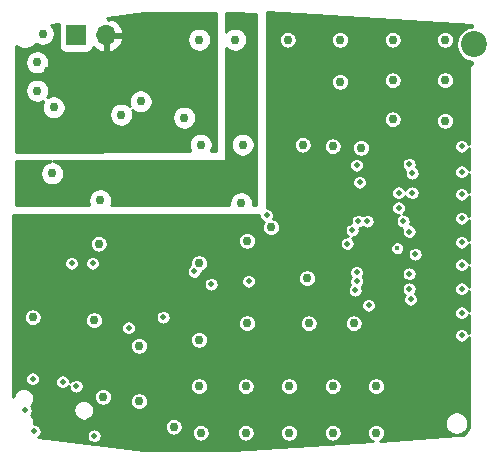
<source format=gbr>
G04 #@! TF.GenerationSoftware,KiCad,Pcbnew,(5.1.4)*
G04 #@! TF.CreationDate,2019-12-13T22:41:35+01:00*
G04 #@! TF.ProjectId,hardware,68617264-7761-4726-952e-6b696361645f,rev?*
G04 #@! TF.SameCoordinates,Original*
G04 #@! TF.FileFunction,Copper,L3,Inr*
G04 #@! TF.FilePolarity,Positive*
%FSLAX46Y46*%
G04 Gerber Fmt 4.6, Leading zero omitted, Abs format (unit mm)*
G04 Created by KiCad (PCBNEW (5.1.4)) date 2019-12-13 22:41:35*
%MOMM*%
%LPD*%
G04 APERTURE LIST*
%ADD10R,1.700000X1.700000*%
%ADD11O,1.700000X1.700000*%
%ADD12C,2.200000*%
%ADD13C,0.450000*%
%ADD14C,0.762000*%
%ADD15C,0.500000*%
%ADD16C,0.254000*%
G04 APERTURE END LIST*
D10*
X31115000Y-119380000D03*
D11*
X33655000Y-119380000D03*
D12*
X64770000Y-120142000D03*
D13*
X58293000Y-137414000D03*
D14*
X45593000Y-143764000D03*
X50800000Y-143764000D03*
X54610000Y-143764000D03*
X50673000Y-139954000D03*
D15*
X45720000Y-140208000D03*
X54737000Y-140970000D03*
X54864000Y-139446000D03*
D14*
X62357000Y-123190000D03*
X57912000Y-123190000D03*
X57912000Y-126492000D03*
X62357000Y-126619000D03*
X53467000Y-123317000D03*
X50292000Y-128651000D03*
X55245000Y-128905000D03*
X52832000Y-128778000D03*
X45212000Y-128651000D03*
X41656000Y-128651000D03*
X40259000Y-126365000D03*
X36576000Y-124968000D03*
X27813000Y-121666000D03*
X28310000Y-119253000D03*
X29210000Y-125476000D03*
X29083000Y-131064000D03*
X33147000Y-133350000D03*
X33020000Y-137033000D03*
D15*
X42545000Y-140462000D03*
D14*
X41529000Y-145161000D03*
X32639000Y-143510000D03*
X36449000Y-145669000D03*
X27432000Y-143256000D03*
D15*
X27432000Y-148463000D03*
D14*
X33401000Y-149987000D03*
X47625000Y-135636000D03*
X45593000Y-136779000D03*
X45085000Y-133604000D03*
X34925000Y-126111000D03*
X27813000Y-124079000D03*
X62357000Y-119761000D03*
X57912000Y-119761000D03*
X53467000Y-119761000D03*
X49022000Y-119761000D03*
X44577000Y-119761000D03*
X41529000Y-119761000D03*
X56515000Y-149098000D03*
X56515000Y-153035000D03*
X45466000Y-149098000D03*
X45466000Y-153035000D03*
X49149000Y-149098000D03*
X49149000Y-153035000D03*
X52832000Y-153035000D03*
X52832000Y-149098000D03*
X41529000Y-149098000D03*
X41656000Y-153035000D03*
X39370000Y-152527000D03*
D15*
X58420000Y-132715000D03*
X59563000Y-132715000D03*
X63754000Y-128778000D03*
X63754000Y-130937000D03*
X63754000Y-132842000D03*
X63754000Y-134874000D03*
X63754000Y-136906000D03*
X63754000Y-138811000D03*
X63754000Y-140843000D03*
X63754000Y-142875000D03*
X63754000Y-144780000D03*
X58420000Y-133985000D03*
X27559000Y-152908000D03*
D14*
X36449000Y-150368000D03*
X36576000Y-133604000D03*
X46101000Y-124460000D03*
X41529000Y-138684000D03*
X48260000Y-128524000D03*
X31369000Y-152527000D03*
X31149168Y-146211168D03*
X31115000Y-142113000D03*
X43942000Y-135636000D03*
X36068000Y-139954000D03*
X60960000Y-146431000D03*
X55499000Y-138557000D03*
X36721083Y-149312454D03*
D15*
X33401000Y-135255000D03*
D14*
X27559000Y-126238000D03*
X28702000Y-122428000D03*
X35179000Y-123190000D03*
X34925000Y-127889000D03*
X36068000Y-118110000D03*
X35814000Y-120142000D03*
X41402000Y-123773802D03*
D15*
X54864000Y-140208000D03*
X59309000Y-136005642D03*
X58801000Y-135128000D03*
X59309000Y-140843000D03*
X55880000Y-142240000D03*
X59309000Y-130302000D03*
X59817000Y-137922000D03*
X59309000Y-139573000D03*
X59563000Y-131064000D03*
X59436000Y-141732000D03*
X54864000Y-130385300D03*
X55118000Y-131826000D03*
X47244000Y-134620000D03*
X54991000Y-135128000D03*
X55753000Y-135128000D03*
X54483000Y-135890000D03*
X54061540Y-137026385D03*
X38481000Y-143256000D03*
X31115000Y-149098000D03*
X32639000Y-153289000D03*
X29972000Y-148717000D03*
X26797000Y-151130000D03*
X32512000Y-138684000D03*
X30734000Y-138684000D03*
X41112875Y-139377542D03*
X35560000Y-144145000D03*
D16*
G36*
X42926000Y-129159910D02*
G01*
X42536015Y-129162716D01*
X42556368Y-129132256D01*
X42632956Y-128947356D01*
X42672000Y-128751067D01*
X42672000Y-128550933D01*
X42632956Y-128354644D01*
X42556368Y-128169744D01*
X42445179Y-128003338D01*
X42303662Y-127861821D01*
X42137256Y-127750632D01*
X41952356Y-127674044D01*
X41756067Y-127635000D01*
X41555933Y-127635000D01*
X41359644Y-127674044D01*
X41174744Y-127750632D01*
X41008338Y-127861821D01*
X40866821Y-128003338D01*
X40755632Y-128169744D01*
X40679044Y-128354644D01*
X40640000Y-128550933D01*
X40640000Y-128751067D01*
X40679044Y-128947356D01*
X40755632Y-129132256D01*
X40784405Y-129175317D01*
X26060000Y-129281248D01*
X26060000Y-123978933D01*
X26797000Y-123978933D01*
X26797000Y-124179067D01*
X26836044Y-124375356D01*
X26912632Y-124560256D01*
X27023821Y-124726662D01*
X27165338Y-124868179D01*
X27331744Y-124979368D01*
X27516644Y-125055956D01*
X27712933Y-125095000D01*
X27913067Y-125095000D01*
X28109356Y-125055956D01*
X28294256Y-124979368D01*
X28340594Y-124948406D01*
X28309632Y-124994744D01*
X28233044Y-125179644D01*
X28194000Y-125375933D01*
X28194000Y-125576067D01*
X28233044Y-125772356D01*
X28309632Y-125957256D01*
X28420821Y-126123662D01*
X28562338Y-126265179D01*
X28728744Y-126376368D01*
X28913644Y-126452956D01*
X29109933Y-126492000D01*
X29310067Y-126492000D01*
X29506356Y-126452956D01*
X29691256Y-126376368D01*
X29857662Y-126265179D01*
X29999179Y-126123662D01*
X30074502Y-126010933D01*
X33909000Y-126010933D01*
X33909000Y-126211067D01*
X33948044Y-126407356D01*
X34024632Y-126592256D01*
X34135821Y-126758662D01*
X34277338Y-126900179D01*
X34443744Y-127011368D01*
X34628644Y-127087956D01*
X34824933Y-127127000D01*
X35025067Y-127127000D01*
X35221356Y-127087956D01*
X35406256Y-127011368D01*
X35572662Y-126900179D01*
X35714179Y-126758662D01*
X35825368Y-126592256D01*
X35901956Y-126407356D01*
X35930285Y-126264933D01*
X39243000Y-126264933D01*
X39243000Y-126465067D01*
X39282044Y-126661356D01*
X39358632Y-126846256D01*
X39469821Y-127012662D01*
X39611338Y-127154179D01*
X39777744Y-127265368D01*
X39962644Y-127341956D01*
X40158933Y-127381000D01*
X40359067Y-127381000D01*
X40555356Y-127341956D01*
X40740256Y-127265368D01*
X40906662Y-127154179D01*
X41048179Y-127012662D01*
X41159368Y-126846256D01*
X41235956Y-126661356D01*
X41275000Y-126465067D01*
X41275000Y-126264933D01*
X41235956Y-126068644D01*
X41159368Y-125883744D01*
X41048179Y-125717338D01*
X40906662Y-125575821D01*
X40740256Y-125464632D01*
X40555356Y-125388044D01*
X40359067Y-125349000D01*
X40158933Y-125349000D01*
X39962644Y-125388044D01*
X39777744Y-125464632D01*
X39611338Y-125575821D01*
X39469821Y-125717338D01*
X39358632Y-125883744D01*
X39282044Y-126068644D01*
X39243000Y-126264933D01*
X35930285Y-126264933D01*
X35941000Y-126211067D01*
X35941000Y-126010933D01*
X35901956Y-125814644D01*
X35842667Y-125671508D01*
X35928338Y-125757179D01*
X36094744Y-125868368D01*
X36279644Y-125944956D01*
X36475933Y-125984000D01*
X36676067Y-125984000D01*
X36872356Y-125944956D01*
X37057256Y-125868368D01*
X37223662Y-125757179D01*
X37365179Y-125615662D01*
X37476368Y-125449256D01*
X37552956Y-125264356D01*
X37592000Y-125068067D01*
X37592000Y-124867933D01*
X37552956Y-124671644D01*
X37476368Y-124486744D01*
X37365179Y-124320338D01*
X37223662Y-124178821D01*
X37057256Y-124067632D01*
X36872356Y-123991044D01*
X36676067Y-123952000D01*
X36475933Y-123952000D01*
X36279644Y-123991044D01*
X36094744Y-124067632D01*
X35928338Y-124178821D01*
X35786821Y-124320338D01*
X35675632Y-124486744D01*
X35599044Y-124671644D01*
X35560000Y-124867933D01*
X35560000Y-125068067D01*
X35599044Y-125264356D01*
X35658333Y-125407492D01*
X35572662Y-125321821D01*
X35406256Y-125210632D01*
X35221356Y-125134044D01*
X35025067Y-125095000D01*
X34824933Y-125095000D01*
X34628644Y-125134044D01*
X34443744Y-125210632D01*
X34277338Y-125321821D01*
X34135821Y-125463338D01*
X34024632Y-125629744D01*
X33948044Y-125814644D01*
X33909000Y-126010933D01*
X30074502Y-126010933D01*
X30110368Y-125957256D01*
X30186956Y-125772356D01*
X30226000Y-125576067D01*
X30226000Y-125375933D01*
X30186956Y-125179644D01*
X30110368Y-124994744D01*
X29999179Y-124828338D01*
X29857662Y-124686821D01*
X29691256Y-124575632D01*
X29506356Y-124499044D01*
X29310067Y-124460000D01*
X29109933Y-124460000D01*
X28913644Y-124499044D01*
X28728744Y-124575632D01*
X28682406Y-124606594D01*
X28713368Y-124560256D01*
X28789956Y-124375356D01*
X28829000Y-124179067D01*
X28829000Y-123978933D01*
X28789956Y-123782644D01*
X28713368Y-123597744D01*
X28602179Y-123431338D01*
X28460662Y-123289821D01*
X28294256Y-123178632D01*
X28109356Y-123102044D01*
X27913067Y-123063000D01*
X27712933Y-123063000D01*
X27516644Y-123102044D01*
X27331744Y-123178632D01*
X27165338Y-123289821D01*
X27023821Y-123431338D01*
X26912632Y-123597744D01*
X26836044Y-123782644D01*
X26797000Y-123978933D01*
X26060000Y-123978933D01*
X26060000Y-121565933D01*
X26797000Y-121565933D01*
X26797000Y-121766067D01*
X26836044Y-121962356D01*
X26912632Y-122147256D01*
X27023821Y-122313662D01*
X27165338Y-122455179D01*
X27331744Y-122566368D01*
X27516644Y-122642956D01*
X27712933Y-122682000D01*
X27913067Y-122682000D01*
X28109356Y-122642956D01*
X28294256Y-122566368D01*
X28460662Y-122455179D01*
X28602179Y-122313662D01*
X28713368Y-122147256D01*
X28789956Y-121962356D01*
X28829000Y-121766067D01*
X28829000Y-121565933D01*
X28789956Y-121369644D01*
X28713368Y-121184744D01*
X28602179Y-121018338D01*
X28460662Y-120876821D01*
X28294256Y-120765632D01*
X28109356Y-120689044D01*
X27913067Y-120650000D01*
X27712933Y-120650000D01*
X27516644Y-120689044D01*
X27331744Y-120765632D01*
X27165338Y-120876821D01*
X27023821Y-121018338D01*
X26912632Y-121184744D01*
X26836044Y-121369644D01*
X26797000Y-121565933D01*
X26060000Y-121565933D01*
X26060000Y-120320470D01*
X26166000Y-120391297D01*
X26394216Y-120485827D01*
X26636490Y-120534018D01*
X26883510Y-120534018D01*
X27125784Y-120485827D01*
X27354000Y-120391297D01*
X27559390Y-120254060D01*
X27727639Y-120085811D01*
X27828744Y-120153368D01*
X28013644Y-120229956D01*
X28209933Y-120269000D01*
X28410067Y-120269000D01*
X28606356Y-120229956D01*
X28791256Y-120153368D01*
X28957662Y-120042179D01*
X29099179Y-119900662D01*
X29210368Y-119734256D01*
X29286956Y-119549356D01*
X29326000Y-119353067D01*
X29326000Y-119152933D01*
X29286956Y-118956644D01*
X29210368Y-118771744D01*
X29099179Y-118605338D01*
X28980202Y-118486361D01*
X29639671Y-118403927D01*
X29639188Y-118405518D01*
X29626928Y-118530000D01*
X29626928Y-120230000D01*
X29639188Y-120354482D01*
X29675498Y-120474180D01*
X29734463Y-120584494D01*
X29813815Y-120681185D01*
X29910506Y-120760537D01*
X30020820Y-120819502D01*
X30140518Y-120855812D01*
X30265000Y-120868072D01*
X31965000Y-120868072D01*
X32089482Y-120855812D01*
X32209180Y-120819502D01*
X32319494Y-120760537D01*
X32416185Y-120681185D01*
X32495537Y-120584494D01*
X32554502Y-120474180D01*
X32578966Y-120393534D01*
X32654731Y-120477588D01*
X32888080Y-120651641D01*
X33150901Y-120776825D01*
X33298110Y-120821476D01*
X33528000Y-120700155D01*
X33528000Y-119507000D01*
X33782000Y-119507000D01*
X33782000Y-120700155D01*
X34011890Y-120821476D01*
X34159099Y-120776825D01*
X34421920Y-120651641D01*
X34655269Y-120477588D01*
X34850178Y-120261355D01*
X34999157Y-120011252D01*
X35096481Y-119736891D01*
X35056612Y-119660933D01*
X40513000Y-119660933D01*
X40513000Y-119861067D01*
X40552044Y-120057356D01*
X40628632Y-120242256D01*
X40739821Y-120408662D01*
X40881338Y-120550179D01*
X41047744Y-120661368D01*
X41232644Y-120737956D01*
X41428933Y-120777000D01*
X41629067Y-120777000D01*
X41825356Y-120737956D01*
X42010256Y-120661368D01*
X42176662Y-120550179D01*
X42318179Y-120408662D01*
X42429368Y-120242256D01*
X42505956Y-120057356D01*
X42545000Y-119861067D01*
X42545000Y-119660933D01*
X42505956Y-119464644D01*
X42429368Y-119279744D01*
X42318179Y-119113338D01*
X42176662Y-118971821D01*
X42010256Y-118860632D01*
X41825356Y-118784044D01*
X41629067Y-118745000D01*
X41428933Y-118745000D01*
X41232644Y-118784044D01*
X41047744Y-118860632D01*
X40881338Y-118971821D01*
X40739821Y-119113338D01*
X40628632Y-119279744D01*
X40552044Y-119464644D01*
X40513000Y-119660933D01*
X35056612Y-119660933D01*
X34975814Y-119507000D01*
X33782000Y-119507000D01*
X33528000Y-119507000D01*
X33508000Y-119507000D01*
X33508000Y-119253000D01*
X33528000Y-119253000D01*
X33528000Y-119233000D01*
X33782000Y-119233000D01*
X33782000Y-119253000D01*
X34975814Y-119253000D01*
X35096481Y-119023109D01*
X34999157Y-118748748D01*
X34850178Y-118498645D01*
X34655269Y-118282412D01*
X34421920Y-118108359D01*
X34159099Y-117983175D01*
X34011890Y-117938524D01*
X33782002Y-118059844D01*
X33782002Y-117895000D01*
X33711093Y-117895000D01*
X36871095Y-117500000D01*
X42926000Y-117500000D01*
X42926000Y-129159910D01*
X42926000Y-129159910D01*
G37*
X42926000Y-129159910D02*
X42536015Y-129162716D01*
X42556368Y-129132256D01*
X42632956Y-128947356D01*
X42672000Y-128751067D01*
X42672000Y-128550933D01*
X42632956Y-128354644D01*
X42556368Y-128169744D01*
X42445179Y-128003338D01*
X42303662Y-127861821D01*
X42137256Y-127750632D01*
X41952356Y-127674044D01*
X41756067Y-127635000D01*
X41555933Y-127635000D01*
X41359644Y-127674044D01*
X41174744Y-127750632D01*
X41008338Y-127861821D01*
X40866821Y-128003338D01*
X40755632Y-128169744D01*
X40679044Y-128354644D01*
X40640000Y-128550933D01*
X40640000Y-128751067D01*
X40679044Y-128947356D01*
X40755632Y-129132256D01*
X40784405Y-129175317D01*
X26060000Y-129281248D01*
X26060000Y-123978933D01*
X26797000Y-123978933D01*
X26797000Y-124179067D01*
X26836044Y-124375356D01*
X26912632Y-124560256D01*
X27023821Y-124726662D01*
X27165338Y-124868179D01*
X27331744Y-124979368D01*
X27516644Y-125055956D01*
X27712933Y-125095000D01*
X27913067Y-125095000D01*
X28109356Y-125055956D01*
X28294256Y-124979368D01*
X28340594Y-124948406D01*
X28309632Y-124994744D01*
X28233044Y-125179644D01*
X28194000Y-125375933D01*
X28194000Y-125576067D01*
X28233044Y-125772356D01*
X28309632Y-125957256D01*
X28420821Y-126123662D01*
X28562338Y-126265179D01*
X28728744Y-126376368D01*
X28913644Y-126452956D01*
X29109933Y-126492000D01*
X29310067Y-126492000D01*
X29506356Y-126452956D01*
X29691256Y-126376368D01*
X29857662Y-126265179D01*
X29999179Y-126123662D01*
X30074502Y-126010933D01*
X33909000Y-126010933D01*
X33909000Y-126211067D01*
X33948044Y-126407356D01*
X34024632Y-126592256D01*
X34135821Y-126758662D01*
X34277338Y-126900179D01*
X34443744Y-127011368D01*
X34628644Y-127087956D01*
X34824933Y-127127000D01*
X35025067Y-127127000D01*
X35221356Y-127087956D01*
X35406256Y-127011368D01*
X35572662Y-126900179D01*
X35714179Y-126758662D01*
X35825368Y-126592256D01*
X35901956Y-126407356D01*
X35930285Y-126264933D01*
X39243000Y-126264933D01*
X39243000Y-126465067D01*
X39282044Y-126661356D01*
X39358632Y-126846256D01*
X39469821Y-127012662D01*
X39611338Y-127154179D01*
X39777744Y-127265368D01*
X39962644Y-127341956D01*
X40158933Y-127381000D01*
X40359067Y-127381000D01*
X40555356Y-127341956D01*
X40740256Y-127265368D01*
X40906662Y-127154179D01*
X41048179Y-127012662D01*
X41159368Y-126846256D01*
X41235956Y-126661356D01*
X41275000Y-126465067D01*
X41275000Y-126264933D01*
X41235956Y-126068644D01*
X41159368Y-125883744D01*
X41048179Y-125717338D01*
X40906662Y-125575821D01*
X40740256Y-125464632D01*
X40555356Y-125388044D01*
X40359067Y-125349000D01*
X40158933Y-125349000D01*
X39962644Y-125388044D01*
X39777744Y-125464632D01*
X39611338Y-125575821D01*
X39469821Y-125717338D01*
X39358632Y-125883744D01*
X39282044Y-126068644D01*
X39243000Y-126264933D01*
X35930285Y-126264933D01*
X35941000Y-126211067D01*
X35941000Y-126010933D01*
X35901956Y-125814644D01*
X35842667Y-125671508D01*
X35928338Y-125757179D01*
X36094744Y-125868368D01*
X36279644Y-125944956D01*
X36475933Y-125984000D01*
X36676067Y-125984000D01*
X36872356Y-125944956D01*
X37057256Y-125868368D01*
X37223662Y-125757179D01*
X37365179Y-125615662D01*
X37476368Y-125449256D01*
X37552956Y-125264356D01*
X37592000Y-125068067D01*
X37592000Y-124867933D01*
X37552956Y-124671644D01*
X37476368Y-124486744D01*
X37365179Y-124320338D01*
X37223662Y-124178821D01*
X37057256Y-124067632D01*
X36872356Y-123991044D01*
X36676067Y-123952000D01*
X36475933Y-123952000D01*
X36279644Y-123991044D01*
X36094744Y-124067632D01*
X35928338Y-124178821D01*
X35786821Y-124320338D01*
X35675632Y-124486744D01*
X35599044Y-124671644D01*
X35560000Y-124867933D01*
X35560000Y-125068067D01*
X35599044Y-125264356D01*
X35658333Y-125407492D01*
X35572662Y-125321821D01*
X35406256Y-125210632D01*
X35221356Y-125134044D01*
X35025067Y-125095000D01*
X34824933Y-125095000D01*
X34628644Y-125134044D01*
X34443744Y-125210632D01*
X34277338Y-125321821D01*
X34135821Y-125463338D01*
X34024632Y-125629744D01*
X33948044Y-125814644D01*
X33909000Y-126010933D01*
X30074502Y-126010933D01*
X30110368Y-125957256D01*
X30186956Y-125772356D01*
X30226000Y-125576067D01*
X30226000Y-125375933D01*
X30186956Y-125179644D01*
X30110368Y-124994744D01*
X29999179Y-124828338D01*
X29857662Y-124686821D01*
X29691256Y-124575632D01*
X29506356Y-124499044D01*
X29310067Y-124460000D01*
X29109933Y-124460000D01*
X28913644Y-124499044D01*
X28728744Y-124575632D01*
X28682406Y-124606594D01*
X28713368Y-124560256D01*
X28789956Y-124375356D01*
X28829000Y-124179067D01*
X28829000Y-123978933D01*
X28789956Y-123782644D01*
X28713368Y-123597744D01*
X28602179Y-123431338D01*
X28460662Y-123289821D01*
X28294256Y-123178632D01*
X28109356Y-123102044D01*
X27913067Y-123063000D01*
X27712933Y-123063000D01*
X27516644Y-123102044D01*
X27331744Y-123178632D01*
X27165338Y-123289821D01*
X27023821Y-123431338D01*
X26912632Y-123597744D01*
X26836044Y-123782644D01*
X26797000Y-123978933D01*
X26060000Y-123978933D01*
X26060000Y-121565933D01*
X26797000Y-121565933D01*
X26797000Y-121766067D01*
X26836044Y-121962356D01*
X26912632Y-122147256D01*
X27023821Y-122313662D01*
X27165338Y-122455179D01*
X27331744Y-122566368D01*
X27516644Y-122642956D01*
X27712933Y-122682000D01*
X27913067Y-122682000D01*
X28109356Y-122642956D01*
X28294256Y-122566368D01*
X28460662Y-122455179D01*
X28602179Y-122313662D01*
X28713368Y-122147256D01*
X28789956Y-121962356D01*
X28829000Y-121766067D01*
X28829000Y-121565933D01*
X28789956Y-121369644D01*
X28713368Y-121184744D01*
X28602179Y-121018338D01*
X28460662Y-120876821D01*
X28294256Y-120765632D01*
X28109356Y-120689044D01*
X27913067Y-120650000D01*
X27712933Y-120650000D01*
X27516644Y-120689044D01*
X27331744Y-120765632D01*
X27165338Y-120876821D01*
X27023821Y-121018338D01*
X26912632Y-121184744D01*
X26836044Y-121369644D01*
X26797000Y-121565933D01*
X26060000Y-121565933D01*
X26060000Y-120320470D01*
X26166000Y-120391297D01*
X26394216Y-120485827D01*
X26636490Y-120534018D01*
X26883510Y-120534018D01*
X27125784Y-120485827D01*
X27354000Y-120391297D01*
X27559390Y-120254060D01*
X27727639Y-120085811D01*
X27828744Y-120153368D01*
X28013644Y-120229956D01*
X28209933Y-120269000D01*
X28410067Y-120269000D01*
X28606356Y-120229956D01*
X28791256Y-120153368D01*
X28957662Y-120042179D01*
X29099179Y-119900662D01*
X29210368Y-119734256D01*
X29286956Y-119549356D01*
X29326000Y-119353067D01*
X29326000Y-119152933D01*
X29286956Y-118956644D01*
X29210368Y-118771744D01*
X29099179Y-118605338D01*
X28980202Y-118486361D01*
X29639671Y-118403927D01*
X29639188Y-118405518D01*
X29626928Y-118530000D01*
X29626928Y-120230000D01*
X29639188Y-120354482D01*
X29675498Y-120474180D01*
X29734463Y-120584494D01*
X29813815Y-120681185D01*
X29910506Y-120760537D01*
X30020820Y-120819502D01*
X30140518Y-120855812D01*
X30265000Y-120868072D01*
X31965000Y-120868072D01*
X32089482Y-120855812D01*
X32209180Y-120819502D01*
X32319494Y-120760537D01*
X32416185Y-120681185D01*
X32495537Y-120584494D01*
X32554502Y-120474180D01*
X32578966Y-120393534D01*
X32654731Y-120477588D01*
X32888080Y-120651641D01*
X33150901Y-120776825D01*
X33298110Y-120821476D01*
X33528000Y-120700155D01*
X33528000Y-119507000D01*
X33782000Y-119507000D01*
X33782000Y-120700155D01*
X34011890Y-120821476D01*
X34159099Y-120776825D01*
X34421920Y-120651641D01*
X34655269Y-120477588D01*
X34850178Y-120261355D01*
X34999157Y-120011252D01*
X35096481Y-119736891D01*
X35056612Y-119660933D01*
X40513000Y-119660933D01*
X40513000Y-119861067D01*
X40552044Y-120057356D01*
X40628632Y-120242256D01*
X40739821Y-120408662D01*
X40881338Y-120550179D01*
X41047744Y-120661368D01*
X41232644Y-120737956D01*
X41428933Y-120777000D01*
X41629067Y-120777000D01*
X41825356Y-120737956D01*
X42010256Y-120661368D01*
X42176662Y-120550179D01*
X42318179Y-120408662D01*
X42429368Y-120242256D01*
X42505956Y-120057356D01*
X42545000Y-119861067D01*
X42545000Y-119660933D01*
X42505956Y-119464644D01*
X42429368Y-119279744D01*
X42318179Y-119113338D01*
X42176662Y-118971821D01*
X42010256Y-118860632D01*
X41825356Y-118784044D01*
X41629067Y-118745000D01*
X41428933Y-118745000D01*
X41232644Y-118784044D01*
X41047744Y-118860632D01*
X40881338Y-118971821D01*
X40739821Y-119113338D01*
X40628632Y-119279744D01*
X40552044Y-119464644D01*
X40513000Y-119660933D01*
X35056612Y-119660933D01*
X34975814Y-119507000D01*
X33782000Y-119507000D01*
X33528000Y-119507000D01*
X33508000Y-119507000D01*
X33508000Y-119253000D01*
X33528000Y-119253000D01*
X33528000Y-119233000D01*
X33782000Y-119233000D01*
X33782000Y-119253000D01*
X34975814Y-119253000D01*
X35096481Y-119023109D01*
X34999157Y-118748748D01*
X34850178Y-118498645D01*
X34655269Y-118282412D01*
X34421920Y-118108359D01*
X34159099Y-117983175D01*
X34011890Y-117938524D01*
X33782002Y-118059844D01*
X33782002Y-117895000D01*
X33711093Y-117895000D01*
X36871095Y-117500000D01*
X42926000Y-117500000D01*
X42926000Y-129159910D01*
G36*
X64643000Y-118508854D02*
G01*
X64643000Y-118661000D01*
X64624134Y-118661000D01*
X64338008Y-118717914D01*
X64068483Y-118829555D01*
X63825917Y-118991632D01*
X63619632Y-119197917D01*
X63457555Y-119440483D01*
X63345914Y-119710008D01*
X63289000Y-119996134D01*
X63289000Y-120287866D01*
X63345914Y-120573992D01*
X63457555Y-120843517D01*
X63619632Y-121086083D01*
X63825917Y-121292368D01*
X64068483Y-121454445D01*
X64338008Y-121566086D01*
X64624134Y-121623000D01*
X64643000Y-121623000D01*
X64643000Y-121788256D01*
X64613879Y-121797090D01*
X64543347Y-121834790D01*
X64481526Y-121885526D01*
X64430790Y-121947348D01*
X64393090Y-122017880D01*
X64369875Y-122094411D01*
X64364000Y-122154060D01*
X64364000Y-128610279D01*
X64360751Y-128593944D01*
X64313185Y-128479109D01*
X64244130Y-128375761D01*
X64156239Y-128287870D01*
X64052891Y-128218815D01*
X63938056Y-128171249D01*
X63816148Y-128147000D01*
X63691852Y-128147000D01*
X63569944Y-128171249D01*
X63455109Y-128218815D01*
X63351761Y-128287870D01*
X63263870Y-128375761D01*
X63194815Y-128479109D01*
X63147249Y-128593944D01*
X63123000Y-128715852D01*
X63123000Y-128840148D01*
X63147249Y-128962056D01*
X63194815Y-129076891D01*
X63263870Y-129180239D01*
X63351761Y-129268130D01*
X63455109Y-129337185D01*
X63569944Y-129384751D01*
X63691852Y-129409000D01*
X63816148Y-129409000D01*
X63938056Y-129384751D01*
X64052891Y-129337185D01*
X64156239Y-129268130D01*
X64244130Y-129180239D01*
X64313185Y-129076891D01*
X64360751Y-128962056D01*
X64364000Y-128945721D01*
X64364000Y-130769279D01*
X64360751Y-130752944D01*
X64313185Y-130638109D01*
X64244130Y-130534761D01*
X64156239Y-130446870D01*
X64052891Y-130377815D01*
X63938056Y-130330249D01*
X63816148Y-130306000D01*
X63691852Y-130306000D01*
X63569944Y-130330249D01*
X63455109Y-130377815D01*
X63351761Y-130446870D01*
X63263870Y-130534761D01*
X63194815Y-130638109D01*
X63147249Y-130752944D01*
X63123000Y-130874852D01*
X63123000Y-130999148D01*
X63147249Y-131121056D01*
X63194815Y-131235891D01*
X63263870Y-131339239D01*
X63351761Y-131427130D01*
X63455109Y-131496185D01*
X63569944Y-131543751D01*
X63691852Y-131568000D01*
X63816148Y-131568000D01*
X63938056Y-131543751D01*
X64052891Y-131496185D01*
X64156239Y-131427130D01*
X64244130Y-131339239D01*
X64313185Y-131235891D01*
X64360751Y-131121056D01*
X64364000Y-131104721D01*
X64364000Y-132674280D01*
X64360751Y-132657944D01*
X64313185Y-132543109D01*
X64244130Y-132439761D01*
X64156239Y-132351870D01*
X64052891Y-132282815D01*
X63938056Y-132235249D01*
X63816148Y-132211000D01*
X63691852Y-132211000D01*
X63569944Y-132235249D01*
X63455109Y-132282815D01*
X63351761Y-132351870D01*
X63263870Y-132439761D01*
X63194815Y-132543109D01*
X63147249Y-132657944D01*
X63123000Y-132779852D01*
X63123000Y-132904148D01*
X63147249Y-133026056D01*
X63194815Y-133140891D01*
X63263870Y-133244239D01*
X63351761Y-133332130D01*
X63455109Y-133401185D01*
X63569944Y-133448751D01*
X63691852Y-133473000D01*
X63816148Y-133473000D01*
X63938056Y-133448751D01*
X64052891Y-133401185D01*
X64156239Y-133332130D01*
X64244130Y-133244239D01*
X64313185Y-133140891D01*
X64360751Y-133026056D01*
X64364000Y-133009720D01*
X64364000Y-134706280D01*
X64360751Y-134689944D01*
X64313185Y-134575109D01*
X64244130Y-134471761D01*
X64156239Y-134383870D01*
X64052891Y-134314815D01*
X63938056Y-134267249D01*
X63816148Y-134243000D01*
X63691852Y-134243000D01*
X63569944Y-134267249D01*
X63455109Y-134314815D01*
X63351761Y-134383870D01*
X63263870Y-134471761D01*
X63194815Y-134575109D01*
X63147249Y-134689944D01*
X63123000Y-134811852D01*
X63123000Y-134936148D01*
X63147249Y-135058056D01*
X63194815Y-135172891D01*
X63263870Y-135276239D01*
X63351761Y-135364130D01*
X63455109Y-135433185D01*
X63569944Y-135480751D01*
X63691852Y-135505000D01*
X63816148Y-135505000D01*
X63938056Y-135480751D01*
X64052891Y-135433185D01*
X64156239Y-135364130D01*
X64244130Y-135276239D01*
X64313185Y-135172891D01*
X64360751Y-135058056D01*
X64364000Y-135041720D01*
X64364000Y-136738280D01*
X64360751Y-136721944D01*
X64313185Y-136607109D01*
X64244130Y-136503761D01*
X64156239Y-136415870D01*
X64052891Y-136346815D01*
X63938056Y-136299249D01*
X63816148Y-136275000D01*
X63691852Y-136275000D01*
X63569944Y-136299249D01*
X63455109Y-136346815D01*
X63351761Y-136415870D01*
X63263870Y-136503761D01*
X63194815Y-136607109D01*
X63147249Y-136721944D01*
X63123000Y-136843852D01*
X63123000Y-136968148D01*
X63147249Y-137090056D01*
X63194815Y-137204891D01*
X63263870Y-137308239D01*
X63351761Y-137396130D01*
X63455109Y-137465185D01*
X63569944Y-137512751D01*
X63691852Y-137537000D01*
X63816148Y-137537000D01*
X63938056Y-137512751D01*
X64052891Y-137465185D01*
X64156239Y-137396130D01*
X64244130Y-137308239D01*
X64313185Y-137204891D01*
X64360751Y-137090056D01*
X64364000Y-137073720D01*
X64364001Y-138643281D01*
X64360751Y-138626944D01*
X64313185Y-138512109D01*
X64244130Y-138408761D01*
X64156239Y-138320870D01*
X64052891Y-138251815D01*
X63938056Y-138204249D01*
X63816148Y-138180000D01*
X63691852Y-138180000D01*
X63569944Y-138204249D01*
X63455109Y-138251815D01*
X63351761Y-138320870D01*
X63263870Y-138408761D01*
X63194815Y-138512109D01*
X63147249Y-138626944D01*
X63123000Y-138748852D01*
X63123000Y-138873148D01*
X63147249Y-138995056D01*
X63194815Y-139109891D01*
X63263870Y-139213239D01*
X63351761Y-139301130D01*
X63455109Y-139370185D01*
X63569944Y-139417751D01*
X63691852Y-139442000D01*
X63816148Y-139442000D01*
X63938056Y-139417751D01*
X64052891Y-139370185D01*
X64156239Y-139301130D01*
X64244130Y-139213239D01*
X64313185Y-139109891D01*
X64360751Y-138995056D01*
X64364001Y-138978719D01*
X64364001Y-140675281D01*
X64360751Y-140658944D01*
X64313185Y-140544109D01*
X64244130Y-140440761D01*
X64156239Y-140352870D01*
X64052891Y-140283815D01*
X63938056Y-140236249D01*
X63816148Y-140212000D01*
X63691852Y-140212000D01*
X63569944Y-140236249D01*
X63455109Y-140283815D01*
X63351761Y-140352870D01*
X63263870Y-140440761D01*
X63194815Y-140544109D01*
X63147249Y-140658944D01*
X63123000Y-140780852D01*
X63123000Y-140905148D01*
X63147249Y-141027056D01*
X63194815Y-141141891D01*
X63263870Y-141245239D01*
X63351761Y-141333130D01*
X63455109Y-141402185D01*
X63569944Y-141449751D01*
X63691852Y-141474000D01*
X63816148Y-141474000D01*
X63938056Y-141449751D01*
X64052891Y-141402185D01*
X64156239Y-141333130D01*
X64244130Y-141245239D01*
X64313185Y-141141891D01*
X64360751Y-141027056D01*
X64364001Y-141010719D01*
X64364001Y-142707281D01*
X64360751Y-142690944D01*
X64313185Y-142576109D01*
X64244130Y-142472761D01*
X64156239Y-142384870D01*
X64052891Y-142315815D01*
X63938056Y-142268249D01*
X63816148Y-142244000D01*
X63691852Y-142244000D01*
X63569944Y-142268249D01*
X63455109Y-142315815D01*
X63351761Y-142384870D01*
X63263870Y-142472761D01*
X63194815Y-142576109D01*
X63147249Y-142690944D01*
X63123000Y-142812852D01*
X63123000Y-142937148D01*
X63147249Y-143059056D01*
X63194815Y-143173891D01*
X63263870Y-143277239D01*
X63351761Y-143365130D01*
X63455109Y-143434185D01*
X63569944Y-143481751D01*
X63691852Y-143506000D01*
X63816148Y-143506000D01*
X63938056Y-143481751D01*
X64052891Y-143434185D01*
X64156239Y-143365130D01*
X64244130Y-143277239D01*
X64313185Y-143173891D01*
X64360751Y-143059056D01*
X64364001Y-143042719D01*
X64364001Y-144612282D01*
X64360751Y-144595944D01*
X64313185Y-144481109D01*
X64244130Y-144377761D01*
X64156239Y-144289870D01*
X64052891Y-144220815D01*
X63938056Y-144173249D01*
X63816148Y-144149000D01*
X63691852Y-144149000D01*
X63569944Y-144173249D01*
X63455109Y-144220815D01*
X63351761Y-144289870D01*
X63263870Y-144377761D01*
X63194815Y-144481109D01*
X63147249Y-144595944D01*
X63123000Y-144717852D01*
X63123000Y-144842148D01*
X63147249Y-144964056D01*
X63194815Y-145078891D01*
X63263870Y-145182239D01*
X63351761Y-145270130D01*
X63455109Y-145339185D01*
X63569944Y-145386751D01*
X63691852Y-145411000D01*
X63816148Y-145411000D01*
X63938056Y-145386751D01*
X64052891Y-145339185D01*
X64156239Y-145270130D01*
X64244130Y-145182239D01*
X64313185Y-145078891D01*
X64360751Y-144964056D01*
X64364001Y-144947718D01*
X64364001Y-152380136D01*
X64345636Y-152567441D01*
X64297008Y-152728503D01*
X64218023Y-152877051D01*
X64111689Y-153007430D01*
X63982054Y-153114674D01*
X63834058Y-153194695D01*
X63673339Y-153244446D01*
X63488698Y-153263852D01*
X56885207Y-153704085D01*
X57000747Y-153626884D01*
X57106884Y-153520747D01*
X57190276Y-153395942D01*
X57247717Y-153257267D01*
X57277000Y-153110050D01*
X57277000Y-152959950D01*
X57247717Y-152812733D01*
X57190276Y-152674058D01*
X57106884Y-152549253D01*
X57000747Y-152443116D01*
X56875942Y-152359724D01*
X56737267Y-152302283D01*
X56590050Y-152273000D01*
X56439950Y-152273000D01*
X56292733Y-152302283D01*
X56154058Y-152359724D01*
X56029253Y-152443116D01*
X55923116Y-152549253D01*
X55839724Y-152674058D01*
X55782283Y-152812733D01*
X55753000Y-152959950D01*
X55753000Y-153110050D01*
X55782283Y-153257267D01*
X55839724Y-153395942D01*
X55923116Y-153520747D01*
X56029253Y-153626884D01*
X56154058Y-153710276D01*
X56242547Y-153746929D01*
X44436487Y-154534000D01*
X36855280Y-154534000D01*
X27930836Y-153418445D01*
X27961239Y-153398130D01*
X28049130Y-153310239D01*
X28104847Y-153226852D01*
X32008000Y-153226852D01*
X32008000Y-153351148D01*
X32032249Y-153473056D01*
X32079815Y-153587891D01*
X32148870Y-153691239D01*
X32236761Y-153779130D01*
X32340109Y-153848185D01*
X32454944Y-153895751D01*
X32576852Y-153920000D01*
X32701148Y-153920000D01*
X32823056Y-153895751D01*
X32937891Y-153848185D01*
X33041239Y-153779130D01*
X33129130Y-153691239D01*
X33198185Y-153587891D01*
X33245751Y-153473056D01*
X33270000Y-153351148D01*
X33270000Y-153226852D01*
X33245751Y-153104944D01*
X33198185Y-152990109D01*
X33129130Y-152886761D01*
X33041239Y-152798870D01*
X32937891Y-152729815D01*
X32823056Y-152682249D01*
X32701148Y-152658000D01*
X32576852Y-152658000D01*
X32454944Y-152682249D01*
X32340109Y-152729815D01*
X32236761Y-152798870D01*
X32148870Y-152886761D01*
X32079815Y-152990109D01*
X32032249Y-153104944D01*
X32008000Y-153226852D01*
X28104847Y-153226852D01*
X28118185Y-153206891D01*
X28165751Y-153092056D01*
X28190000Y-152970148D01*
X28190000Y-152845852D01*
X28165751Y-152723944D01*
X28118185Y-152609109D01*
X28049130Y-152505761D01*
X27995319Y-152451950D01*
X38608000Y-152451950D01*
X38608000Y-152602050D01*
X38637283Y-152749267D01*
X38694724Y-152887942D01*
X38778116Y-153012747D01*
X38884253Y-153118884D01*
X39009058Y-153202276D01*
X39147733Y-153259717D01*
X39294950Y-153289000D01*
X39445050Y-153289000D01*
X39592267Y-153259717D01*
X39730942Y-153202276D01*
X39855747Y-153118884D01*
X39961884Y-153012747D01*
X39997161Y-152959950D01*
X40894000Y-152959950D01*
X40894000Y-153110050D01*
X40923283Y-153257267D01*
X40980724Y-153395942D01*
X41064116Y-153520747D01*
X41170253Y-153626884D01*
X41295058Y-153710276D01*
X41433733Y-153767717D01*
X41580950Y-153797000D01*
X41731050Y-153797000D01*
X41878267Y-153767717D01*
X42016942Y-153710276D01*
X42141747Y-153626884D01*
X42247884Y-153520747D01*
X42331276Y-153395942D01*
X42388717Y-153257267D01*
X42418000Y-153110050D01*
X42418000Y-152959950D01*
X44704000Y-152959950D01*
X44704000Y-153110050D01*
X44733283Y-153257267D01*
X44790724Y-153395942D01*
X44874116Y-153520747D01*
X44980253Y-153626884D01*
X45105058Y-153710276D01*
X45243733Y-153767717D01*
X45390950Y-153797000D01*
X45541050Y-153797000D01*
X45688267Y-153767717D01*
X45826942Y-153710276D01*
X45951747Y-153626884D01*
X46057884Y-153520747D01*
X46141276Y-153395942D01*
X46198717Y-153257267D01*
X46228000Y-153110050D01*
X46228000Y-152959950D01*
X48387000Y-152959950D01*
X48387000Y-153110050D01*
X48416283Y-153257267D01*
X48473724Y-153395942D01*
X48557116Y-153520747D01*
X48663253Y-153626884D01*
X48788058Y-153710276D01*
X48926733Y-153767717D01*
X49073950Y-153797000D01*
X49224050Y-153797000D01*
X49371267Y-153767717D01*
X49509942Y-153710276D01*
X49634747Y-153626884D01*
X49740884Y-153520747D01*
X49824276Y-153395942D01*
X49881717Y-153257267D01*
X49911000Y-153110050D01*
X49911000Y-152959950D01*
X52070000Y-152959950D01*
X52070000Y-153110050D01*
X52099283Y-153257267D01*
X52156724Y-153395942D01*
X52240116Y-153520747D01*
X52346253Y-153626884D01*
X52471058Y-153710276D01*
X52609733Y-153767717D01*
X52756950Y-153797000D01*
X52907050Y-153797000D01*
X53054267Y-153767717D01*
X53192942Y-153710276D01*
X53317747Y-153626884D01*
X53423884Y-153520747D01*
X53507276Y-153395942D01*
X53564717Y-153257267D01*
X53594000Y-153110050D01*
X53594000Y-152959950D01*
X53564717Y-152812733D01*
X53507276Y-152674058D01*
X53423884Y-152549253D01*
X53317747Y-152443116D01*
X53192942Y-152359724D01*
X53054267Y-152302283D01*
X52907050Y-152273000D01*
X52756950Y-152273000D01*
X52609733Y-152302283D01*
X52471058Y-152359724D01*
X52346253Y-152443116D01*
X52240116Y-152549253D01*
X52156724Y-152674058D01*
X52099283Y-152812733D01*
X52070000Y-152959950D01*
X49911000Y-152959950D01*
X49881717Y-152812733D01*
X49824276Y-152674058D01*
X49740884Y-152549253D01*
X49634747Y-152443116D01*
X49509942Y-152359724D01*
X49371267Y-152302283D01*
X49224050Y-152273000D01*
X49073950Y-152273000D01*
X48926733Y-152302283D01*
X48788058Y-152359724D01*
X48663253Y-152443116D01*
X48557116Y-152549253D01*
X48473724Y-152674058D01*
X48416283Y-152812733D01*
X48387000Y-152959950D01*
X46228000Y-152959950D01*
X46198717Y-152812733D01*
X46141276Y-152674058D01*
X46057884Y-152549253D01*
X45951747Y-152443116D01*
X45826942Y-152359724D01*
X45688267Y-152302283D01*
X45541050Y-152273000D01*
X45390950Y-152273000D01*
X45243733Y-152302283D01*
X45105058Y-152359724D01*
X44980253Y-152443116D01*
X44874116Y-152549253D01*
X44790724Y-152674058D01*
X44733283Y-152812733D01*
X44704000Y-152959950D01*
X42418000Y-152959950D01*
X42388717Y-152812733D01*
X42331276Y-152674058D01*
X42247884Y-152549253D01*
X42141747Y-152443116D01*
X42016942Y-152359724D01*
X41878267Y-152302283D01*
X41731050Y-152273000D01*
X41580950Y-152273000D01*
X41433733Y-152302283D01*
X41295058Y-152359724D01*
X41170253Y-152443116D01*
X41064116Y-152549253D01*
X40980724Y-152674058D01*
X40923283Y-152812733D01*
X40894000Y-152959950D01*
X39997161Y-152959950D01*
X40045276Y-152887942D01*
X40102717Y-152749267D01*
X40132000Y-152602050D01*
X40132000Y-152451950D01*
X40102717Y-152304733D01*
X40045276Y-152166058D01*
X40015428Y-152121386D01*
X62328759Y-152121386D01*
X62328759Y-152318614D01*
X62367236Y-152512051D01*
X62442711Y-152694266D01*
X62552285Y-152858254D01*
X62691746Y-152997715D01*
X62855734Y-153107289D01*
X63037949Y-153182764D01*
X63231386Y-153221241D01*
X63428614Y-153221241D01*
X63622051Y-153182764D01*
X63804266Y-153107289D01*
X63968254Y-152997715D01*
X64107715Y-152858254D01*
X64217289Y-152694266D01*
X64292764Y-152512051D01*
X64331241Y-152318614D01*
X64331241Y-152121386D01*
X64292764Y-151927949D01*
X64217289Y-151745734D01*
X64107715Y-151581746D01*
X63968254Y-151442285D01*
X63804266Y-151332711D01*
X63622051Y-151257236D01*
X63428614Y-151218759D01*
X63231386Y-151218759D01*
X63037949Y-151257236D01*
X62855734Y-151332711D01*
X62691746Y-151442285D01*
X62552285Y-151581746D01*
X62442711Y-151745734D01*
X62367236Y-151927949D01*
X62328759Y-152121386D01*
X40015428Y-152121386D01*
X39961884Y-152041253D01*
X39855747Y-151935116D01*
X39730942Y-151851724D01*
X39592267Y-151794283D01*
X39445050Y-151765000D01*
X39294950Y-151765000D01*
X39147733Y-151794283D01*
X39009058Y-151851724D01*
X38884253Y-151935116D01*
X38778116Y-152041253D01*
X38694724Y-152166058D01*
X38637283Y-152304733D01*
X38608000Y-152451950D01*
X27995319Y-152451950D01*
X27961239Y-152417870D01*
X27857891Y-152348815D01*
X27743056Y-152301249D01*
X27621148Y-152277000D01*
X27537410Y-152277000D01*
X27546300Y-152232308D01*
X27546300Y-152059692D01*
X27512624Y-151890393D01*
X27446567Y-151730916D01*
X27350667Y-151587391D01*
X27290489Y-151527213D01*
X27356185Y-151428891D01*
X27403751Y-151314056D01*
X27428000Y-151192148D01*
X27428000Y-151067852D01*
X27423195Y-151043692D01*
X30873700Y-151043692D01*
X30873700Y-151216308D01*
X30907376Y-151385607D01*
X30973433Y-151545084D01*
X31069333Y-151688609D01*
X31191391Y-151810667D01*
X31334916Y-151906567D01*
X31494393Y-151972624D01*
X31663692Y-152006300D01*
X31836308Y-152006300D01*
X32005607Y-151972624D01*
X32165084Y-151906567D01*
X32308609Y-151810667D01*
X32430667Y-151688609D01*
X32526567Y-151545084D01*
X32592624Y-151385607D01*
X32626300Y-151216308D01*
X32626300Y-151043692D01*
X32592624Y-150874393D01*
X32526567Y-150714916D01*
X32430667Y-150571391D01*
X32308609Y-150449333D01*
X32165084Y-150353433D01*
X32005607Y-150287376D01*
X31836308Y-150253700D01*
X31663692Y-150253700D01*
X31494393Y-150287376D01*
X31334916Y-150353433D01*
X31191391Y-150449333D01*
X31069333Y-150571391D01*
X30973433Y-150714916D01*
X30907376Y-150874393D01*
X30873700Y-151043692D01*
X27423195Y-151043692D01*
X27403751Y-150945944D01*
X27356185Y-150831109D01*
X27290489Y-150732787D01*
X27350667Y-150672609D01*
X27446567Y-150529084D01*
X27512624Y-150369607D01*
X27546300Y-150200308D01*
X27546300Y-150027692D01*
X27523278Y-149911950D01*
X32639000Y-149911950D01*
X32639000Y-150062050D01*
X32668283Y-150209267D01*
X32725724Y-150347942D01*
X32809116Y-150472747D01*
X32915253Y-150578884D01*
X33040058Y-150662276D01*
X33178733Y-150719717D01*
X33325950Y-150749000D01*
X33476050Y-150749000D01*
X33623267Y-150719717D01*
X33761942Y-150662276D01*
X33886747Y-150578884D01*
X33992884Y-150472747D01*
X34076276Y-150347942D01*
X34099054Y-150292950D01*
X35687000Y-150292950D01*
X35687000Y-150443050D01*
X35716283Y-150590267D01*
X35773724Y-150728942D01*
X35857116Y-150853747D01*
X35963253Y-150959884D01*
X36088058Y-151043276D01*
X36226733Y-151100717D01*
X36373950Y-151130000D01*
X36524050Y-151130000D01*
X36671267Y-151100717D01*
X36809942Y-151043276D01*
X36934747Y-150959884D01*
X37040884Y-150853747D01*
X37124276Y-150728942D01*
X37181717Y-150590267D01*
X37211000Y-150443050D01*
X37211000Y-150292950D01*
X37181717Y-150145733D01*
X37124276Y-150007058D01*
X37040884Y-149882253D01*
X36934747Y-149776116D01*
X36809942Y-149692724D01*
X36671267Y-149635283D01*
X36524050Y-149606000D01*
X36373950Y-149606000D01*
X36226733Y-149635283D01*
X36088058Y-149692724D01*
X35963253Y-149776116D01*
X35857116Y-149882253D01*
X35773724Y-150007058D01*
X35716283Y-150145733D01*
X35687000Y-150292950D01*
X34099054Y-150292950D01*
X34133717Y-150209267D01*
X34163000Y-150062050D01*
X34163000Y-149911950D01*
X34133717Y-149764733D01*
X34076276Y-149626058D01*
X33992884Y-149501253D01*
X33886747Y-149395116D01*
X33761942Y-149311724D01*
X33623267Y-149254283D01*
X33476050Y-149225000D01*
X33325950Y-149225000D01*
X33178733Y-149254283D01*
X33040058Y-149311724D01*
X32915253Y-149395116D01*
X32809116Y-149501253D01*
X32725724Y-149626058D01*
X32668283Y-149764733D01*
X32639000Y-149911950D01*
X27523278Y-149911950D01*
X27512624Y-149858393D01*
X27446567Y-149698916D01*
X27350667Y-149555391D01*
X27228609Y-149433333D01*
X27085084Y-149337433D01*
X26925607Y-149271376D01*
X26756308Y-149237700D01*
X26583692Y-149237700D01*
X26414393Y-149271376D01*
X26254916Y-149337433D01*
X26111391Y-149433333D01*
X25989333Y-149555391D01*
X25893433Y-149698916D01*
X25827376Y-149858393D01*
X25806000Y-149965856D01*
X25806000Y-148400852D01*
X26801000Y-148400852D01*
X26801000Y-148525148D01*
X26825249Y-148647056D01*
X26872815Y-148761891D01*
X26941870Y-148865239D01*
X27029761Y-148953130D01*
X27133109Y-149022185D01*
X27247944Y-149069751D01*
X27369852Y-149094000D01*
X27494148Y-149094000D01*
X27616056Y-149069751D01*
X27730891Y-149022185D01*
X27834239Y-148953130D01*
X27922130Y-148865239D01*
X27991185Y-148761891D01*
X28035521Y-148654852D01*
X29341000Y-148654852D01*
X29341000Y-148779148D01*
X29365249Y-148901056D01*
X29412815Y-149015891D01*
X29481870Y-149119239D01*
X29569761Y-149207130D01*
X29673109Y-149276185D01*
X29787944Y-149323751D01*
X29909852Y-149348000D01*
X30034148Y-149348000D01*
X30156056Y-149323751D01*
X30270891Y-149276185D01*
X30374239Y-149207130D01*
X30462130Y-149119239D01*
X30484000Y-149086508D01*
X30484000Y-149160148D01*
X30508249Y-149282056D01*
X30555815Y-149396891D01*
X30624870Y-149500239D01*
X30712761Y-149588130D01*
X30816109Y-149657185D01*
X30930944Y-149704751D01*
X31052852Y-149729000D01*
X31177148Y-149729000D01*
X31299056Y-149704751D01*
X31413891Y-149657185D01*
X31517239Y-149588130D01*
X31605130Y-149500239D01*
X31674185Y-149396891D01*
X31721751Y-149282056D01*
X31746000Y-149160148D01*
X31746000Y-149035852D01*
X31743434Y-149022950D01*
X40767000Y-149022950D01*
X40767000Y-149173050D01*
X40796283Y-149320267D01*
X40853724Y-149458942D01*
X40937116Y-149583747D01*
X41043253Y-149689884D01*
X41168058Y-149773276D01*
X41306733Y-149830717D01*
X41453950Y-149860000D01*
X41604050Y-149860000D01*
X41751267Y-149830717D01*
X41889942Y-149773276D01*
X42014747Y-149689884D01*
X42120884Y-149583747D01*
X42204276Y-149458942D01*
X42261717Y-149320267D01*
X42291000Y-149173050D01*
X42291000Y-149022950D01*
X44704000Y-149022950D01*
X44704000Y-149173050D01*
X44733283Y-149320267D01*
X44790724Y-149458942D01*
X44874116Y-149583747D01*
X44980253Y-149689884D01*
X45105058Y-149773276D01*
X45243733Y-149830717D01*
X45390950Y-149860000D01*
X45541050Y-149860000D01*
X45688267Y-149830717D01*
X45826942Y-149773276D01*
X45951747Y-149689884D01*
X46057884Y-149583747D01*
X46141276Y-149458942D01*
X46198717Y-149320267D01*
X46228000Y-149173050D01*
X46228000Y-149022950D01*
X48387000Y-149022950D01*
X48387000Y-149173050D01*
X48416283Y-149320267D01*
X48473724Y-149458942D01*
X48557116Y-149583747D01*
X48663253Y-149689884D01*
X48788058Y-149773276D01*
X48926733Y-149830717D01*
X49073950Y-149860000D01*
X49224050Y-149860000D01*
X49371267Y-149830717D01*
X49509942Y-149773276D01*
X49634747Y-149689884D01*
X49740884Y-149583747D01*
X49824276Y-149458942D01*
X49881717Y-149320267D01*
X49911000Y-149173050D01*
X49911000Y-149022950D01*
X52070000Y-149022950D01*
X52070000Y-149173050D01*
X52099283Y-149320267D01*
X52156724Y-149458942D01*
X52240116Y-149583747D01*
X52346253Y-149689884D01*
X52471058Y-149773276D01*
X52609733Y-149830717D01*
X52756950Y-149860000D01*
X52907050Y-149860000D01*
X53054267Y-149830717D01*
X53192942Y-149773276D01*
X53317747Y-149689884D01*
X53423884Y-149583747D01*
X53507276Y-149458942D01*
X53564717Y-149320267D01*
X53594000Y-149173050D01*
X53594000Y-149022950D01*
X55753000Y-149022950D01*
X55753000Y-149173050D01*
X55782283Y-149320267D01*
X55839724Y-149458942D01*
X55923116Y-149583747D01*
X56029253Y-149689884D01*
X56154058Y-149773276D01*
X56292733Y-149830717D01*
X56439950Y-149860000D01*
X56590050Y-149860000D01*
X56737267Y-149830717D01*
X56875942Y-149773276D01*
X57000747Y-149689884D01*
X57106884Y-149583747D01*
X57190276Y-149458942D01*
X57247717Y-149320267D01*
X57277000Y-149173050D01*
X57277000Y-149022950D01*
X57247717Y-148875733D01*
X57190276Y-148737058D01*
X57106884Y-148612253D01*
X57000747Y-148506116D01*
X56875942Y-148422724D01*
X56737267Y-148365283D01*
X56590050Y-148336000D01*
X56439950Y-148336000D01*
X56292733Y-148365283D01*
X56154058Y-148422724D01*
X56029253Y-148506116D01*
X55923116Y-148612253D01*
X55839724Y-148737058D01*
X55782283Y-148875733D01*
X55753000Y-149022950D01*
X53594000Y-149022950D01*
X53564717Y-148875733D01*
X53507276Y-148737058D01*
X53423884Y-148612253D01*
X53317747Y-148506116D01*
X53192942Y-148422724D01*
X53054267Y-148365283D01*
X52907050Y-148336000D01*
X52756950Y-148336000D01*
X52609733Y-148365283D01*
X52471058Y-148422724D01*
X52346253Y-148506116D01*
X52240116Y-148612253D01*
X52156724Y-148737058D01*
X52099283Y-148875733D01*
X52070000Y-149022950D01*
X49911000Y-149022950D01*
X49881717Y-148875733D01*
X49824276Y-148737058D01*
X49740884Y-148612253D01*
X49634747Y-148506116D01*
X49509942Y-148422724D01*
X49371267Y-148365283D01*
X49224050Y-148336000D01*
X49073950Y-148336000D01*
X48926733Y-148365283D01*
X48788058Y-148422724D01*
X48663253Y-148506116D01*
X48557116Y-148612253D01*
X48473724Y-148737058D01*
X48416283Y-148875733D01*
X48387000Y-149022950D01*
X46228000Y-149022950D01*
X46198717Y-148875733D01*
X46141276Y-148737058D01*
X46057884Y-148612253D01*
X45951747Y-148506116D01*
X45826942Y-148422724D01*
X45688267Y-148365283D01*
X45541050Y-148336000D01*
X45390950Y-148336000D01*
X45243733Y-148365283D01*
X45105058Y-148422724D01*
X44980253Y-148506116D01*
X44874116Y-148612253D01*
X44790724Y-148737058D01*
X44733283Y-148875733D01*
X44704000Y-149022950D01*
X42291000Y-149022950D01*
X42261717Y-148875733D01*
X42204276Y-148737058D01*
X42120884Y-148612253D01*
X42014747Y-148506116D01*
X41889942Y-148422724D01*
X41751267Y-148365283D01*
X41604050Y-148336000D01*
X41453950Y-148336000D01*
X41306733Y-148365283D01*
X41168058Y-148422724D01*
X41043253Y-148506116D01*
X40937116Y-148612253D01*
X40853724Y-148737058D01*
X40796283Y-148875733D01*
X40767000Y-149022950D01*
X31743434Y-149022950D01*
X31721751Y-148913944D01*
X31674185Y-148799109D01*
X31605130Y-148695761D01*
X31517239Y-148607870D01*
X31413891Y-148538815D01*
X31299056Y-148491249D01*
X31177148Y-148467000D01*
X31052852Y-148467000D01*
X30930944Y-148491249D01*
X30816109Y-148538815D01*
X30712761Y-148607870D01*
X30624870Y-148695761D01*
X30603000Y-148728492D01*
X30603000Y-148654852D01*
X30578751Y-148532944D01*
X30531185Y-148418109D01*
X30462130Y-148314761D01*
X30374239Y-148226870D01*
X30270891Y-148157815D01*
X30156056Y-148110249D01*
X30034148Y-148086000D01*
X29909852Y-148086000D01*
X29787944Y-148110249D01*
X29673109Y-148157815D01*
X29569761Y-148226870D01*
X29481870Y-148314761D01*
X29412815Y-148418109D01*
X29365249Y-148532944D01*
X29341000Y-148654852D01*
X28035521Y-148654852D01*
X28038751Y-148647056D01*
X28063000Y-148525148D01*
X28063000Y-148400852D01*
X28038751Y-148278944D01*
X27991185Y-148164109D01*
X27922130Y-148060761D01*
X27834239Y-147972870D01*
X27730891Y-147903815D01*
X27616056Y-147856249D01*
X27494148Y-147832000D01*
X27369852Y-147832000D01*
X27247944Y-147856249D01*
X27133109Y-147903815D01*
X27029761Y-147972870D01*
X26941870Y-148060761D01*
X26872815Y-148164109D01*
X26825249Y-148278944D01*
X26801000Y-148400852D01*
X25806000Y-148400852D01*
X25806000Y-145593950D01*
X35687000Y-145593950D01*
X35687000Y-145744050D01*
X35716283Y-145891267D01*
X35773724Y-146029942D01*
X35857116Y-146154747D01*
X35963253Y-146260884D01*
X36088058Y-146344276D01*
X36226733Y-146401717D01*
X36373950Y-146431000D01*
X36524050Y-146431000D01*
X36671267Y-146401717D01*
X36809942Y-146344276D01*
X36934747Y-146260884D01*
X37040884Y-146154747D01*
X37124276Y-146029942D01*
X37181717Y-145891267D01*
X37211000Y-145744050D01*
X37211000Y-145593950D01*
X37181717Y-145446733D01*
X37124276Y-145308058D01*
X37040884Y-145183253D01*
X36943581Y-145085950D01*
X40767000Y-145085950D01*
X40767000Y-145236050D01*
X40796283Y-145383267D01*
X40853724Y-145521942D01*
X40937116Y-145646747D01*
X41043253Y-145752884D01*
X41168058Y-145836276D01*
X41306733Y-145893717D01*
X41453950Y-145923000D01*
X41604050Y-145923000D01*
X41751267Y-145893717D01*
X41889942Y-145836276D01*
X42014747Y-145752884D01*
X42120884Y-145646747D01*
X42204276Y-145521942D01*
X42261717Y-145383267D01*
X42291000Y-145236050D01*
X42291000Y-145085950D01*
X42261717Y-144938733D01*
X42204276Y-144800058D01*
X42120884Y-144675253D01*
X42014747Y-144569116D01*
X41889942Y-144485724D01*
X41751267Y-144428283D01*
X41604050Y-144399000D01*
X41453950Y-144399000D01*
X41306733Y-144428283D01*
X41168058Y-144485724D01*
X41043253Y-144569116D01*
X40937116Y-144675253D01*
X40853724Y-144800058D01*
X40796283Y-144938733D01*
X40767000Y-145085950D01*
X36943581Y-145085950D01*
X36934747Y-145077116D01*
X36809942Y-144993724D01*
X36671267Y-144936283D01*
X36524050Y-144907000D01*
X36373950Y-144907000D01*
X36226733Y-144936283D01*
X36088058Y-144993724D01*
X35963253Y-145077116D01*
X35857116Y-145183253D01*
X35773724Y-145308058D01*
X35716283Y-145446733D01*
X35687000Y-145593950D01*
X25806000Y-145593950D01*
X25806000Y-143180950D01*
X26670000Y-143180950D01*
X26670000Y-143331050D01*
X26699283Y-143478267D01*
X26756724Y-143616942D01*
X26840116Y-143741747D01*
X26946253Y-143847884D01*
X27071058Y-143931276D01*
X27209733Y-143988717D01*
X27356950Y-144018000D01*
X27507050Y-144018000D01*
X27654267Y-143988717D01*
X27792942Y-143931276D01*
X27917747Y-143847884D01*
X28023884Y-143741747D01*
X28107276Y-143616942D01*
X28164717Y-143478267D01*
X28173333Y-143434950D01*
X31877000Y-143434950D01*
X31877000Y-143585050D01*
X31906283Y-143732267D01*
X31963724Y-143870942D01*
X32047116Y-143995747D01*
X32153253Y-144101884D01*
X32278058Y-144185276D01*
X32416733Y-144242717D01*
X32563950Y-144272000D01*
X32714050Y-144272000D01*
X32861267Y-144242717D01*
X32999942Y-144185276D01*
X33124747Y-144101884D01*
X33143779Y-144082852D01*
X34929000Y-144082852D01*
X34929000Y-144207148D01*
X34953249Y-144329056D01*
X35000815Y-144443891D01*
X35069870Y-144547239D01*
X35157761Y-144635130D01*
X35261109Y-144704185D01*
X35375944Y-144751751D01*
X35497852Y-144776000D01*
X35622148Y-144776000D01*
X35744056Y-144751751D01*
X35858891Y-144704185D01*
X35962239Y-144635130D01*
X36050130Y-144547239D01*
X36119185Y-144443891D01*
X36166751Y-144329056D01*
X36191000Y-144207148D01*
X36191000Y-144082852D01*
X36166751Y-143960944D01*
X36119185Y-143846109D01*
X36050130Y-143742761D01*
X35962239Y-143654870D01*
X35858891Y-143585815D01*
X35744056Y-143538249D01*
X35622148Y-143514000D01*
X35497852Y-143514000D01*
X35375944Y-143538249D01*
X35261109Y-143585815D01*
X35157761Y-143654870D01*
X35069870Y-143742761D01*
X35000815Y-143846109D01*
X34953249Y-143960944D01*
X34929000Y-144082852D01*
X33143779Y-144082852D01*
X33230884Y-143995747D01*
X33314276Y-143870942D01*
X33371717Y-143732267D01*
X33401000Y-143585050D01*
X33401000Y-143434950D01*
X33371717Y-143287733D01*
X33332831Y-143193852D01*
X37850000Y-143193852D01*
X37850000Y-143318148D01*
X37874249Y-143440056D01*
X37921815Y-143554891D01*
X37990870Y-143658239D01*
X38078761Y-143746130D01*
X38182109Y-143815185D01*
X38296944Y-143862751D01*
X38418852Y-143887000D01*
X38543148Y-143887000D01*
X38665056Y-143862751D01*
X38779891Y-143815185D01*
X38883239Y-143746130D01*
X38940419Y-143688950D01*
X44831000Y-143688950D01*
X44831000Y-143839050D01*
X44860283Y-143986267D01*
X44917724Y-144124942D01*
X45001116Y-144249747D01*
X45107253Y-144355884D01*
X45232058Y-144439276D01*
X45370733Y-144496717D01*
X45517950Y-144526000D01*
X45668050Y-144526000D01*
X45815267Y-144496717D01*
X45953942Y-144439276D01*
X46078747Y-144355884D01*
X46184884Y-144249747D01*
X46268276Y-144124942D01*
X46325717Y-143986267D01*
X46355000Y-143839050D01*
X46355000Y-143688950D01*
X50038000Y-143688950D01*
X50038000Y-143839050D01*
X50067283Y-143986267D01*
X50124724Y-144124942D01*
X50208116Y-144249747D01*
X50314253Y-144355884D01*
X50439058Y-144439276D01*
X50577733Y-144496717D01*
X50724950Y-144526000D01*
X50875050Y-144526000D01*
X51022267Y-144496717D01*
X51160942Y-144439276D01*
X51285747Y-144355884D01*
X51391884Y-144249747D01*
X51475276Y-144124942D01*
X51532717Y-143986267D01*
X51562000Y-143839050D01*
X51562000Y-143688950D01*
X53848000Y-143688950D01*
X53848000Y-143839050D01*
X53877283Y-143986267D01*
X53934724Y-144124942D01*
X54018116Y-144249747D01*
X54124253Y-144355884D01*
X54249058Y-144439276D01*
X54387733Y-144496717D01*
X54534950Y-144526000D01*
X54685050Y-144526000D01*
X54832267Y-144496717D01*
X54970942Y-144439276D01*
X55095747Y-144355884D01*
X55201884Y-144249747D01*
X55285276Y-144124942D01*
X55342717Y-143986267D01*
X55372000Y-143839050D01*
X55372000Y-143688950D01*
X55342717Y-143541733D01*
X55285276Y-143403058D01*
X55201884Y-143278253D01*
X55095747Y-143172116D01*
X54970942Y-143088724D01*
X54832267Y-143031283D01*
X54685050Y-143002000D01*
X54534950Y-143002000D01*
X54387733Y-143031283D01*
X54249058Y-143088724D01*
X54124253Y-143172116D01*
X54018116Y-143278253D01*
X53934724Y-143403058D01*
X53877283Y-143541733D01*
X53848000Y-143688950D01*
X51562000Y-143688950D01*
X51532717Y-143541733D01*
X51475276Y-143403058D01*
X51391884Y-143278253D01*
X51285747Y-143172116D01*
X51160942Y-143088724D01*
X51022267Y-143031283D01*
X50875050Y-143002000D01*
X50724950Y-143002000D01*
X50577733Y-143031283D01*
X50439058Y-143088724D01*
X50314253Y-143172116D01*
X50208116Y-143278253D01*
X50124724Y-143403058D01*
X50067283Y-143541733D01*
X50038000Y-143688950D01*
X46355000Y-143688950D01*
X46325717Y-143541733D01*
X46268276Y-143403058D01*
X46184884Y-143278253D01*
X46078747Y-143172116D01*
X45953942Y-143088724D01*
X45815267Y-143031283D01*
X45668050Y-143002000D01*
X45517950Y-143002000D01*
X45370733Y-143031283D01*
X45232058Y-143088724D01*
X45107253Y-143172116D01*
X45001116Y-143278253D01*
X44917724Y-143403058D01*
X44860283Y-143541733D01*
X44831000Y-143688950D01*
X38940419Y-143688950D01*
X38971130Y-143658239D01*
X39040185Y-143554891D01*
X39087751Y-143440056D01*
X39112000Y-143318148D01*
X39112000Y-143193852D01*
X39087751Y-143071944D01*
X39040185Y-142957109D01*
X38971130Y-142853761D01*
X38883239Y-142765870D01*
X38779891Y-142696815D01*
X38665056Y-142649249D01*
X38543148Y-142625000D01*
X38418852Y-142625000D01*
X38296944Y-142649249D01*
X38182109Y-142696815D01*
X38078761Y-142765870D01*
X37990870Y-142853761D01*
X37921815Y-142957109D01*
X37874249Y-143071944D01*
X37850000Y-143193852D01*
X33332831Y-143193852D01*
X33314276Y-143149058D01*
X33230884Y-143024253D01*
X33124747Y-142918116D01*
X32999942Y-142834724D01*
X32861267Y-142777283D01*
X32714050Y-142748000D01*
X32563950Y-142748000D01*
X32416733Y-142777283D01*
X32278058Y-142834724D01*
X32153253Y-142918116D01*
X32047116Y-143024253D01*
X31963724Y-143149058D01*
X31906283Y-143287733D01*
X31877000Y-143434950D01*
X28173333Y-143434950D01*
X28194000Y-143331050D01*
X28194000Y-143180950D01*
X28164717Y-143033733D01*
X28107276Y-142895058D01*
X28023884Y-142770253D01*
X27917747Y-142664116D01*
X27792942Y-142580724D01*
X27654267Y-142523283D01*
X27507050Y-142494000D01*
X27356950Y-142494000D01*
X27209733Y-142523283D01*
X27071058Y-142580724D01*
X26946253Y-142664116D01*
X26840116Y-142770253D01*
X26756724Y-142895058D01*
X26699283Y-143033733D01*
X26670000Y-143180950D01*
X25806000Y-143180950D01*
X25806000Y-142177852D01*
X55249000Y-142177852D01*
X55249000Y-142302148D01*
X55273249Y-142424056D01*
X55320815Y-142538891D01*
X55389870Y-142642239D01*
X55477761Y-142730130D01*
X55581109Y-142799185D01*
X55695944Y-142846751D01*
X55817852Y-142871000D01*
X55942148Y-142871000D01*
X56064056Y-142846751D01*
X56178891Y-142799185D01*
X56282239Y-142730130D01*
X56370130Y-142642239D01*
X56439185Y-142538891D01*
X56486751Y-142424056D01*
X56511000Y-142302148D01*
X56511000Y-142177852D01*
X56486751Y-142055944D01*
X56439185Y-141941109D01*
X56370130Y-141837761D01*
X56282239Y-141749870D01*
X56178891Y-141680815D01*
X56064056Y-141633249D01*
X55942148Y-141609000D01*
X55817852Y-141609000D01*
X55695944Y-141633249D01*
X55581109Y-141680815D01*
X55477761Y-141749870D01*
X55389870Y-141837761D01*
X55320815Y-141941109D01*
X55273249Y-142055944D01*
X55249000Y-142177852D01*
X25806000Y-142177852D01*
X25806000Y-140399852D01*
X41914000Y-140399852D01*
X41914000Y-140524148D01*
X41938249Y-140646056D01*
X41985815Y-140760891D01*
X42054870Y-140864239D01*
X42142761Y-140952130D01*
X42246109Y-141021185D01*
X42360944Y-141068751D01*
X42482852Y-141093000D01*
X42607148Y-141093000D01*
X42729056Y-141068751D01*
X42843891Y-141021185D01*
X42947239Y-140952130D01*
X42991517Y-140907852D01*
X54106000Y-140907852D01*
X54106000Y-141032148D01*
X54130249Y-141154056D01*
X54177815Y-141268891D01*
X54246870Y-141372239D01*
X54334761Y-141460130D01*
X54438109Y-141529185D01*
X54552944Y-141576751D01*
X54674852Y-141601000D01*
X54799148Y-141601000D01*
X54921056Y-141576751D01*
X55035891Y-141529185D01*
X55139239Y-141460130D01*
X55227130Y-141372239D01*
X55296185Y-141268891D01*
X55343751Y-141154056D01*
X55368000Y-141032148D01*
X55368000Y-140907852D01*
X55343751Y-140785944D01*
X55341642Y-140780852D01*
X58678000Y-140780852D01*
X58678000Y-140905148D01*
X58702249Y-141027056D01*
X58749815Y-141141891D01*
X58818870Y-141245239D01*
X58906761Y-141333130D01*
X58932242Y-141350156D01*
X58876815Y-141433109D01*
X58829249Y-141547944D01*
X58805000Y-141669852D01*
X58805000Y-141794148D01*
X58829249Y-141916056D01*
X58876815Y-142030891D01*
X58945870Y-142134239D01*
X59033761Y-142222130D01*
X59137109Y-142291185D01*
X59251944Y-142338751D01*
X59373852Y-142363000D01*
X59498148Y-142363000D01*
X59620056Y-142338751D01*
X59734891Y-142291185D01*
X59838239Y-142222130D01*
X59926130Y-142134239D01*
X59995185Y-142030891D01*
X60042751Y-141916056D01*
X60067000Y-141794148D01*
X60067000Y-141669852D01*
X60042751Y-141547944D01*
X59995185Y-141433109D01*
X59926130Y-141329761D01*
X59838239Y-141241870D01*
X59812758Y-141224844D01*
X59868185Y-141141891D01*
X59915751Y-141027056D01*
X59940000Y-140905148D01*
X59940000Y-140780852D01*
X59915751Y-140658944D01*
X59868185Y-140544109D01*
X59799130Y-140440761D01*
X59711239Y-140352870D01*
X59607891Y-140283815D01*
X59493056Y-140236249D01*
X59371148Y-140212000D01*
X59246852Y-140212000D01*
X59124944Y-140236249D01*
X59010109Y-140283815D01*
X58906761Y-140352870D01*
X58818870Y-140440761D01*
X58749815Y-140544109D01*
X58702249Y-140658944D01*
X58678000Y-140780852D01*
X55341642Y-140780852D01*
X55296185Y-140671109D01*
X55295013Y-140669356D01*
X55354130Y-140610239D01*
X55423185Y-140506891D01*
X55470751Y-140392056D01*
X55495000Y-140270148D01*
X55495000Y-140145852D01*
X55470751Y-140023944D01*
X55423185Y-139909109D01*
X55368321Y-139827000D01*
X55423185Y-139744891D01*
X55470751Y-139630056D01*
X55494462Y-139510852D01*
X58678000Y-139510852D01*
X58678000Y-139635148D01*
X58702249Y-139757056D01*
X58749815Y-139871891D01*
X58818870Y-139975239D01*
X58906761Y-140063130D01*
X59010109Y-140132185D01*
X59124944Y-140179751D01*
X59246852Y-140204000D01*
X59371148Y-140204000D01*
X59493056Y-140179751D01*
X59607891Y-140132185D01*
X59711239Y-140063130D01*
X59799130Y-139975239D01*
X59868185Y-139871891D01*
X59915751Y-139757056D01*
X59940000Y-139635148D01*
X59940000Y-139510852D01*
X59915751Y-139388944D01*
X59868185Y-139274109D01*
X59799130Y-139170761D01*
X59711239Y-139082870D01*
X59607891Y-139013815D01*
X59493056Y-138966249D01*
X59371148Y-138942000D01*
X59246852Y-138942000D01*
X59124944Y-138966249D01*
X59010109Y-139013815D01*
X58906761Y-139082870D01*
X58818870Y-139170761D01*
X58749815Y-139274109D01*
X58702249Y-139388944D01*
X58678000Y-139510852D01*
X55494462Y-139510852D01*
X55495000Y-139508148D01*
X55495000Y-139383852D01*
X55470751Y-139261944D01*
X55423185Y-139147109D01*
X55354130Y-139043761D01*
X55266239Y-138955870D01*
X55162891Y-138886815D01*
X55048056Y-138839249D01*
X54926148Y-138815000D01*
X54801852Y-138815000D01*
X54679944Y-138839249D01*
X54565109Y-138886815D01*
X54461761Y-138955870D01*
X54373870Y-139043761D01*
X54304815Y-139147109D01*
X54257249Y-139261944D01*
X54233000Y-139383852D01*
X54233000Y-139508148D01*
X54257249Y-139630056D01*
X54304815Y-139744891D01*
X54359679Y-139827000D01*
X54304815Y-139909109D01*
X54257249Y-140023944D01*
X54233000Y-140145852D01*
X54233000Y-140270148D01*
X54257249Y-140392056D01*
X54304815Y-140506891D01*
X54305987Y-140508644D01*
X54246870Y-140567761D01*
X54177815Y-140671109D01*
X54130249Y-140785944D01*
X54106000Y-140907852D01*
X42991517Y-140907852D01*
X43035130Y-140864239D01*
X43104185Y-140760891D01*
X43151751Y-140646056D01*
X43176000Y-140524148D01*
X43176000Y-140399852D01*
X43151751Y-140277944D01*
X43104185Y-140163109D01*
X43092655Y-140145852D01*
X45089000Y-140145852D01*
X45089000Y-140270148D01*
X45113249Y-140392056D01*
X45160815Y-140506891D01*
X45229870Y-140610239D01*
X45317761Y-140698130D01*
X45421109Y-140767185D01*
X45535944Y-140814751D01*
X45657852Y-140839000D01*
X45782148Y-140839000D01*
X45904056Y-140814751D01*
X46018891Y-140767185D01*
X46122239Y-140698130D01*
X46210130Y-140610239D01*
X46279185Y-140506891D01*
X46326751Y-140392056D01*
X46351000Y-140270148D01*
X46351000Y-140145852D01*
X46326751Y-140023944D01*
X46279185Y-139909109D01*
X46259034Y-139878950D01*
X49911000Y-139878950D01*
X49911000Y-140029050D01*
X49940283Y-140176267D01*
X49997724Y-140314942D01*
X50081116Y-140439747D01*
X50187253Y-140545884D01*
X50312058Y-140629276D01*
X50450733Y-140686717D01*
X50597950Y-140716000D01*
X50748050Y-140716000D01*
X50895267Y-140686717D01*
X51033942Y-140629276D01*
X51158747Y-140545884D01*
X51264884Y-140439747D01*
X51348276Y-140314942D01*
X51405717Y-140176267D01*
X51435000Y-140029050D01*
X51435000Y-139878950D01*
X51405717Y-139731733D01*
X51348276Y-139593058D01*
X51264884Y-139468253D01*
X51158747Y-139362116D01*
X51033942Y-139278724D01*
X50895267Y-139221283D01*
X50748050Y-139192000D01*
X50597950Y-139192000D01*
X50450733Y-139221283D01*
X50312058Y-139278724D01*
X50187253Y-139362116D01*
X50081116Y-139468253D01*
X49997724Y-139593058D01*
X49940283Y-139731733D01*
X49911000Y-139878950D01*
X46259034Y-139878950D01*
X46210130Y-139805761D01*
X46122239Y-139717870D01*
X46018891Y-139648815D01*
X45904056Y-139601249D01*
X45782148Y-139577000D01*
X45657852Y-139577000D01*
X45535944Y-139601249D01*
X45421109Y-139648815D01*
X45317761Y-139717870D01*
X45229870Y-139805761D01*
X45160815Y-139909109D01*
X45113249Y-140023944D01*
X45089000Y-140145852D01*
X43092655Y-140145852D01*
X43035130Y-140059761D01*
X42947239Y-139971870D01*
X42843891Y-139902815D01*
X42729056Y-139855249D01*
X42607148Y-139831000D01*
X42482852Y-139831000D01*
X42360944Y-139855249D01*
X42246109Y-139902815D01*
X42142761Y-139971870D01*
X42054870Y-140059761D01*
X41985815Y-140163109D01*
X41938249Y-140277944D01*
X41914000Y-140399852D01*
X25806000Y-140399852D01*
X25806000Y-139315394D01*
X40481875Y-139315394D01*
X40481875Y-139439690D01*
X40506124Y-139561598D01*
X40553690Y-139676433D01*
X40622745Y-139779781D01*
X40710636Y-139867672D01*
X40813984Y-139936727D01*
X40928819Y-139984293D01*
X41050727Y-140008542D01*
X41175023Y-140008542D01*
X41296931Y-139984293D01*
X41411766Y-139936727D01*
X41515114Y-139867672D01*
X41603005Y-139779781D01*
X41672060Y-139676433D01*
X41719626Y-139561598D01*
X41743875Y-139439690D01*
X41743875Y-139418187D01*
X41751267Y-139416717D01*
X41889942Y-139359276D01*
X42014747Y-139275884D01*
X42120884Y-139169747D01*
X42204276Y-139044942D01*
X42261717Y-138906267D01*
X42291000Y-138759050D01*
X42291000Y-138608950D01*
X42261717Y-138461733D01*
X42204276Y-138323058D01*
X42120884Y-138198253D01*
X42014747Y-138092116D01*
X41889942Y-138008724D01*
X41751267Y-137951283D01*
X41604050Y-137922000D01*
X41453950Y-137922000D01*
X41306733Y-137951283D01*
X41168058Y-138008724D01*
X41043253Y-138092116D01*
X40937116Y-138198253D01*
X40853724Y-138323058D01*
X40796283Y-138461733D01*
X40767000Y-138608950D01*
X40767000Y-138759050D01*
X40782925Y-138839110D01*
X40710636Y-138887412D01*
X40622745Y-138975303D01*
X40553690Y-139078651D01*
X40506124Y-139193486D01*
X40481875Y-139315394D01*
X25806000Y-139315394D01*
X25806000Y-138621852D01*
X30103000Y-138621852D01*
X30103000Y-138746148D01*
X30127249Y-138868056D01*
X30174815Y-138982891D01*
X30243870Y-139086239D01*
X30331761Y-139174130D01*
X30435109Y-139243185D01*
X30549944Y-139290751D01*
X30671852Y-139315000D01*
X30796148Y-139315000D01*
X30918056Y-139290751D01*
X31032891Y-139243185D01*
X31136239Y-139174130D01*
X31224130Y-139086239D01*
X31293185Y-138982891D01*
X31340751Y-138868056D01*
X31365000Y-138746148D01*
X31365000Y-138621852D01*
X31881000Y-138621852D01*
X31881000Y-138746148D01*
X31905249Y-138868056D01*
X31952815Y-138982891D01*
X32021870Y-139086239D01*
X32109761Y-139174130D01*
X32213109Y-139243185D01*
X32327944Y-139290751D01*
X32449852Y-139315000D01*
X32574148Y-139315000D01*
X32696056Y-139290751D01*
X32810891Y-139243185D01*
X32914239Y-139174130D01*
X33002130Y-139086239D01*
X33071185Y-138982891D01*
X33118751Y-138868056D01*
X33143000Y-138746148D01*
X33143000Y-138621852D01*
X33118751Y-138499944D01*
X33071185Y-138385109D01*
X33002130Y-138281761D01*
X32914239Y-138193870D01*
X32810891Y-138124815D01*
X32696056Y-138077249D01*
X32574148Y-138053000D01*
X32449852Y-138053000D01*
X32327944Y-138077249D01*
X32213109Y-138124815D01*
X32109761Y-138193870D01*
X32021870Y-138281761D01*
X31952815Y-138385109D01*
X31905249Y-138499944D01*
X31881000Y-138621852D01*
X31365000Y-138621852D01*
X31340751Y-138499944D01*
X31293185Y-138385109D01*
X31224130Y-138281761D01*
X31136239Y-138193870D01*
X31032891Y-138124815D01*
X30918056Y-138077249D01*
X30796148Y-138053000D01*
X30671852Y-138053000D01*
X30549944Y-138077249D01*
X30435109Y-138124815D01*
X30331761Y-138193870D01*
X30243870Y-138281761D01*
X30174815Y-138385109D01*
X30127249Y-138499944D01*
X30103000Y-138621852D01*
X25806000Y-138621852D01*
X25806000Y-136957950D01*
X32258000Y-136957950D01*
X32258000Y-137108050D01*
X32287283Y-137255267D01*
X32344724Y-137393942D01*
X32428116Y-137518747D01*
X32534253Y-137624884D01*
X32659058Y-137708276D01*
X32797733Y-137765717D01*
X32944950Y-137795000D01*
X33095050Y-137795000D01*
X33242267Y-137765717D01*
X33380942Y-137708276D01*
X33505747Y-137624884D01*
X33611884Y-137518747D01*
X33695276Y-137393942D01*
X33752717Y-137255267D01*
X33782000Y-137108050D01*
X33782000Y-136957950D01*
X33752717Y-136810733D01*
X33708487Y-136703950D01*
X44831000Y-136703950D01*
X44831000Y-136854050D01*
X44860283Y-137001267D01*
X44917724Y-137139942D01*
X45001116Y-137264747D01*
X45107253Y-137370884D01*
X45232058Y-137454276D01*
X45370733Y-137511717D01*
X45517950Y-137541000D01*
X45668050Y-137541000D01*
X45815267Y-137511717D01*
X45953942Y-137454276D01*
X46078747Y-137370884D01*
X46184884Y-137264747D01*
X46268276Y-137139942D01*
X46325717Y-137001267D01*
X46333082Y-136964237D01*
X53430540Y-136964237D01*
X53430540Y-137088533D01*
X53454789Y-137210441D01*
X53502355Y-137325276D01*
X53571410Y-137428624D01*
X53659301Y-137516515D01*
X53762649Y-137585570D01*
X53877484Y-137633136D01*
X53999392Y-137657385D01*
X54123688Y-137657385D01*
X54245596Y-137633136D01*
X54360431Y-137585570D01*
X54463779Y-137516515D01*
X54551670Y-137428624D01*
X54601322Y-137354314D01*
X57687000Y-137354314D01*
X57687000Y-137473686D01*
X57710288Y-137590764D01*
X57755970Y-137701049D01*
X57822289Y-137800302D01*
X57906698Y-137884711D01*
X58005951Y-137951030D01*
X58116236Y-137996712D01*
X58233314Y-138020000D01*
X58352686Y-138020000D01*
X58469764Y-137996712D01*
X58580049Y-137951030D01*
X58679302Y-137884711D01*
X58704161Y-137859852D01*
X59186000Y-137859852D01*
X59186000Y-137984148D01*
X59210249Y-138106056D01*
X59257815Y-138220891D01*
X59326870Y-138324239D01*
X59414761Y-138412130D01*
X59518109Y-138481185D01*
X59632944Y-138528751D01*
X59754852Y-138553000D01*
X59879148Y-138553000D01*
X60001056Y-138528751D01*
X60115891Y-138481185D01*
X60219239Y-138412130D01*
X60307130Y-138324239D01*
X60376185Y-138220891D01*
X60423751Y-138106056D01*
X60448000Y-137984148D01*
X60448000Y-137859852D01*
X60423751Y-137737944D01*
X60376185Y-137623109D01*
X60307130Y-137519761D01*
X60219239Y-137431870D01*
X60115891Y-137362815D01*
X60001056Y-137315249D01*
X59879148Y-137291000D01*
X59754852Y-137291000D01*
X59632944Y-137315249D01*
X59518109Y-137362815D01*
X59414761Y-137431870D01*
X59326870Y-137519761D01*
X59257815Y-137623109D01*
X59210249Y-137737944D01*
X59186000Y-137859852D01*
X58704161Y-137859852D01*
X58763711Y-137800302D01*
X58830030Y-137701049D01*
X58875712Y-137590764D01*
X58899000Y-137473686D01*
X58899000Y-137354314D01*
X58875712Y-137237236D01*
X58830030Y-137126951D01*
X58763711Y-137027698D01*
X58679302Y-136943289D01*
X58580049Y-136876970D01*
X58469764Y-136831288D01*
X58352686Y-136808000D01*
X58233314Y-136808000D01*
X58116236Y-136831288D01*
X58005951Y-136876970D01*
X57906698Y-136943289D01*
X57822289Y-137027698D01*
X57755970Y-137126951D01*
X57710288Y-137237236D01*
X57687000Y-137354314D01*
X54601322Y-137354314D01*
X54620725Y-137325276D01*
X54668291Y-137210441D01*
X54692540Y-137088533D01*
X54692540Y-136964237D01*
X54668291Y-136842329D01*
X54620725Y-136727494D01*
X54551670Y-136624146D01*
X54463779Y-136536255D01*
X54440948Y-136521000D01*
X54545148Y-136521000D01*
X54667056Y-136496751D01*
X54781891Y-136449185D01*
X54885239Y-136380130D01*
X54973130Y-136292239D01*
X55042185Y-136188891D01*
X55089751Y-136074056D01*
X55114000Y-135952148D01*
X55114000Y-135827852D01*
X55098510Y-135749977D01*
X55175056Y-135734751D01*
X55289891Y-135687185D01*
X55372000Y-135632321D01*
X55454109Y-135687185D01*
X55568944Y-135734751D01*
X55690852Y-135759000D01*
X55815148Y-135759000D01*
X55937056Y-135734751D01*
X56051891Y-135687185D01*
X56155239Y-135618130D01*
X56243130Y-135530239D01*
X56312185Y-135426891D01*
X56359751Y-135312056D01*
X56384000Y-135190148D01*
X56384000Y-135065852D01*
X56359751Y-134943944D01*
X56312185Y-134829109D01*
X56243130Y-134725761D01*
X56155239Y-134637870D01*
X56051891Y-134568815D01*
X55937056Y-134521249D01*
X55815148Y-134497000D01*
X55690852Y-134497000D01*
X55568944Y-134521249D01*
X55454109Y-134568815D01*
X55372000Y-134623679D01*
X55289891Y-134568815D01*
X55175056Y-134521249D01*
X55053148Y-134497000D01*
X54928852Y-134497000D01*
X54806944Y-134521249D01*
X54692109Y-134568815D01*
X54588761Y-134637870D01*
X54500870Y-134725761D01*
X54431815Y-134829109D01*
X54384249Y-134943944D01*
X54360000Y-135065852D01*
X54360000Y-135190148D01*
X54375490Y-135268023D01*
X54298944Y-135283249D01*
X54184109Y-135330815D01*
X54080761Y-135399870D01*
X53992870Y-135487761D01*
X53923815Y-135591109D01*
X53876249Y-135705944D01*
X53852000Y-135827852D01*
X53852000Y-135952148D01*
X53876249Y-136074056D01*
X53923815Y-136188891D01*
X53992870Y-136292239D01*
X54080761Y-136380130D01*
X54103592Y-136395385D01*
X53999392Y-136395385D01*
X53877484Y-136419634D01*
X53762649Y-136467200D01*
X53659301Y-136536255D01*
X53571410Y-136624146D01*
X53502355Y-136727494D01*
X53454789Y-136842329D01*
X53430540Y-136964237D01*
X46333082Y-136964237D01*
X46355000Y-136854050D01*
X46355000Y-136703950D01*
X46325717Y-136556733D01*
X46268276Y-136418058D01*
X46184884Y-136293253D01*
X46078747Y-136187116D01*
X45953942Y-136103724D01*
X45815267Y-136046283D01*
X45668050Y-136017000D01*
X45517950Y-136017000D01*
X45370733Y-136046283D01*
X45232058Y-136103724D01*
X45107253Y-136187116D01*
X45001116Y-136293253D01*
X44917724Y-136418058D01*
X44860283Y-136556733D01*
X44831000Y-136703950D01*
X33708487Y-136703950D01*
X33695276Y-136672058D01*
X33611884Y-136547253D01*
X33505747Y-136441116D01*
X33380942Y-136357724D01*
X33242267Y-136300283D01*
X33095050Y-136271000D01*
X32944950Y-136271000D01*
X32797733Y-136300283D01*
X32659058Y-136357724D01*
X32534253Y-136441116D01*
X32428116Y-136547253D01*
X32344724Y-136672058D01*
X32287283Y-136810733D01*
X32258000Y-136957950D01*
X25806000Y-136957950D01*
X25806000Y-134620000D01*
X46613000Y-134620000D01*
X46613000Y-134682148D01*
X46637249Y-134804056D01*
X46684815Y-134918891D01*
X46753870Y-135022239D01*
X46841761Y-135110130D01*
X46945109Y-135179185D01*
X46998897Y-135201465D01*
X46949724Y-135275058D01*
X46892283Y-135413733D01*
X46863000Y-135560950D01*
X46863000Y-135711050D01*
X46892283Y-135858267D01*
X46949724Y-135996942D01*
X47033116Y-136121747D01*
X47139253Y-136227884D01*
X47264058Y-136311276D01*
X47402733Y-136368717D01*
X47549950Y-136398000D01*
X47700050Y-136398000D01*
X47847267Y-136368717D01*
X47985942Y-136311276D01*
X48110747Y-136227884D01*
X48216884Y-136121747D01*
X48300276Y-135996942D01*
X48357717Y-135858267D01*
X48387000Y-135711050D01*
X48387000Y-135560950D01*
X48357717Y-135413733D01*
X48300276Y-135275058D01*
X48216884Y-135150253D01*
X48110747Y-135044116D01*
X47985942Y-134960724D01*
X47847267Y-134903283D01*
X47812513Y-134896370D01*
X47850751Y-134804056D01*
X47875000Y-134682148D01*
X47875000Y-134557852D01*
X47850751Y-134435944D01*
X47803185Y-134321109D01*
X47734130Y-134217761D01*
X47646239Y-134129870D01*
X47542891Y-134060815D01*
X47428056Y-134013249D01*
X47306148Y-133989000D01*
X47244000Y-133989000D01*
X47244000Y-133922852D01*
X57789000Y-133922852D01*
X57789000Y-134047148D01*
X57813249Y-134169056D01*
X57860815Y-134283891D01*
X57929870Y-134387239D01*
X58017761Y-134475130D01*
X58121109Y-134544185D01*
X58235944Y-134591751D01*
X58357852Y-134616000D01*
X58431492Y-134616000D01*
X58398761Y-134637870D01*
X58310870Y-134725761D01*
X58241815Y-134829109D01*
X58194249Y-134943944D01*
X58170000Y-135065852D01*
X58170000Y-135190148D01*
X58194249Y-135312056D01*
X58241815Y-135426891D01*
X58310870Y-135530239D01*
X58398761Y-135618130D01*
X58502109Y-135687185D01*
X58616944Y-135734751D01*
X58728986Y-135757037D01*
X58702249Y-135821586D01*
X58678000Y-135943494D01*
X58678000Y-136067790D01*
X58702249Y-136189698D01*
X58749815Y-136304533D01*
X58818870Y-136407881D01*
X58906761Y-136495772D01*
X59010109Y-136564827D01*
X59124944Y-136612393D01*
X59246852Y-136636642D01*
X59371148Y-136636642D01*
X59493056Y-136612393D01*
X59607891Y-136564827D01*
X59711239Y-136495772D01*
X59799130Y-136407881D01*
X59868185Y-136304533D01*
X59915751Y-136189698D01*
X59940000Y-136067790D01*
X59940000Y-135943494D01*
X59915751Y-135821586D01*
X59868185Y-135706751D01*
X59799130Y-135603403D01*
X59711239Y-135515512D01*
X59607891Y-135446457D01*
X59493056Y-135398891D01*
X59381014Y-135376605D01*
X59407751Y-135312056D01*
X59432000Y-135190148D01*
X59432000Y-135065852D01*
X59407751Y-134943944D01*
X59360185Y-134829109D01*
X59291130Y-134725761D01*
X59203239Y-134637870D01*
X59099891Y-134568815D01*
X58985056Y-134521249D01*
X58863148Y-134497000D01*
X58789508Y-134497000D01*
X58822239Y-134475130D01*
X58910130Y-134387239D01*
X58979185Y-134283891D01*
X59026751Y-134169056D01*
X59051000Y-134047148D01*
X59051000Y-133922852D01*
X59026751Y-133800944D01*
X58979185Y-133686109D01*
X58910130Y-133582761D01*
X58822239Y-133494870D01*
X58718891Y-133425815D01*
X58604056Y-133378249D01*
X58482148Y-133354000D01*
X58357852Y-133354000D01*
X58235944Y-133378249D01*
X58121109Y-133425815D01*
X58017761Y-133494870D01*
X57929870Y-133582761D01*
X57860815Y-133686109D01*
X57813249Y-133800944D01*
X57789000Y-133922852D01*
X47244000Y-133922852D01*
X47244000Y-132652852D01*
X57789000Y-132652852D01*
X57789000Y-132777148D01*
X57813249Y-132899056D01*
X57860815Y-133013891D01*
X57929870Y-133117239D01*
X58017761Y-133205130D01*
X58121109Y-133274185D01*
X58235944Y-133321751D01*
X58357852Y-133346000D01*
X58482148Y-133346000D01*
X58604056Y-133321751D01*
X58718891Y-133274185D01*
X58822239Y-133205130D01*
X58910130Y-133117239D01*
X58979185Y-133013891D01*
X58991500Y-132984160D01*
X59003815Y-133013891D01*
X59072870Y-133117239D01*
X59160761Y-133205130D01*
X59264109Y-133274185D01*
X59378944Y-133321751D01*
X59500852Y-133346000D01*
X59625148Y-133346000D01*
X59747056Y-133321751D01*
X59861891Y-133274185D01*
X59965239Y-133205130D01*
X60053130Y-133117239D01*
X60122185Y-133013891D01*
X60169751Y-132899056D01*
X60194000Y-132777148D01*
X60194000Y-132652852D01*
X60169751Y-132530944D01*
X60122185Y-132416109D01*
X60053130Y-132312761D01*
X59965239Y-132224870D01*
X59861891Y-132155815D01*
X59747056Y-132108249D01*
X59625148Y-132084000D01*
X59500852Y-132084000D01*
X59378944Y-132108249D01*
X59264109Y-132155815D01*
X59160761Y-132224870D01*
X59072870Y-132312761D01*
X59003815Y-132416109D01*
X58991500Y-132445840D01*
X58979185Y-132416109D01*
X58910130Y-132312761D01*
X58822239Y-132224870D01*
X58718891Y-132155815D01*
X58604056Y-132108249D01*
X58482148Y-132084000D01*
X58357852Y-132084000D01*
X58235944Y-132108249D01*
X58121109Y-132155815D01*
X58017761Y-132224870D01*
X57929870Y-132312761D01*
X57860815Y-132416109D01*
X57813249Y-132530944D01*
X57789000Y-132652852D01*
X47244000Y-132652852D01*
X47244000Y-131763852D01*
X54487000Y-131763852D01*
X54487000Y-131888148D01*
X54511249Y-132010056D01*
X54558815Y-132124891D01*
X54627870Y-132228239D01*
X54715761Y-132316130D01*
X54819109Y-132385185D01*
X54933944Y-132432751D01*
X55055852Y-132457000D01*
X55180148Y-132457000D01*
X55302056Y-132432751D01*
X55416891Y-132385185D01*
X55520239Y-132316130D01*
X55608130Y-132228239D01*
X55677185Y-132124891D01*
X55724751Y-132010056D01*
X55749000Y-131888148D01*
X55749000Y-131763852D01*
X55724751Y-131641944D01*
X55677185Y-131527109D01*
X55608130Y-131423761D01*
X55520239Y-131335870D01*
X55416891Y-131266815D01*
X55302056Y-131219249D01*
X55180148Y-131195000D01*
X55055852Y-131195000D01*
X54933944Y-131219249D01*
X54819109Y-131266815D01*
X54715761Y-131335870D01*
X54627870Y-131423761D01*
X54558815Y-131527109D01*
X54511249Y-131641944D01*
X54487000Y-131763852D01*
X47244000Y-131763852D01*
X47244000Y-130323152D01*
X54233000Y-130323152D01*
X54233000Y-130447448D01*
X54257249Y-130569356D01*
X54304815Y-130684191D01*
X54373870Y-130787539D01*
X54461761Y-130875430D01*
X54565109Y-130944485D01*
X54679944Y-130992051D01*
X54801852Y-131016300D01*
X54926148Y-131016300D01*
X55048056Y-130992051D01*
X55162891Y-130944485D01*
X55266239Y-130875430D01*
X55354130Y-130787539D01*
X55423185Y-130684191D01*
X55470751Y-130569356D01*
X55495000Y-130447448D01*
X55495000Y-130323152D01*
X55478431Y-130239852D01*
X58678000Y-130239852D01*
X58678000Y-130364148D01*
X58702249Y-130486056D01*
X58749815Y-130600891D01*
X58818870Y-130704239D01*
X58906761Y-130792130D01*
X58974010Y-130837065D01*
X58956249Y-130879944D01*
X58932000Y-131001852D01*
X58932000Y-131126148D01*
X58956249Y-131248056D01*
X59003815Y-131362891D01*
X59072870Y-131466239D01*
X59160761Y-131554130D01*
X59264109Y-131623185D01*
X59378944Y-131670751D01*
X59500852Y-131695000D01*
X59625148Y-131695000D01*
X59747056Y-131670751D01*
X59861891Y-131623185D01*
X59965239Y-131554130D01*
X60053130Y-131466239D01*
X60122185Y-131362891D01*
X60169751Y-131248056D01*
X60194000Y-131126148D01*
X60194000Y-131001852D01*
X60169751Y-130879944D01*
X60122185Y-130765109D01*
X60053130Y-130661761D01*
X59965239Y-130573870D01*
X59897990Y-130528935D01*
X59915751Y-130486056D01*
X59940000Y-130364148D01*
X59940000Y-130239852D01*
X59915751Y-130117944D01*
X59868185Y-130003109D01*
X59799130Y-129899761D01*
X59711239Y-129811870D01*
X59607891Y-129742815D01*
X59493056Y-129695249D01*
X59371148Y-129671000D01*
X59246852Y-129671000D01*
X59124944Y-129695249D01*
X59010109Y-129742815D01*
X58906761Y-129811870D01*
X58818870Y-129899761D01*
X58749815Y-130003109D01*
X58702249Y-130117944D01*
X58678000Y-130239852D01*
X55478431Y-130239852D01*
X55470751Y-130201244D01*
X55423185Y-130086409D01*
X55354130Y-129983061D01*
X55266239Y-129895170D01*
X55162891Y-129826115D01*
X55048056Y-129778549D01*
X54926148Y-129754300D01*
X54801852Y-129754300D01*
X54679944Y-129778549D01*
X54565109Y-129826115D01*
X54461761Y-129895170D01*
X54373870Y-129983061D01*
X54304815Y-130086409D01*
X54257249Y-130201244D01*
X54233000Y-130323152D01*
X47244000Y-130323152D01*
X47244000Y-128575950D01*
X49530000Y-128575950D01*
X49530000Y-128726050D01*
X49559283Y-128873267D01*
X49616724Y-129011942D01*
X49700116Y-129136747D01*
X49806253Y-129242884D01*
X49931058Y-129326276D01*
X50069733Y-129383717D01*
X50216950Y-129413000D01*
X50367050Y-129413000D01*
X50514267Y-129383717D01*
X50652942Y-129326276D01*
X50777747Y-129242884D01*
X50883884Y-129136747D01*
X50967276Y-129011942D01*
X51024717Y-128873267D01*
X51054000Y-128726050D01*
X51054000Y-128702950D01*
X52070000Y-128702950D01*
X52070000Y-128853050D01*
X52099283Y-129000267D01*
X52156724Y-129138942D01*
X52240116Y-129263747D01*
X52346253Y-129369884D01*
X52471058Y-129453276D01*
X52609733Y-129510717D01*
X52756950Y-129540000D01*
X52907050Y-129540000D01*
X53054267Y-129510717D01*
X53192942Y-129453276D01*
X53317747Y-129369884D01*
X53423884Y-129263747D01*
X53507276Y-129138942D01*
X53564717Y-129000267D01*
X53594000Y-128853050D01*
X53594000Y-128829950D01*
X54483000Y-128829950D01*
X54483000Y-128980050D01*
X54512283Y-129127267D01*
X54569724Y-129265942D01*
X54653116Y-129390747D01*
X54759253Y-129496884D01*
X54884058Y-129580276D01*
X55022733Y-129637717D01*
X55169950Y-129667000D01*
X55320050Y-129667000D01*
X55467267Y-129637717D01*
X55605942Y-129580276D01*
X55730747Y-129496884D01*
X55836884Y-129390747D01*
X55920276Y-129265942D01*
X55977717Y-129127267D01*
X56007000Y-128980050D01*
X56007000Y-128829950D01*
X55977717Y-128682733D01*
X55920276Y-128544058D01*
X55836884Y-128419253D01*
X55730747Y-128313116D01*
X55605942Y-128229724D01*
X55467267Y-128172283D01*
X55320050Y-128143000D01*
X55169950Y-128143000D01*
X55022733Y-128172283D01*
X54884058Y-128229724D01*
X54759253Y-128313116D01*
X54653116Y-128419253D01*
X54569724Y-128544058D01*
X54512283Y-128682733D01*
X54483000Y-128829950D01*
X53594000Y-128829950D01*
X53594000Y-128702950D01*
X53564717Y-128555733D01*
X53507276Y-128417058D01*
X53423884Y-128292253D01*
X53317747Y-128186116D01*
X53192942Y-128102724D01*
X53054267Y-128045283D01*
X52907050Y-128016000D01*
X52756950Y-128016000D01*
X52609733Y-128045283D01*
X52471058Y-128102724D01*
X52346253Y-128186116D01*
X52240116Y-128292253D01*
X52156724Y-128417058D01*
X52099283Y-128555733D01*
X52070000Y-128702950D01*
X51054000Y-128702950D01*
X51054000Y-128575950D01*
X51024717Y-128428733D01*
X50967276Y-128290058D01*
X50883884Y-128165253D01*
X50777747Y-128059116D01*
X50652942Y-127975724D01*
X50514267Y-127918283D01*
X50367050Y-127889000D01*
X50216950Y-127889000D01*
X50069733Y-127918283D01*
X49931058Y-127975724D01*
X49806253Y-128059116D01*
X49700116Y-128165253D01*
X49616724Y-128290058D01*
X49559283Y-128428733D01*
X49530000Y-128575950D01*
X47244000Y-128575950D01*
X47244000Y-126416950D01*
X57150000Y-126416950D01*
X57150000Y-126567050D01*
X57179283Y-126714267D01*
X57236724Y-126852942D01*
X57320116Y-126977747D01*
X57426253Y-127083884D01*
X57551058Y-127167276D01*
X57689733Y-127224717D01*
X57836950Y-127254000D01*
X57987050Y-127254000D01*
X58134267Y-127224717D01*
X58272942Y-127167276D01*
X58397747Y-127083884D01*
X58503884Y-126977747D01*
X58587276Y-126852942D01*
X58644717Y-126714267D01*
X58674000Y-126567050D01*
X58674000Y-126543950D01*
X61595000Y-126543950D01*
X61595000Y-126694050D01*
X61624283Y-126841267D01*
X61681724Y-126979942D01*
X61765116Y-127104747D01*
X61871253Y-127210884D01*
X61996058Y-127294276D01*
X62134733Y-127351717D01*
X62281950Y-127381000D01*
X62432050Y-127381000D01*
X62579267Y-127351717D01*
X62717942Y-127294276D01*
X62842747Y-127210884D01*
X62948884Y-127104747D01*
X63032276Y-126979942D01*
X63089717Y-126841267D01*
X63119000Y-126694050D01*
X63119000Y-126543950D01*
X63089717Y-126396733D01*
X63032276Y-126258058D01*
X62948884Y-126133253D01*
X62842747Y-126027116D01*
X62717942Y-125943724D01*
X62579267Y-125886283D01*
X62432050Y-125857000D01*
X62281950Y-125857000D01*
X62134733Y-125886283D01*
X61996058Y-125943724D01*
X61871253Y-126027116D01*
X61765116Y-126133253D01*
X61681724Y-126258058D01*
X61624283Y-126396733D01*
X61595000Y-126543950D01*
X58674000Y-126543950D01*
X58674000Y-126416950D01*
X58644717Y-126269733D01*
X58587276Y-126131058D01*
X58503884Y-126006253D01*
X58397747Y-125900116D01*
X58272942Y-125816724D01*
X58134267Y-125759283D01*
X57987050Y-125730000D01*
X57836950Y-125730000D01*
X57689733Y-125759283D01*
X57551058Y-125816724D01*
X57426253Y-125900116D01*
X57320116Y-126006253D01*
X57236724Y-126131058D01*
X57179283Y-126269733D01*
X57150000Y-126416950D01*
X47244000Y-126416950D01*
X47244000Y-123241950D01*
X52705000Y-123241950D01*
X52705000Y-123392050D01*
X52734283Y-123539267D01*
X52791724Y-123677942D01*
X52875116Y-123802747D01*
X52981253Y-123908884D01*
X53106058Y-123992276D01*
X53244733Y-124049717D01*
X53391950Y-124079000D01*
X53542050Y-124079000D01*
X53689267Y-124049717D01*
X53827942Y-123992276D01*
X53952747Y-123908884D01*
X54058884Y-123802747D01*
X54142276Y-123677942D01*
X54199717Y-123539267D01*
X54229000Y-123392050D01*
X54229000Y-123241950D01*
X54203739Y-123114950D01*
X57150000Y-123114950D01*
X57150000Y-123265050D01*
X57179283Y-123412267D01*
X57236724Y-123550942D01*
X57320116Y-123675747D01*
X57426253Y-123781884D01*
X57551058Y-123865276D01*
X57689733Y-123922717D01*
X57836950Y-123952000D01*
X57987050Y-123952000D01*
X58134267Y-123922717D01*
X58272942Y-123865276D01*
X58397747Y-123781884D01*
X58503884Y-123675747D01*
X58587276Y-123550942D01*
X58644717Y-123412267D01*
X58674000Y-123265050D01*
X58674000Y-123114950D01*
X61595000Y-123114950D01*
X61595000Y-123265050D01*
X61624283Y-123412267D01*
X61681724Y-123550942D01*
X61765116Y-123675747D01*
X61871253Y-123781884D01*
X61996058Y-123865276D01*
X62134733Y-123922717D01*
X62281950Y-123952000D01*
X62432050Y-123952000D01*
X62579267Y-123922717D01*
X62717942Y-123865276D01*
X62842747Y-123781884D01*
X62948884Y-123675747D01*
X63032276Y-123550942D01*
X63089717Y-123412267D01*
X63119000Y-123265050D01*
X63119000Y-123114950D01*
X63089717Y-122967733D01*
X63032276Y-122829058D01*
X62948884Y-122704253D01*
X62842747Y-122598116D01*
X62717942Y-122514724D01*
X62579267Y-122457283D01*
X62432050Y-122428000D01*
X62281950Y-122428000D01*
X62134733Y-122457283D01*
X61996058Y-122514724D01*
X61871253Y-122598116D01*
X61765116Y-122704253D01*
X61681724Y-122829058D01*
X61624283Y-122967733D01*
X61595000Y-123114950D01*
X58674000Y-123114950D01*
X58644717Y-122967733D01*
X58587276Y-122829058D01*
X58503884Y-122704253D01*
X58397747Y-122598116D01*
X58272942Y-122514724D01*
X58134267Y-122457283D01*
X57987050Y-122428000D01*
X57836950Y-122428000D01*
X57689733Y-122457283D01*
X57551058Y-122514724D01*
X57426253Y-122598116D01*
X57320116Y-122704253D01*
X57236724Y-122829058D01*
X57179283Y-122967733D01*
X57150000Y-123114950D01*
X54203739Y-123114950D01*
X54199717Y-123094733D01*
X54142276Y-122956058D01*
X54058884Y-122831253D01*
X53952747Y-122725116D01*
X53827942Y-122641724D01*
X53689267Y-122584283D01*
X53542050Y-122555000D01*
X53391950Y-122555000D01*
X53244733Y-122584283D01*
X53106058Y-122641724D01*
X52981253Y-122725116D01*
X52875116Y-122831253D01*
X52791724Y-122956058D01*
X52734283Y-123094733D01*
X52705000Y-123241950D01*
X47244000Y-123241950D01*
X47244000Y-119685950D01*
X48260000Y-119685950D01*
X48260000Y-119836050D01*
X48289283Y-119983267D01*
X48346724Y-120121942D01*
X48430116Y-120246747D01*
X48536253Y-120352884D01*
X48661058Y-120436276D01*
X48799733Y-120493717D01*
X48946950Y-120523000D01*
X49097050Y-120523000D01*
X49244267Y-120493717D01*
X49382942Y-120436276D01*
X49507747Y-120352884D01*
X49613884Y-120246747D01*
X49697276Y-120121942D01*
X49754717Y-119983267D01*
X49784000Y-119836050D01*
X49784000Y-119685950D01*
X52705000Y-119685950D01*
X52705000Y-119836050D01*
X52734283Y-119983267D01*
X52791724Y-120121942D01*
X52875116Y-120246747D01*
X52981253Y-120352884D01*
X53106058Y-120436276D01*
X53244733Y-120493717D01*
X53391950Y-120523000D01*
X53542050Y-120523000D01*
X53689267Y-120493717D01*
X53827942Y-120436276D01*
X53952747Y-120352884D01*
X54058884Y-120246747D01*
X54142276Y-120121942D01*
X54199717Y-119983267D01*
X54229000Y-119836050D01*
X54229000Y-119685950D01*
X57150000Y-119685950D01*
X57150000Y-119836050D01*
X57179283Y-119983267D01*
X57236724Y-120121942D01*
X57320116Y-120246747D01*
X57426253Y-120352884D01*
X57551058Y-120436276D01*
X57689733Y-120493717D01*
X57836950Y-120523000D01*
X57987050Y-120523000D01*
X58134267Y-120493717D01*
X58272942Y-120436276D01*
X58397747Y-120352884D01*
X58503884Y-120246747D01*
X58587276Y-120121942D01*
X58644717Y-119983267D01*
X58674000Y-119836050D01*
X58674000Y-119685950D01*
X61595000Y-119685950D01*
X61595000Y-119836050D01*
X61624283Y-119983267D01*
X61681724Y-120121942D01*
X61765116Y-120246747D01*
X61871253Y-120352884D01*
X61996058Y-120436276D01*
X62134733Y-120493717D01*
X62281950Y-120523000D01*
X62432050Y-120523000D01*
X62579267Y-120493717D01*
X62717942Y-120436276D01*
X62842747Y-120352884D01*
X62948884Y-120246747D01*
X63032276Y-120121942D01*
X63089717Y-119983267D01*
X63119000Y-119836050D01*
X63119000Y-119685950D01*
X63089717Y-119538733D01*
X63032276Y-119400058D01*
X62948884Y-119275253D01*
X62842747Y-119169116D01*
X62717942Y-119085724D01*
X62579267Y-119028283D01*
X62432050Y-118999000D01*
X62281950Y-118999000D01*
X62134733Y-119028283D01*
X61996058Y-119085724D01*
X61871253Y-119169116D01*
X61765116Y-119275253D01*
X61681724Y-119400058D01*
X61624283Y-119538733D01*
X61595000Y-119685950D01*
X58674000Y-119685950D01*
X58644717Y-119538733D01*
X58587276Y-119400058D01*
X58503884Y-119275253D01*
X58397747Y-119169116D01*
X58272942Y-119085724D01*
X58134267Y-119028283D01*
X57987050Y-118999000D01*
X57836950Y-118999000D01*
X57689733Y-119028283D01*
X57551058Y-119085724D01*
X57426253Y-119169116D01*
X57320116Y-119275253D01*
X57236724Y-119400058D01*
X57179283Y-119538733D01*
X57150000Y-119685950D01*
X54229000Y-119685950D01*
X54199717Y-119538733D01*
X54142276Y-119400058D01*
X54058884Y-119275253D01*
X53952747Y-119169116D01*
X53827942Y-119085724D01*
X53689267Y-119028283D01*
X53542050Y-118999000D01*
X53391950Y-118999000D01*
X53244733Y-119028283D01*
X53106058Y-119085724D01*
X52981253Y-119169116D01*
X52875116Y-119275253D01*
X52791724Y-119400058D01*
X52734283Y-119538733D01*
X52705000Y-119685950D01*
X49784000Y-119685950D01*
X49754717Y-119538733D01*
X49697276Y-119400058D01*
X49613884Y-119275253D01*
X49507747Y-119169116D01*
X49382942Y-119085724D01*
X49244267Y-119028283D01*
X49097050Y-118999000D01*
X48946950Y-118999000D01*
X48799733Y-119028283D01*
X48661058Y-119085724D01*
X48536253Y-119169116D01*
X48430116Y-119275253D01*
X48346724Y-119400058D01*
X48289283Y-119538733D01*
X48260000Y-119685950D01*
X47244000Y-119685950D01*
X47244000Y-117421417D01*
X64643000Y-118508854D01*
X64643000Y-118508854D01*
G37*
X64643000Y-118508854D02*
X64643000Y-118661000D01*
X64624134Y-118661000D01*
X64338008Y-118717914D01*
X64068483Y-118829555D01*
X63825917Y-118991632D01*
X63619632Y-119197917D01*
X63457555Y-119440483D01*
X63345914Y-119710008D01*
X63289000Y-119996134D01*
X63289000Y-120287866D01*
X63345914Y-120573992D01*
X63457555Y-120843517D01*
X63619632Y-121086083D01*
X63825917Y-121292368D01*
X64068483Y-121454445D01*
X64338008Y-121566086D01*
X64624134Y-121623000D01*
X64643000Y-121623000D01*
X64643000Y-121788256D01*
X64613879Y-121797090D01*
X64543347Y-121834790D01*
X64481526Y-121885526D01*
X64430790Y-121947348D01*
X64393090Y-122017880D01*
X64369875Y-122094411D01*
X64364000Y-122154060D01*
X64364000Y-128610279D01*
X64360751Y-128593944D01*
X64313185Y-128479109D01*
X64244130Y-128375761D01*
X64156239Y-128287870D01*
X64052891Y-128218815D01*
X63938056Y-128171249D01*
X63816148Y-128147000D01*
X63691852Y-128147000D01*
X63569944Y-128171249D01*
X63455109Y-128218815D01*
X63351761Y-128287870D01*
X63263870Y-128375761D01*
X63194815Y-128479109D01*
X63147249Y-128593944D01*
X63123000Y-128715852D01*
X63123000Y-128840148D01*
X63147249Y-128962056D01*
X63194815Y-129076891D01*
X63263870Y-129180239D01*
X63351761Y-129268130D01*
X63455109Y-129337185D01*
X63569944Y-129384751D01*
X63691852Y-129409000D01*
X63816148Y-129409000D01*
X63938056Y-129384751D01*
X64052891Y-129337185D01*
X64156239Y-129268130D01*
X64244130Y-129180239D01*
X64313185Y-129076891D01*
X64360751Y-128962056D01*
X64364000Y-128945721D01*
X64364000Y-130769279D01*
X64360751Y-130752944D01*
X64313185Y-130638109D01*
X64244130Y-130534761D01*
X64156239Y-130446870D01*
X64052891Y-130377815D01*
X63938056Y-130330249D01*
X63816148Y-130306000D01*
X63691852Y-130306000D01*
X63569944Y-130330249D01*
X63455109Y-130377815D01*
X63351761Y-130446870D01*
X63263870Y-130534761D01*
X63194815Y-130638109D01*
X63147249Y-130752944D01*
X63123000Y-130874852D01*
X63123000Y-130999148D01*
X63147249Y-131121056D01*
X63194815Y-131235891D01*
X63263870Y-131339239D01*
X63351761Y-131427130D01*
X63455109Y-131496185D01*
X63569944Y-131543751D01*
X63691852Y-131568000D01*
X63816148Y-131568000D01*
X63938056Y-131543751D01*
X64052891Y-131496185D01*
X64156239Y-131427130D01*
X64244130Y-131339239D01*
X64313185Y-131235891D01*
X64360751Y-131121056D01*
X64364000Y-131104721D01*
X64364000Y-132674280D01*
X64360751Y-132657944D01*
X64313185Y-132543109D01*
X64244130Y-132439761D01*
X64156239Y-132351870D01*
X64052891Y-132282815D01*
X63938056Y-132235249D01*
X63816148Y-132211000D01*
X63691852Y-132211000D01*
X63569944Y-132235249D01*
X63455109Y-132282815D01*
X63351761Y-132351870D01*
X63263870Y-132439761D01*
X63194815Y-132543109D01*
X63147249Y-132657944D01*
X63123000Y-132779852D01*
X63123000Y-132904148D01*
X63147249Y-133026056D01*
X63194815Y-133140891D01*
X63263870Y-133244239D01*
X63351761Y-133332130D01*
X63455109Y-133401185D01*
X63569944Y-133448751D01*
X63691852Y-133473000D01*
X63816148Y-133473000D01*
X63938056Y-133448751D01*
X64052891Y-133401185D01*
X64156239Y-133332130D01*
X64244130Y-133244239D01*
X64313185Y-133140891D01*
X64360751Y-133026056D01*
X64364000Y-133009720D01*
X64364000Y-134706280D01*
X64360751Y-134689944D01*
X64313185Y-134575109D01*
X64244130Y-134471761D01*
X64156239Y-134383870D01*
X64052891Y-134314815D01*
X63938056Y-134267249D01*
X63816148Y-134243000D01*
X63691852Y-134243000D01*
X63569944Y-134267249D01*
X63455109Y-134314815D01*
X63351761Y-134383870D01*
X63263870Y-134471761D01*
X63194815Y-134575109D01*
X63147249Y-134689944D01*
X63123000Y-134811852D01*
X63123000Y-134936148D01*
X63147249Y-135058056D01*
X63194815Y-135172891D01*
X63263870Y-135276239D01*
X63351761Y-135364130D01*
X63455109Y-135433185D01*
X63569944Y-135480751D01*
X63691852Y-135505000D01*
X63816148Y-135505000D01*
X63938056Y-135480751D01*
X64052891Y-135433185D01*
X64156239Y-135364130D01*
X64244130Y-135276239D01*
X64313185Y-135172891D01*
X64360751Y-135058056D01*
X64364000Y-135041720D01*
X64364000Y-136738280D01*
X64360751Y-136721944D01*
X64313185Y-136607109D01*
X64244130Y-136503761D01*
X64156239Y-136415870D01*
X64052891Y-136346815D01*
X63938056Y-136299249D01*
X63816148Y-136275000D01*
X63691852Y-136275000D01*
X63569944Y-136299249D01*
X63455109Y-136346815D01*
X63351761Y-136415870D01*
X63263870Y-136503761D01*
X63194815Y-136607109D01*
X63147249Y-136721944D01*
X63123000Y-136843852D01*
X63123000Y-136968148D01*
X63147249Y-137090056D01*
X63194815Y-137204891D01*
X63263870Y-137308239D01*
X63351761Y-137396130D01*
X63455109Y-137465185D01*
X63569944Y-137512751D01*
X63691852Y-137537000D01*
X63816148Y-137537000D01*
X63938056Y-137512751D01*
X64052891Y-137465185D01*
X64156239Y-137396130D01*
X64244130Y-137308239D01*
X64313185Y-137204891D01*
X64360751Y-137090056D01*
X64364000Y-137073720D01*
X64364001Y-138643281D01*
X64360751Y-138626944D01*
X64313185Y-138512109D01*
X64244130Y-138408761D01*
X64156239Y-138320870D01*
X64052891Y-138251815D01*
X63938056Y-138204249D01*
X63816148Y-138180000D01*
X63691852Y-138180000D01*
X63569944Y-138204249D01*
X63455109Y-138251815D01*
X63351761Y-138320870D01*
X63263870Y-138408761D01*
X63194815Y-138512109D01*
X63147249Y-138626944D01*
X63123000Y-138748852D01*
X63123000Y-138873148D01*
X63147249Y-138995056D01*
X63194815Y-139109891D01*
X63263870Y-139213239D01*
X63351761Y-139301130D01*
X63455109Y-139370185D01*
X63569944Y-139417751D01*
X63691852Y-139442000D01*
X63816148Y-139442000D01*
X63938056Y-139417751D01*
X64052891Y-139370185D01*
X64156239Y-139301130D01*
X64244130Y-139213239D01*
X64313185Y-139109891D01*
X64360751Y-138995056D01*
X64364001Y-138978719D01*
X64364001Y-140675281D01*
X64360751Y-140658944D01*
X64313185Y-140544109D01*
X64244130Y-140440761D01*
X64156239Y-140352870D01*
X64052891Y-140283815D01*
X63938056Y-140236249D01*
X63816148Y-140212000D01*
X63691852Y-140212000D01*
X63569944Y-140236249D01*
X63455109Y-140283815D01*
X63351761Y-140352870D01*
X63263870Y-140440761D01*
X63194815Y-140544109D01*
X63147249Y-140658944D01*
X63123000Y-140780852D01*
X63123000Y-140905148D01*
X63147249Y-141027056D01*
X63194815Y-141141891D01*
X63263870Y-141245239D01*
X63351761Y-141333130D01*
X63455109Y-141402185D01*
X63569944Y-141449751D01*
X63691852Y-141474000D01*
X63816148Y-141474000D01*
X63938056Y-141449751D01*
X64052891Y-141402185D01*
X64156239Y-141333130D01*
X64244130Y-141245239D01*
X64313185Y-141141891D01*
X64360751Y-141027056D01*
X64364001Y-141010719D01*
X64364001Y-142707281D01*
X64360751Y-142690944D01*
X64313185Y-142576109D01*
X64244130Y-142472761D01*
X64156239Y-142384870D01*
X64052891Y-142315815D01*
X63938056Y-142268249D01*
X63816148Y-142244000D01*
X63691852Y-142244000D01*
X63569944Y-142268249D01*
X63455109Y-142315815D01*
X63351761Y-142384870D01*
X63263870Y-142472761D01*
X63194815Y-142576109D01*
X63147249Y-142690944D01*
X63123000Y-142812852D01*
X63123000Y-142937148D01*
X63147249Y-143059056D01*
X63194815Y-143173891D01*
X63263870Y-143277239D01*
X63351761Y-143365130D01*
X63455109Y-143434185D01*
X63569944Y-143481751D01*
X63691852Y-143506000D01*
X63816148Y-143506000D01*
X63938056Y-143481751D01*
X64052891Y-143434185D01*
X64156239Y-143365130D01*
X64244130Y-143277239D01*
X64313185Y-143173891D01*
X64360751Y-143059056D01*
X64364001Y-143042719D01*
X64364001Y-144612282D01*
X64360751Y-144595944D01*
X64313185Y-144481109D01*
X64244130Y-144377761D01*
X64156239Y-144289870D01*
X64052891Y-144220815D01*
X63938056Y-144173249D01*
X63816148Y-144149000D01*
X63691852Y-144149000D01*
X63569944Y-144173249D01*
X63455109Y-144220815D01*
X63351761Y-144289870D01*
X63263870Y-144377761D01*
X63194815Y-144481109D01*
X63147249Y-144595944D01*
X63123000Y-144717852D01*
X63123000Y-144842148D01*
X63147249Y-144964056D01*
X63194815Y-145078891D01*
X63263870Y-145182239D01*
X63351761Y-145270130D01*
X63455109Y-145339185D01*
X63569944Y-145386751D01*
X63691852Y-145411000D01*
X63816148Y-145411000D01*
X63938056Y-145386751D01*
X64052891Y-145339185D01*
X64156239Y-145270130D01*
X64244130Y-145182239D01*
X64313185Y-145078891D01*
X64360751Y-144964056D01*
X64364001Y-144947718D01*
X64364001Y-152380136D01*
X64345636Y-152567441D01*
X64297008Y-152728503D01*
X64218023Y-152877051D01*
X64111689Y-153007430D01*
X63982054Y-153114674D01*
X63834058Y-153194695D01*
X63673339Y-153244446D01*
X63488698Y-153263852D01*
X56885207Y-153704085D01*
X57000747Y-153626884D01*
X57106884Y-153520747D01*
X57190276Y-153395942D01*
X57247717Y-153257267D01*
X57277000Y-153110050D01*
X57277000Y-152959950D01*
X57247717Y-152812733D01*
X57190276Y-152674058D01*
X57106884Y-152549253D01*
X57000747Y-152443116D01*
X56875942Y-152359724D01*
X56737267Y-152302283D01*
X56590050Y-152273000D01*
X56439950Y-152273000D01*
X56292733Y-152302283D01*
X56154058Y-152359724D01*
X56029253Y-152443116D01*
X55923116Y-152549253D01*
X55839724Y-152674058D01*
X55782283Y-152812733D01*
X55753000Y-152959950D01*
X55753000Y-153110050D01*
X55782283Y-153257267D01*
X55839724Y-153395942D01*
X55923116Y-153520747D01*
X56029253Y-153626884D01*
X56154058Y-153710276D01*
X56242547Y-153746929D01*
X44436487Y-154534000D01*
X36855280Y-154534000D01*
X27930836Y-153418445D01*
X27961239Y-153398130D01*
X28049130Y-153310239D01*
X28104847Y-153226852D01*
X32008000Y-153226852D01*
X32008000Y-153351148D01*
X32032249Y-153473056D01*
X32079815Y-153587891D01*
X32148870Y-153691239D01*
X32236761Y-153779130D01*
X32340109Y-153848185D01*
X32454944Y-153895751D01*
X32576852Y-153920000D01*
X32701148Y-153920000D01*
X32823056Y-153895751D01*
X32937891Y-153848185D01*
X33041239Y-153779130D01*
X33129130Y-153691239D01*
X33198185Y-153587891D01*
X33245751Y-153473056D01*
X33270000Y-153351148D01*
X33270000Y-153226852D01*
X33245751Y-153104944D01*
X33198185Y-152990109D01*
X33129130Y-152886761D01*
X33041239Y-152798870D01*
X32937891Y-152729815D01*
X32823056Y-152682249D01*
X32701148Y-152658000D01*
X32576852Y-152658000D01*
X32454944Y-152682249D01*
X32340109Y-152729815D01*
X32236761Y-152798870D01*
X32148870Y-152886761D01*
X32079815Y-152990109D01*
X32032249Y-153104944D01*
X32008000Y-153226852D01*
X28104847Y-153226852D01*
X28118185Y-153206891D01*
X28165751Y-153092056D01*
X28190000Y-152970148D01*
X28190000Y-152845852D01*
X28165751Y-152723944D01*
X28118185Y-152609109D01*
X28049130Y-152505761D01*
X27995319Y-152451950D01*
X38608000Y-152451950D01*
X38608000Y-152602050D01*
X38637283Y-152749267D01*
X38694724Y-152887942D01*
X38778116Y-153012747D01*
X38884253Y-153118884D01*
X39009058Y-153202276D01*
X39147733Y-153259717D01*
X39294950Y-153289000D01*
X39445050Y-153289000D01*
X39592267Y-153259717D01*
X39730942Y-153202276D01*
X39855747Y-153118884D01*
X39961884Y-153012747D01*
X39997161Y-152959950D01*
X40894000Y-152959950D01*
X40894000Y-153110050D01*
X40923283Y-153257267D01*
X40980724Y-153395942D01*
X41064116Y-153520747D01*
X41170253Y-153626884D01*
X41295058Y-153710276D01*
X41433733Y-153767717D01*
X41580950Y-153797000D01*
X41731050Y-153797000D01*
X41878267Y-153767717D01*
X42016942Y-153710276D01*
X42141747Y-153626884D01*
X42247884Y-153520747D01*
X42331276Y-153395942D01*
X42388717Y-153257267D01*
X42418000Y-153110050D01*
X42418000Y-152959950D01*
X44704000Y-152959950D01*
X44704000Y-153110050D01*
X44733283Y-153257267D01*
X44790724Y-153395942D01*
X44874116Y-153520747D01*
X44980253Y-153626884D01*
X45105058Y-153710276D01*
X45243733Y-153767717D01*
X45390950Y-153797000D01*
X45541050Y-153797000D01*
X45688267Y-153767717D01*
X45826942Y-153710276D01*
X45951747Y-153626884D01*
X46057884Y-153520747D01*
X46141276Y-153395942D01*
X46198717Y-153257267D01*
X46228000Y-153110050D01*
X46228000Y-152959950D01*
X48387000Y-152959950D01*
X48387000Y-153110050D01*
X48416283Y-153257267D01*
X48473724Y-153395942D01*
X48557116Y-153520747D01*
X48663253Y-153626884D01*
X48788058Y-153710276D01*
X48926733Y-153767717D01*
X49073950Y-153797000D01*
X49224050Y-153797000D01*
X49371267Y-153767717D01*
X49509942Y-153710276D01*
X49634747Y-153626884D01*
X49740884Y-153520747D01*
X49824276Y-153395942D01*
X49881717Y-153257267D01*
X49911000Y-153110050D01*
X49911000Y-152959950D01*
X52070000Y-152959950D01*
X52070000Y-153110050D01*
X52099283Y-153257267D01*
X52156724Y-153395942D01*
X52240116Y-153520747D01*
X52346253Y-153626884D01*
X52471058Y-153710276D01*
X52609733Y-153767717D01*
X52756950Y-153797000D01*
X52907050Y-153797000D01*
X53054267Y-153767717D01*
X53192942Y-153710276D01*
X53317747Y-153626884D01*
X53423884Y-153520747D01*
X53507276Y-153395942D01*
X53564717Y-153257267D01*
X53594000Y-153110050D01*
X53594000Y-152959950D01*
X53564717Y-152812733D01*
X53507276Y-152674058D01*
X53423884Y-152549253D01*
X53317747Y-152443116D01*
X53192942Y-152359724D01*
X53054267Y-152302283D01*
X52907050Y-152273000D01*
X52756950Y-152273000D01*
X52609733Y-152302283D01*
X52471058Y-152359724D01*
X52346253Y-152443116D01*
X52240116Y-152549253D01*
X52156724Y-152674058D01*
X52099283Y-152812733D01*
X52070000Y-152959950D01*
X49911000Y-152959950D01*
X49881717Y-152812733D01*
X49824276Y-152674058D01*
X49740884Y-152549253D01*
X49634747Y-152443116D01*
X49509942Y-152359724D01*
X49371267Y-152302283D01*
X49224050Y-152273000D01*
X49073950Y-152273000D01*
X48926733Y-152302283D01*
X48788058Y-152359724D01*
X48663253Y-152443116D01*
X48557116Y-152549253D01*
X48473724Y-152674058D01*
X48416283Y-152812733D01*
X48387000Y-152959950D01*
X46228000Y-152959950D01*
X46198717Y-152812733D01*
X46141276Y-152674058D01*
X46057884Y-152549253D01*
X45951747Y-152443116D01*
X45826942Y-152359724D01*
X45688267Y-152302283D01*
X45541050Y-152273000D01*
X45390950Y-152273000D01*
X45243733Y-152302283D01*
X45105058Y-152359724D01*
X44980253Y-152443116D01*
X44874116Y-152549253D01*
X44790724Y-152674058D01*
X44733283Y-152812733D01*
X44704000Y-152959950D01*
X42418000Y-152959950D01*
X42388717Y-152812733D01*
X42331276Y-152674058D01*
X42247884Y-152549253D01*
X42141747Y-152443116D01*
X42016942Y-152359724D01*
X41878267Y-152302283D01*
X41731050Y-152273000D01*
X41580950Y-152273000D01*
X41433733Y-152302283D01*
X41295058Y-152359724D01*
X41170253Y-152443116D01*
X41064116Y-152549253D01*
X40980724Y-152674058D01*
X40923283Y-152812733D01*
X40894000Y-152959950D01*
X39997161Y-152959950D01*
X40045276Y-152887942D01*
X40102717Y-152749267D01*
X40132000Y-152602050D01*
X40132000Y-152451950D01*
X40102717Y-152304733D01*
X40045276Y-152166058D01*
X40015428Y-152121386D01*
X62328759Y-152121386D01*
X62328759Y-152318614D01*
X62367236Y-152512051D01*
X62442711Y-152694266D01*
X62552285Y-152858254D01*
X62691746Y-152997715D01*
X62855734Y-153107289D01*
X63037949Y-153182764D01*
X63231386Y-153221241D01*
X63428614Y-153221241D01*
X63622051Y-153182764D01*
X63804266Y-153107289D01*
X63968254Y-152997715D01*
X64107715Y-152858254D01*
X64217289Y-152694266D01*
X64292764Y-152512051D01*
X64331241Y-152318614D01*
X64331241Y-152121386D01*
X64292764Y-151927949D01*
X64217289Y-151745734D01*
X64107715Y-151581746D01*
X63968254Y-151442285D01*
X63804266Y-151332711D01*
X63622051Y-151257236D01*
X63428614Y-151218759D01*
X63231386Y-151218759D01*
X63037949Y-151257236D01*
X62855734Y-151332711D01*
X62691746Y-151442285D01*
X62552285Y-151581746D01*
X62442711Y-151745734D01*
X62367236Y-151927949D01*
X62328759Y-152121386D01*
X40015428Y-152121386D01*
X39961884Y-152041253D01*
X39855747Y-151935116D01*
X39730942Y-151851724D01*
X39592267Y-151794283D01*
X39445050Y-151765000D01*
X39294950Y-151765000D01*
X39147733Y-151794283D01*
X39009058Y-151851724D01*
X38884253Y-151935116D01*
X38778116Y-152041253D01*
X38694724Y-152166058D01*
X38637283Y-152304733D01*
X38608000Y-152451950D01*
X27995319Y-152451950D01*
X27961239Y-152417870D01*
X27857891Y-152348815D01*
X27743056Y-152301249D01*
X27621148Y-152277000D01*
X27537410Y-152277000D01*
X27546300Y-152232308D01*
X27546300Y-152059692D01*
X27512624Y-151890393D01*
X27446567Y-151730916D01*
X27350667Y-151587391D01*
X27290489Y-151527213D01*
X27356185Y-151428891D01*
X27403751Y-151314056D01*
X27428000Y-151192148D01*
X27428000Y-151067852D01*
X27423195Y-151043692D01*
X30873700Y-151043692D01*
X30873700Y-151216308D01*
X30907376Y-151385607D01*
X30973433Y-151545084D01*
X31069333Y-151688609D01*
X31191391Y-151810667D01*
X31334916Y-151906567D01*
X31494393Y-151972624D01*
X31663692Y-152006300D01*
X31836308Y-152006300D01*
X32005607Y-151972624D01*
X32165084Y-151906567D01*
X32308609Y-151810667D01*
X32430667Y-151688609D01*
X32526567Y-151545084D01*
X32592624Y-151385607D01*
X32626300Y-151216308D01*
X32626300Y-151043692D01*
X32592624Y-150874393D01*
X32526567Y-150714916D01*
X32430667Y-150571391D01*
X32308609Y-150449333D01*
X32165084Y-150353433D01*
X32005607Y-150287376D01*
X31836308Y-150253700D01*
X31663692Y-150253700D01*
X31494393Y-150287376D01*
X31334916Y-150353433D01*
X31191391Y-150449333D01*
X31069333Y-150571391D01*
X30973433Y-150714916D01*
X30907376Y-150874393D01*
X30873700Y-151043692D01*
X27423195Y-151043692D01*
X27403751Y-150945944D01*
X27356185Y-150831109D01*
X27290489Y-150732787D01*
X27350667Y-150672609D01*
X27446567Y-150529084D01*
X27512624Y-150369607D01*
X27546300Y-150200308D01*
X27546300Y-150027692D01*
X27523278Y-149911950D01*
X32639000Y-149911950D01*
X32639000Y-150062050D01*
X32668283Y-150209267D01*
X32725724Y-150347942D01*
X32809116Y-150472747D01*
X32915253Y-150578884D01*
X33040058Y-150662276D01*
X33178733Y-150719717D01*
X33325950Y-150749000D01*
X33476050Y-150749000D01*
X33623267Y-150719717D01*
X33761942Y-150662276D01*
X33886747Y-150578884D01*
X33992884Y-150472747D01*
X34076276Y-150347942D01*
X34099054Y-150292950D01*
X35687000Y-150292950D01*
X35687000Y-150443050D01*
X35716283Y-150590267D01*
X35773724Y-150728942D01*
X35857116Y-150853747D01*
X35963253Y-150959884D01*
X36088058Y-151043276D01*
X36226733Y-151100717D01*
X36373950Y-151130000D01*
X36524050Y-151130000D01*
X36671267Y-151100717D01*
X36809942Y-151043276D01*
X36934747Y-150959884D01*
X37040884Y-150853747D01*
X37124276Y-150728942D01*
X37181717Y-150590267D01*
X37211000Y-150443050D01*
X37211000Y-150292950D01*
X37181717Y-150145733D01*
X37124276Y-150007058D01*
X37040884Y-149882253D01*
X36934747Y-149776116D01*
X36809942Y-149692724D01*
X36671267Y-149635283D01*
X36524050Y-149606000D01*
X36373950Y-149606000D01*
X36226733Y-149635283D01*
X36088058Y-149692724D01*
X35963253Y-149776116D01*
X35857116Y-149882253D01*
X35773724Y-150007058D01*
X35716283Y-150145733D01*
X35687000Y-150292950D01*
X34099054Y-150292950D01*
X34133717Y-150209267D01*
X34163000Y-150062050D01*
X34163000Y-149911950D01*
X34133717Y-149764733D01*
X34076276Y-149626058D01*
X33992884Y-149501253D01*
X33886747Y-149395116D01*
X33761942Y-149311724D01*
X33623267Y-149254283D01*
X33476050Y-149225000D01*
X33325950Y-149225000D01*
X33178733Y-149254283D01*
X33040058Y-149311724D01*
X32915253Y-149395116D01*
X32809116Y-149501253D01*
X32725724Y-149626058D01*
X32668283Y-149764733D01*
X32639000Y-149911950D01*
X27523278Y-149911950D01*
X27512624Y-149858393D01*
X27446567Y-149698916D01*
X27350667Y-149555391D01*
X27228609Y-149433333D01*
X27085084Y-149337433D01*
X26925607Y-149271376D01*
X26756308Y-149237700D01*
X26583692Y-149237700D01*
X26414393Y-149271376D01*
X26254916Y-149337433D01*
X26111391Y-149433333D01*
X25989333Y-149555391D01*
X25893433Y-149698916D01*
X25827376Y-149858393D01*
X25806000Y-149965856D01*
X25806000Y-148400852D01*
X26801000Y-148400852D01*
X26801000Y-148525148D01*
X26825249Y-148647056D01*
X26872815Y-148761891D01*
X26941870Y-148865239D01*
X27029761Y-148953130D01*
X27133109Y-149022185D01*
X27247944Y-149069751D01*
X27369852Y-149094000D01*
X27494148Y-149094000D01*
X27616056Y-149069751D01*
X27730891Y-149022185D01*
X27834239Y-148953130D01*
X27922130Y-148865239D01*
X27991185Y-148761891D01*
X28035521Y-148654852D01*
X29341000Y-148654852D01*
X29341000Y-148779148D01*
X29365249Y-148901056D01*
X29412815Y-149015891D01*
X29481870Y-149119239D01*
X29569761Y-149207130D01*
X29673109Y-149276185D01*
X29787944Y-149323751D01*
X29909852Y-149348000D01*
X30034148Y-149348000D01*
X30156056Y-149323751D01*
X30270891Y-149276185D01*
X30374239Y-149207130D01*
X30462130Y-149119239D01*
X30484000Y-149086508D01*
X30484000Y-149160148D01*
X30508249Y-149282056D01*
X30555815Y-149396891D01*
X30624870Y-149500239D01*
X30712761Y-149588130D01*
X30816109Y-149657185D01*
X30930944Y-149704751D01*
X31052852Y-149729000D01*
X31177148Y-149729000D01*
X31299056Y-149704751D01*
X31413891Y-149657185D01*
X31517239Y-149588130D01*
X31605130Y-149500239D01*
X31674185Y-149396891D01*
X31721751Y-149282056D01*
X31746000Y-149160148D01*
X31746000Y-149035852D01*
X31743434Y-149022950D01*
X40767000Y-149022950D01*
X40767000Y-149173050D01*
X40796283Y-149320267D01*
X40853724Y-149458942D01*
X40937116Y-149583747D01*
X41043253Y-149689884D01*
X41168058Y-149773276D01*
X41306733Y-149830717D01*
X41453950Y-149860000D01*
X41604050Y-149860000D01*
X41751267Y-149830717D01*
X41889942Y-149773276D01*
X42014747Y-149689884D01*
X42120884Y-149583747D01*
X42204276Y-149458942D01*
X42261717Y-149320267D01*
X42291000Y-149173050D01*
X42291000Y-149022950D01*
X44704000Y-149022950D01*
X44704000Y-149173050D01*
X44733283Y-149320267D01*
X44790724Y-149458942D01*
X44874116Y-149583747D01*
X44980253Y-149689884D01*
X45105058Y-149773276D01*
X45243733Y-149830717D01*
X45390950Y-149860000D01*
X45541050Y-149860000D01*
X45688267Y-149830717D01*
X45826942Y-149773276D01*
X45951747Y-149689884D01*
X46057884Y-149583747D01*
X46141276Y-149458942D01*
X46198717Y-149320267D01*
X46228000Y-149173050D01*
X46228000Y-149022950D01*
X48387000Y-149022950D01*
X48387000Y-149173050D01*
X48416283Y-149320267D01*
X48473724Y-149458942D01*
X48557116Y-149583747D01*
X48663253Y-149689884D01*
X48788058Y-149773276D01*
X48926733Y-149830717D01*
X49073950Y-149860000D01*
X49224050Y-149860000D01*
X49371267Y-149830717D01*
X49509942Y-149773276D01*
X49634747Y-149689884D01*
X49740884Y-149583747D01*
X49824276Y-149458942D01*
X49881717Y-149320267D01*
X49911000Y-149173050D01*
X49911000Y-149022950D01*
X52070000Y-149022950D01*
X52070000Y-149173050D01*
X52099283Y-149320267D01*
X52156724Y-149458942D01*
X52240116Y-149583747D01*
X52346253Y-149689884D01*
X52471058Y-149773276D01*
X52609733Y-149830717D01*
X52756950Y-149860000D01*
X52907050Y-149860000D01*
X53054267Y-149830717D01*
X53192942Y-149773276D01*
X53317747Y-149689884D01*
X53423884Y-149583747D01*
X53507276Y-149458942D01*
X53564717Y-149320267D01*
X53594000Y-149173050D01*
X53594000Y-149022950D01*
X55753000Y-149022950D01*
X55753000Y-149173050D01*
X55782283Y-149320267D01*
X55839724Y-149458942D01*
X55923116Y-149583747D01*
X56029253Y-149689884D01*
X56154058Y-149773276D01*
X56292733Y-149830717D01*
X56439950Y-149860000D01*
X56590050Y-149860000D01*
X56737267Y-149830717D01*
X56875942Y-149773276D01*
X57000747Y-149689884D01*
X57106884Y-149583747D01*
X57190276Y-149458942D01*
X57247717Y-149320267D01*
X57277000Y-149173050D01*
X57277000Y-149022950D01*
X57247717Y-148875733D01*
X57190276Y-148737058D01*
X57106884Y-148612253D01*
X57000747Y-148506116D01*
X56875942Y-148422724D01*
X56737267Y-148365283D01*
X56590050Y-148336000D01*
X56439950Y-148336000D01*
X56292733Y-148365283D01*
X56154058Y-148422724D01*
X56029253Y-148506116D01*
X55923116Y-148612253D01*
X55839724Y-148737058D01*
X55782283Y-148875733D01*
X55753000Y-149022950D01*
X53594000Y-149022950D01*
X53564717Y-148875733D01*
X53507276Y-148737058D01*
X53423884Y-148612253D01*
X53317747Y-148506116D01*
X53192942Y-148422724D01*
X53054267Y-148365283D01*
X52907050Y-148336000D01*
X52756950Y-148336000D01*
X52609733Y-148365283D01*
X52471058Y-148422724D01*
X52346253Y-148506116D01*
X52240116Y-148612253D01*
X52156724Y-148737058D01*
X52099283Y-148875733D01*
X52070000Y-149022950D01*
X49911000Y-149022950D01*
X49881717Y-148875733D01*
X49824276Y-148737058D01*
X49740884Y-148612253D01*
X49634747Y-148506116D01*
X49509942Y-148422724D01*
X49371267Y-148365283D01*
X49224050Y-148336000D01*
X49073950Y-148336000D01*
X48926733Y-148365283D01*
X48788058Y-148422724D01*
X48663253Y-148506116D01*
X48557116Y-148612253D01*
X48473724Y-148737058D01*
X48416283Y-148875733D01*
X48387000Y-149022950D01*
X46228000Y-149022950D01*
X46198717Y-148875733D01*
X46141276Y-148737058D01*
X46057884Y-148612253D01*
X45951747Y-148506116D01*
X45826942Y-148422724D01*
X45688267Y-148365283D01*
X45541050Y-148336000D01*
X45390950Y-148336000D01*
X45243733Y-148365283D01*
X45105058Y-148422724D01*
X44980253Y-148506116D01*
X44874116Y-148612253D01*
X44790724Y-148737058D01*
X44733283Y-148875733D01*
X44704000Y-149022950D01*
X42291000Y-149022950D01*
X42261717Y-148875733D01*
X42204276Y-148737058D01*
X42120884Y-148612253D01*
X42014747Y-148506116D01*
X41889942Y-148422724D01*
X41751267Y-148365283D01*
X41604050Y-148336000D01*
X41453950Y-148336000D01*
X41306733Y-148365283D01*
X41168058Y-148422724D01*
X41043253Y-148506116D01*
X40937116Y-148612253D01*
X40853724Y-148737058D01*
X40796283Y-148875733D01*
X40767000Y-149022950D01*
X31743434Y-149022950D01*
X31721751Y-148913944D01*
X31674185Y-148799109D01*
X31605130Y-148695761D01*
X31517239Y-148607870D01*
X31413891Y-148538815D01*
X31299056Y-148491249D01*
X31177148Y-148467000D01*
X31052852Y-148467000D01*
X30930944Y-148491249D01*
X30816109Y-148538815D01*
X30712761Y-148607870D01*
X30624870Y-148695761D01*
X30603000Y-148728492D01*
X30603000Y-148654852D01*
X30578751Y-148532944D01*
X30531185Y-148418109D01*
X30462130Y-148314761D01*
X30374239Y-148226870D01*
X30270891Y-148157815D01*
X30156056Y-148110249D01*
X30034148Y-148086000D01*
X29909852Y-148086000D01*
X29787944Y-148110249D01*
X29673109Y-148157815D01*
X29569761Y-148226870D01*
X29481870Y-148314761D01*
X29412815Y-148418109D01*
X29365249Y-148532944D01*
X29341000Y-148654852D01*
X28035521Y-148654852D01*
X28038751Y-148647056D01*
X28063000Y-148525148D01*
X28063000Y-148400852D01*
X28038751Y-148278944D01*
X27991185Y-148164109D01*
X27922130Y-148060761D01*
X27834239Y-147972870D01*
X27730891Y-147903815D01*
X27616056Y-147856249D01*
X27494148Y-147832000D01*
X27369852Y-147832000D01*
X27247944Y-147856249D01*
X27133109Y-147903815D01*
X27029761Y-147972870D01*
X26941870Y-148060761D01*
X26872815Y-148164109D01*
X26825249Y-148278944D01*
X26801000Y-148400852D01*
X25806000Y-148400852D01*
X25806000Y-145593950D01*
X35687000Y-145593950D01*
X35687000Y-145744050D01*
X35716283Y-145891267D01*
X35773724Y-146029942D01*
X35857116Y-146154747D01*
X35963253Y-146260884D01*
X36088058Y-146344276D01*
X36226733Y-146401717D01*
X36373950Y-146431000D01*
X36524050Y-146431000D01*
X36671267Y-146401717D01*
X36809942Y-146344276D01*
X36934747Y-146260884D01*
X37040884Y-146154747D01*
X37124276Y-146029942D01*
X37181717Y-145891267D01*
X37211000Y-145744050D01*
X37211000Y-145593950D01*
X37181717Y-145446733D01*
X37124276Y-145308058D01*
X37040884Y-145183253D01*
X36943581Y-145085950D01*
X40767000Y-145085950D01*
X40767000Y-145236050D01*
X40796283Y-145383267D01*
X40853724Y-145521942D01*
X40937116Y-145646747D01*
X41043253Y-145752884D01*
X41168058Y-145836276D01*
X41306733Y-145893717D01*
X41453950Y-145923000D01*
X41604050Y-145923000D01*
X41751267Y-145893717D01*
X41889942Y-145836276D01*
X42014747Y-145752884D01*
X42120884Y-145646747D01*
X42204276Y-145521942D01*
X42261717Y-145383267D01*
X42291000Y-145236050D01*
X42291000Y-145085950D01*
X42261717Y-144938733D01*
X42204276Y-144800058D01*
X42120884Y-144675253D01*
X42014747Y-144569116D01*
X41889942Y-144485724D01*
X41751267Y-144428283D01*
X41604050Y-144399000D01*
X41453950Y-144399000D01*
X41306733Y-144428283D01*
X41168058Y-144485724D01*
X41043253Y-144569116D01*
X40937116Y-144675253D01*
X40853724Y-144800058D01*
X40796283Y-144938733D01*
X40767000Y-145085950D01*
X36943581Y-145085950D01*
X36934747Y-145077116D01*
X36809942Y-144993724D01*
X36671267Y-144936283D01*
X36524050Y-144907000D01*
X36373950Y-144907000D01*
X36226733Y-144936283D01*
X36088058Y-144993724D01*
X35963253Y-145077116D01*
X35857116Y-145183253D01*
X35773724Y-145308058D01*
X35716283Y-145446733D01*
X35687000Y-145593950D01*
X25806000Y-145593950D01*
X25806000Y-143180950D01*
X26670000Y-143180950D01*
X26670000Y-143331050D01*
X26699283Y-143478267D01*
X26756724Y-143616942D01*
X26840116Y-143741747D01*
X26946253Y-143847884D01*
X27071058Y-143931276D01*
X27209733Y-143988717D01*
X27356950Y-144018000D01*
X27507050Y-144018000D01*
X27654267Y-143988717D01*
X27792942Y-143931276D01*
X27917747Y-143847884D01*
X28023884Y-143741747D01*
X28107276Y-143616942D01*
X28164717Y-143478267D01*
X28173333Y-143434950D01*
X31877000Y-143434950D01*
X31877000Y-143585050D01*
X31906283Y-143732267D01*
X31963724Y-143870942D01*
X32047116Y-143995747D01*
X32153253Y-144101884D01*
X32278058Y-144185276D01*
X32416733Y-144242717D01*
X32563950Y-144272000D01*
X32714050Y-144272000D01*
X32861267Y-144242717D01*
X32999942Y-144185276D01*
X33124747Y-144101884D01*
X33143779Y-144082852D01*
X34929000Y-144082852D01*
X34929000Y-144207148D01*
X34953249Y-144329056D01*
X35000815Y-144443891D01*
X35069870Y-144547239D01*
X35157761Y-144635130D01*
X35261109Y-144704185D01*
X35375944Y-144751751D01*
X35497852Y-144776000D01*
X35622148Y-144776000D01*
X35744056Y-144751751D01*
X35858891Y-144704185D01*
X35962239Y-144635130D01*
X36050130Y-144547239D01*
X36119185Y-144443891D01*
X36166751Y-144329056D01*
X36191000Y-144207148D01*
X36191000Y-144082852D01*
X36166751Y-143960944D01*
X36119185Y-143846109D01*
X36050130Y-143742761D01*
X35962239Y-143654870D01*
X35858891Y-143585815D01*
X35744056Y-143538249D01*
X35622148Y-143514000D01*
X35497852Y-143514000D01*
X35375944Y-143538249D01*
X35261109Y-143585815D01*
X35157761Y-143654870D01*
X35069870Y-143742761D01*
X35000815Y-143846109D01*
X34953249Y-143960944D01*
X34929000Y-144082852D01*
X33143779Y-144082852D01*
X33230884Y-143995747D01*
X33314276Y-143870942D01*
X33371717Y-143732267D01*
X33401000Y-143585050D01*
X33401000Y-143434950D01*
X33371717Y-143287733D01*
X33332831Y-143193852D01*
X37850000Y-143193852D01*
X37850000Y-143318148D01*
X37874249Y-143440056D01*
X37921815Y-143554891D01*
X37990870Y-143658239D01*
X38078761Y-143746130D01*
X38182109Y-143815185D01*
X38296944Y-143862751D01*
X38418852Y-143887000D01*
X38543148Y-143887000D01*
X38665056Y-143862751D01*
X38779891Y-143815185D01*
X38883239Y-143746130D01*
X38940419Y-143688950D01*
X44831000Y-143688950D01*
X44831000Y-143839050D01*
X44860283Y-143986267D01*
X44917724Y-144124942D01*
X45001116Y-144249747D01*
X45107253Y-144355884D01*
X45232058Y-144439276D01*
X45370733Y-144496717D01*
X45517950Y-144526000D01*
X45668050Y-144526000D01*
X45815267Y-144496717D01*
X45953942Y-144439276D01*
X46078747Y-144355884D01*
X46184884Y-144249747D01*
X46268276Y-144124942D01*
X46325717Y-143986267D01*
X46355000Y-143839050D01*
X46355000Y-143688950D01*
X50038000Y-143688950D01*
X50038000Y-143839050D01*
X50067283Y-143986267D01*
X50124724Y-144124942D01*
X50208116Y-144249747D01*
X50314253Y-144355884D01*
X50439058Y-144439276D01*
X50577733Y-144496717D01*
X50724950Y-144526000D01*
X50875050Y-144526000D01*
X51022267Y-144496717D01*
X51160942Y-144439276D01*
X51285747Y-144355884D01*
X51391884Y-144249747D01*
X51475276Y-144124942D01*
X51532717Y-143986267D01*
X51562000Y-143839050D01*
X51562000Y-143688950D01*
X53848000Y-143688950D01*
X53848000Y-143839050D01*
X53877283Y-143986267D01*
X53934724Y-144124942D01*
X54018116Y-144249747D01*
X54124253Y-144355884D01*
X54249058Y-144439276D01*
X54387733Y-144496717D01*
X54534950Y-144526000D01*
X54685050Y-144526000D01*
X54832267Y-144496717D01*
X54970942Y-144439276D01*
X55095747Y-144355884D01*
X55201884Y-144249747D01*
X55285276Y-144124942D01*
X55342717Y-143986267D01*
X55372000Y-143839050D01*
X55372000Y-143688950D01*
X55342717Y-143541733D01*
X55285276Y-143403058D01*
X55201884Y-143278253D01*
X55095747Y-143172116D01*
X54970942Y-143088724D01*
X54832267Y-143031283D01*
X54685050Y-143002000D01*
X54534950Y-143002000D01*
X54387733Y-143031283D01*
X54249058Y-143088724D01*
X54124253Y-143172116D01*
X54018116Y-143278253D01*
X53934724Y-143403058D01*
X53877283Y-143541733D01*
X53848000Y-143688950D01*
X51562000Y-143688950D01*
X51532717Y-143541733D01*
X51475276Y-143403058D01*
X51391884Y-143278253D01*
X51285747Y-143172116D01*
X51160942Y-143088724D01*
X51022267Y-143031283D01*
X50875050Y-143002000D01*
X50724950Y-143002000D01*
X50577733Y-143031283D01*
X50439058Y-143088724D01*
X50314253Y-143172116D01*
X50208116Y-143278253D01*
X50124724Y-143403058D01*
X50067283Y-143541733D01*
X50038000Y-143688950D01*
X46355000Y-143688950D01*
X46325717Y-143541733D01*
X46268276Y-143403058D01*
X46184884Y-143278253D01*
X46078747Y-143172116D01*
X45953942Y-143088724D01*
X45815267Y-143031283D01*
X45668050Y-143002000D01*
X45517950Y-143002000D01*
X45370733Y-143031283D01*
X45232058Y-143088724D01*
X45107253Y-143172116D01*
X45001116Y-143278253D01*
X44917724Y-143403058D01*
X44860283Y-143541733D01*
X44831000Y-143688950D01*
X38940419Y-143688950D01*
X38971130Y-143658239D01*
X39040185Y-143554891D01*
X39087751Y-143440056D01*
X39112000Y-143318148D01*
X39112000Y-143193852D01*
X39087751Y-143071944D01*
X39040185Y-142957109D01*
X38971130Y-142853761D01*
X38883239Y-142765870D01*
X38779891Y-142696815D01*
X38665056Y-142649249D01*
X38543148Y-142625000D01*
X38418852Y-142625000D01*
X38296944Y-142649249D01*
X38182109Y-142696815D01*
X38078761Y-142765870D01*
X37990870Y-142853761D01*
X37921815Y-142957109D01*
X37874249Y-143071944D01*
X37850000Y-143193852D01*
X33332831Y-143193852D01*
X33314276Y-143149058D01*
X33230884Y-143024253D01*
X33124747Y-142918116D01*
X32999942Y-142834724D01*
X32861267Y-142777283D01*
X32714050Y-142748000D01*
X32563950Y-142748000D01*
X32416733Y-142777283D01*
X32278058Y-142834724D01*
X32153253Y-142918116D01*
X32047116Y-143024253D01*
X31963724Y-143149058D01*
X31906283Y-143287733D01*
X31877000Y-143434950D01*
X28173333Y-143434950D01*
X28194000Y-143331050D01*
X28194000Y-143180950D01*
X28164717Y-143033733D01*
X28107276Y-142895058D01*
X28023884Y-142770253D01*
X27917747Y-142664116D01*
X27792942Y-142580724D01*
X27654267Y-142523283D01*
X27507050Y-142494000D01*
X27356950Y-142494000D01*
X27209733Y-142523283D01*
X27071058Y-142580724D01*
X26946253Y-142664116D01*
X26840116Y-142770253D01*
X26756724Y-142895058D01*
X26699283Y-143033733D01*
X26670000Y-143180950D01*
X25806000Y-143180950D01*
X25806000Y-142177852D01*
X55249000Y-142177852D01*
X55249000Y-142302148D01*
X55273249Y-142424056D01*
X55320815Y-142538891D01*
X55389870Y-142642239D01*
X55477761Y-142730130D01*
X55581109Y-142799185D01*
X55695944Y-142846751D01*
X55817852Y-142871000D01*
X55942148Y-142871000D01*
X56064056Y-142846751D01*
X56178891Y-142799185D01*
X56282239Y-142730130D01*
X56370130Y-142642239D01*
X56439185Y-142538891D01*
X56486751Y-142424056D01*
X56511000Y-142302148D01*
X56511000Y-142177852D01*
X56486751Y-142055944D01*
X56439185Y-141941109D01*
X56370130Y-141837761D01*
X56282239Y-141749870D01*
X56178891Y-141680815D01*
X56064056Y-141633249D01*
X55942148Y-141609000D01*
X55817852Y-141609000D01*
X55695944Y-141633249D01*
X55581109Y-141680815D01*
X55477761Y-141749870D01*
X55389870Y-141837761D01*
X55320815Y-141941109D01*
X55273249Y-142055944D01*
X55249000Y-142177852D01*
X25806000Y-142177852D01*
X25806000Y-140399852D01*
X41914000Y-140399852D01*
X41914000Y-140524148D01*
X41938249Y-140646056D01*
X41985815Y-140760891D01*
X42054870Y-140864239D01*
X42142761Y-140952130D01*
X42246109Y-141021185D01*
X42360944Y-141068751D01*
X42482852Y-141093000D01*
X42607148Y-141093000D01*
X42729056Y-141068751D01*
X42843891Y-141021185D01*
X42947239Y-140952130D01*
X42991517Y-140907852D01*
X54106000Y-140907852D01*
X54106000Y-141032148D01*
X54130249Y-141154056D01*
X54177815Y-141268891D01*
X54246870Y-141372239D01*
X54334761Y-141460130D01*
X54438109Y-141529185D01*
X54552944Y-141576751D01*
X54674852Y-141601000D01*
X54799148Y-141601000D01*
X54921056Y-141576751D01*
X55035891Y-141529185D01*
X55139239Y-141460130D01*
X55227130Y-141372239D01*
X55296185Y-141268891D01*
X55343751Y-141154056D01*
X55368000Y-141032148D01*
X55368000Y-140907852D01*
X55343751Y-140785944D01*
X55341642Y-140780852D01*
X58678000Y-140780852D01*
X58678000Y-140905148D01*
X58702249Y-141027056D01*
X58749815Y-141141891D01*
X58818870Y-141245239D01*
X58906761Y-141333130D01*
X58932242Y-141350156D01*
X58876815Y-141433109D01*
X58829249Y-141547944D01*
X58805000Y-141669852D01*
X58805000Y-141794148D01*
X58829249Y-141916056D01*
X58876815Y-142030891D01*
X58945870Y-142134239D01*
X59033761Y-142222130D01*
X59137109Y-142291185D01*
X59251944Y-142338751D01*
X59373852Y-142363000D01*
X59498148Y-142363000D01*
X59620056Y-142338751D01*
X59734891Y-142291185D01*
X59838239Y-142222130D01*
X59926130Y-142134239D01*
X59995185Y-142030891D01*
X60042751Y-141916056D01*
X60067000Y-141794148D01*
X60067000Y-141669852D01*
X60042751Y-141547944D01*
X59995185Y-141433109D01*
X59926130Y-141329761D01*
X59838239Y-141241870D01*
X59812758Y-141224844D01*
X59868185Y-141141891D01*
X59915751Y-141027056D01*
X59940000Y-140905148D01*
X59940000Y-140780852D01*
X59915751Y-140658944D01*
X59868185Y-140544109D01*
X59799130Y-140440761D01*
X59711239Y-140352870D01*
X59607891Y-140283815D01*
X59493056Y-140236249D01*
X59371148Y-140212000D01*
X59246852Y-140212000D01*
X59124944Y-140236249D01*
X59010109Y-140283815D01*
X58906761Y-140352870D01*
X58818870Y-140440761D01*
X58749815Y-140544109D01*
X58702249Y-140658944D01*
X58678000Y-140780852D01*
X55341642Y-140780852D01*
X55296185Y-140671109D01*
X55295013Y-140669356D01*
X55354130Y-140610239D01*
X55423185Y-140506891D01*
X55470751Y-140392056D01*
X55495000Y-140270148D01*
X55495000Y-140145852D01*
X55470751Y-140023944D01*
X55423185Y-139909109D01*
X55368321Y-139827000D01*
X55423185Y-139744891D01*
X55470751Y-139630056D01*
X55494462Y-139510852D01*
X58678000Y-139510852D01*
X58678000Y-139635148D01*
X58702249Y-139757056D01*
X58749815Y-139871891D01*
X58818870Y-139975239D01*
X58906761Y-140063130D01*
X59010109Y-140132185D01*
X59124944Y-140179751D01*
X59246852Y-140204000D01*
X59371148Y-140204000D01*
X59493056Y-140179751D01*
X59607891Y-140132185D01*
X59711239Y-140063130D01*
X59799130Y-139975239D01*
X59868185Y-139871891D01*
X59915751Y-139757056D01*
X59940000Y-139635148D01*
X59940000Y-139510852D01*
X59915751Y-139388944D01*
X59868185Y-139274109D01*
X59799130Y-139170761D01*
X59711239Y-139082870D01*
X59607891Y-139013815D01*
X59493056Y-138966249D01*
X59371148Y-138942000D01*
X59246852Y-138942000D01*
X59124944Y-138966249D01*
X59010109Y-139013815D01*
X58906761Y-139082870D01*
X58818870Y-139170761D01*
X58749815Y-139274109D01*
X58702249Y-139388944D01*
X58678000Y-139510852D01*
X55494462Y-139510852D01*
X55495000Y-139508148D01*
X55495000Y-139383852D01*
X55470751Y-139261944D01*
X55423185Y-139147109D01*
X55354130Y-139043761D01*
X55266239Y-138955870D01*
X55162891Y-138886815D01*
X55048056Y-138839249D01*
X54926148Y-138815000D01*
X54801852Y-138815000D01*
X54679944Y-138839249D01*
X54565109Y-138886815D01*
X54461761Y-138955870D01*
X54373870Y-139043761D01*
X54304815Y-139147109D01*
X54257249Y-139261944D01*
X54233000Y-139383852D01*
X54233000Y-139508148D01*
X54257249Y-139630056D01*
X54304815Y-139744891D01*
X54359679Y-139827000D01*
X54304815Y-139909109D01*
X54257249Y-140023944D01*
X54233000Y-140145852D01*
X54233000Y-140270148D01*
X54257249Y-140392056D01*
X54304815Y-140506891D01*
X54305987Y-140508644D01*
X54246870Y-140567761D01*
X54177815Y-140671109D01*
X54130249Y-140785944D01*
X54106000Y-140907852D01*
X42991517Y-140907852D01*
X43035130Y-140864239D01*
X43104185Y-140760891D01*
X43151751Y-140646056D01*
X43176000Y-140524148D01*
X43176000Y-140399852D01*
X43151751Y-140277944D01*
X43104185Y-140163109D01*
X43092655Y-140145852D01*
X45089000Y-140145852D01*
X45089000Y-140270148D01*
X45113249Y-140392056D01*
X45160815Y-140506891D01*
X45229870Y-140610239D01*
X45317761Y-140698130D01*
X45421109Y-140767185D01*
X45535944Y-140814751D01*
X45657852Y-140839000D01*
X45782148Y-140839000D01*
X45904056Y-140814751D01*
X46018891Y-140767185D01*
X46122239Y-140698130D01*
X46210130Y-140610239D01*
X46279185Y-140506891D01*
X46326751Y-140392056D01*
X46351000Y-140270148D01*
X46351000Y-140145852D01*
X46326751Y-140023944D01*
X46279185Y-139909109D01*
X46259034Y-139878950D01*
X49911000Y-139878950D01*
X49911000Y-140029050D01*
X49940283Y-140176267D01*
X49997724Y-140314942D01*
X50081116Y-140439747D01*
X50187253Y-140545884D01*
X50312058Y-140629276D01*
X50450733Y-140686717D01*
X50597950Y-140716000D01*
X50748050Y-140716000D01*
X50895267Y-140686717D01*
X51033942Y-140629276D01*
X51158747Y-140545884D01*
X51264884Y-140439747D01*
X51348276Y-140314942D01*
X51405717Y-140176267D01*
X51435000Y-140029050D01*
X51435000Y-139878950D01*
X51405717Y-139731733D01*
X51348276Y-139593058D01*
X51264884Y-139468253D01*
X51158747Y-139362116D01*
X51033942Y-139278724D01*
X50895267Y-139221283D01*
X50748050Y-139192000D01*
X50597950Y-139192000D01*
X50450733Y-139221283D01*
X50312058Y-139278724D01*
X50187253Y-139362116D01*
X50081116Y-139468253D01*
X49997724Y-139593058D01*
X49940283Y-139731733D01*
X49911000Y-139878950D01*
X46259034Y-139878950D01*
X46210130Y-139805761D01*
X46122239Y-139717870D01*
X46018891Y-139648815D01*
X45904056Y-139601249D01*
X45782148Y-139577000D01*
X45657852Y-139577000D01*
X45535944Y-139601249D01*
X45421109Y-139648815D01*
X45317761Y-139717870D01*
X45229870Y-139805761D01*
X45160815Y-139909109D01*
X45113249Y-140023944D01*
X45089000Y-140145852D01*
X43092655Y-140145852D01*
X43035130Y-140059761D01*
X42947239Y-139971870D01*
X42843891Y-139902815D01*
X42729056Y-139855249D01*
X42607148Y-139831000D01*
X42482852Y-139831000D01*
X42360944Y-139855249D01*
X42246109Y-139902815D01*
X42142761Y-139971870D01*
X42054870Y-140059761D01*
X41985815Y-140163109D01*
X41938249Y-140277944D01*
X41914000Y-140399852D01*
X25806000Y-140399852D01*
X25806000Y-139315394D01*
X40481875Y-139315394D01*
X40481875Y-139439690D01*
X40506124Y-139561598D01*
X40553690Y-139676433D01*
X40622745Y-139779781D01*
X40710636Y-139867672D01*
X40813984Y-139936727D01*
X40928819Y-139984293D01*
X41050727Y-140008542D01*
X41175023Y-140008542D01*
X41296931Y-139984293D01*
X41411766Y-139936727D01*
X41515114Y-139867672D01*
X41603005Y-139779781D01*
X41672060Y-139676433D01*
X41719626Y-139561598D01*
X41743875Y-139439690D01*
X41743875Y-139418187D01*
X41751267Y-139416717D01*
X41889942Y-139359276D01*
X42014747Y-139275884D01*
X42120884Y-139169747D01*
X42204276Y-139044942D01*
X42261717Y-138906267D01*
X42291000Y-138759050D01*
X42291000Y-138608950D01*
X42261717Y-138461733D01*
X42204276Y-138323058D01*
X42120884Y-138198253D01*
X42014747Y-138092116D01*
X41889942Y-138008724D01*
X41751267Y-137951283D01*
X41604050Y-137922000D01*
X41453950Y-137922000D01*
X41306733Y-137951283D01*
X41168058Y-138008724D01*
X41043253Y-138092116D01*
X40937116Y-138198253D01*
X40853724Y-138323058D01*
X40796283Y-138461733D01*
X40767000Y-138608950D01*
X40767000Y-138759050D01*
X40782925Y-138839110D01*
X40710636Y-138887412D01*
X40622745Y-138975303D01*
X40553690Y-139078651D01*
X40506124Y-139193486D01*
X40481875Y-139315394D01*
X25806000Y-139315394D01*
X25806000Y-138621852D01*
X30103000Y-138621852D01*
X30103000Y-138746148D01*
X30127249Y-138868056D01*
X30174815Y-138982891D01*
X30243870Y-139086239D01*
X30331761Y-139174130D01*
X30435109Y-139243185D01*
X30549944Y-139290751D01*
X30671852Y-139315000D01*
X30796148Y-139315000D01*
X30918056Y-139290751D01*
X31032891Y-139243185D01*
X31136239Y-139174130D01*
X31224130Y-139086239D01*
X31293185Y-138982891D01*
X31340751Y-138868056D01*
X31365000Y-138746148D01*
X31365000Y-138621852D01*
X31881000Y-138621852D01*
X31881000Y-138746148D01*
X31905249Y-138868056D01*
X31952815Y-138982891D01*
X32021870Y-139086239D01*
X32109761Y-139174130D01*
X32213109Y-139243185D01*
X32327944Y-139290751D01*
X32449852Y-139315000D01*
X32574148Y-139315000D01*
X32696056Y-139290751D01*
X32810891Y-139243185D01*
X32914239Y-139174130D01*
X33002130Y-139086239D01*
X33071185Y-138982891D01*
X33118751Y-138868056D01*
X33143000Y-138746148D01*
X33143000Y-138621852D01*
X33118751Y-138499944D01*
X33071185Y-138385109D01*
X33002130Y-138281761D01*
X32914239Y-138193870D01*
X32810891Y-138124815D01*
X32696056Y-138077249D01*
X32574148Y-138053000D01*
X32449852Y-138053000D01*
X32327944Y-138077249D01*
X32213109Y-138124815D01*
X32109761Y-138193870D01*
X32021870Y-138281761D01*
X31952815Y-138385109D01*
X31905249Y-138499944D01*
X31881000Y-138621852D01*
X31365000Y-138621852D01*
X31340751Y-138499944D01*
X31293185Y-138385109D01*
X31224130Y-138281761D01*
X31136239Y-138193870D01*
X31032891Y-138124815D01*
X30918056Y-138077249D01*
X30796148Y-138053000D01*
X30671852Y-138053000D01*
X30549944Y-138077249D01*
X30435109Y-138124815D01*
X30331761Y-138193870D01*
X30243870Y-138281761D01*
X30174815Y-138385109D01*
X30127249Y-138499944D01*
X30103000Y-138621852D01*
X25806000Y-138621852D01*
X25806000Y-136957950D01*
X32258000Y-136957950D01*
X32258000Y-137108050D01*
X32287283Y-137255267D01*
X32344724Y-137393942D01*
X32428116Y-137518747D01*
X32534253Y-137624884D01*
X32659058Y-137708276D01*
X32797733Y-137765717D01*
X32944950Y-137795000D01*
X33095050Y-137795000D01*
X33242267Y-137765717D01*
X33380942Y-137708276D01*
X33505747Y-137624884D01*
X33611884Y-137518747D01*
X33695276Y-137393942D01*
X33752717Y-137255267D01*
X33782000Y-137108050D01*
X33782000Y-136957950D01*
X33752717Y-136810733D01*
X33708487Y-136703950D01*
X44831000Y-136703950D01*
X44831000Y-136854050D01*
X44860283Y-137001267D01*
X44917724Y-137139942D01*
X45001116Y-137264747D01*
X45107253Y-137370884D01*
X45232058Y-137454276D01*
X45370733Y-137511717D01*
X45517950Y-137541000D01*
X45668050Y-137541000D01*
X45815267Y-137511717D01*
X45953942Y-137454276D01*
X46078747Y-137370884D01*
X46184884Y-137264747D01*
X46268276Y-137139942D01*
X46325717Y-137001267D01*
X46333082Y-136964237D01*
X53430540Y-136964237D01*
X53430540Y-137088533D01*
X53454789Y-137210441D01*
X53502355Y-137325276D01*
X53571410Y-137428624D01*
X53659301Y-137516515D01*
X53762649Y-137585570D01*
X53877484Y-137633136D01*
X53999392Y-137657385D01*
X54123688Y-137657385D01*
X54245596Y-137633136D01*
X54360431Y-137585570D01*
X54463779Y-137516515D01*
X54551670Y-137428624D01*
X54601322Y-137354314D01*
X57687000Y-137354314D01*
X57687000Y-137473686D01*
X57710288Y-137590764D01*
X57755970Y-137701049D01*
X57822289Y-137800302D01*
X57906698Y-137884711D01*
X58005951Y-137951030D01*
X58116236Y-137996712D01*
X58233314Y-138020000D01*
X58352686Y-138020000D01*
X58469764Y-137996712D01*
X58580049Y-137951030D01*
X58679302Y-137884711D01*
X58704161Y-137859852D01*
X59186000Y-137859852D01*
X59186000Y-137984148D01*
X59210249Y-138106056D01*
X59257815Y-138220891D01*
X59326870Y-138324239D01*
X59414761Y-138412130D01*
X59518109Y-138481185D01*
X59632944Y-138528751D01*
X59754852Y-138553000D01*
X59879148Y-138553000D01*
X60001056Y-138528751D01*
X60115891Y-138481185D01*
X60219239Y-138412130D01*
X60307130Y-138324239D01*
X60376185Y-138220891D01*
X60423751Y-138106056D01*
X60448000Y-137984148D01*
X60448000Y-137859852D01*
X60423751Y-137737944D01*
X60376185Y-137623109D01*
X60307130Y-137519761D01*
X60219239Y-137431870D01*
X60115891Y-137362815D01*
X60001056Y-137315249D01*
X59879148Y-137291000D01*
X59754852Y-137291000D01*
X59632944Y-137315249D01*
X59518109Y-137362815D01*
X59414761Y-137431870D01*
X59326870Y-137519761D01*
X59257815Y-137623109D01*
X59210249Y-137737944D01*
X59186000Y-137859852D01*
X58704161Y-137859852D01*
X58763711Y-137800302D01*
X58830030Y-137701049D01*
X58875712Y-137590764D01*
X58899000Y-137473686D01*
X58899000Y-137354314D01*
X58875712Y-137237236D01*
X58830030Y-137126951D01*
X58763711Y-137027698D01*
X58679302Y-136943289D01*
X58580049Y-136876970D01*
X58469764Y-136831288D01*
X58352686Y-136808000D01*
X58233314Y-136808000D01*
X58116236Y-136831288D01*
X58005951Y-136876970D01*
X57906698Y-136943289D01*
X57822289Y-137027698D01*
X57755970Y-137126951D01*
X57710288Y-137237236D01*
X57687000Y-137354314D01*
X54601322Y-137354314D01*
X54620725Y-137325276D01*
X54668291Y-137210441D01*
X54692540Y-137088533D01*
X54692540Y-136964237D01*
X54668291Y-136842329D01*
X54620725Y-136727494D01*
X54551670Y-136624146D01*
X54463779Y-136536255D01*
X54440948Y-136521000D01*
X54545148Y-136521000D01*
X54667056Y-136496751D01*
X54781891Y-136449185D01*
X54885239Y-136380130D01*
X54973130Y-136292239D01*
X55042185Y-136188891D01*
X55089751Y-136074056D01*
X55114000Y-135952148D01*
X55114000Y-135827852D01*
X55098510Y-135749977D01*
X55175056Y-135734751D01*
X55289891Y-135687185D01*
X55372000Y-135632321D01*
X55454109Y-135687185D01*
X55568944Y-135734751D01*
X55690852Y-135759000D01*
X55815148Y-135759000D01*
X55937056Y-135734751D01*
X56051891Y-135687185D01*
X56155239Y-135618130D01*
X56243130Y-135530239D01*
X56312185Y-135426891D01*
X56359751Y-135312056D01*
X56384000Y-135190148D01*
X56384000Y-135065852D01*
X56359751Y-134943944D01*
X56312185Y-134829109D01*
X56243130Y-134725761D01*
X56155239Y-134637870D01*
X56051891Y-134568815D01*
X55937056Y-134521249D01*
X55815148Y-134497000D01*
X55690852Y-134497000D01*
X55568944Y-134521249D01*
X55454109Y-134568815D01*
X55372000Y-134623679D01*
X55289891Y-134568815D01*
X55175056Y-134521249D01*
X55053148Y-134497000D01*
X54928852Y-134497000D01*
X54806944Y-134521249D01*
X54692109Y-134568815D01*
X54588761Y-134637870D01*
X54500870Y-134725761D01*
X54431815Y-134829109D01*
X54384249Y-134943944D01*
X54360000Y-135065852D01*
X54360000Y-135190148D01*
X54375490Y-135268023D01*
X54298944Y-135283249D01*
X54184109Y-135330815D01*
X54080761Y-135399870D01*
X53992870Y-135487761D01*
X53923815Y-135591109D01*
X53876249Y-135705944D01*
X53852000Y-135827852D01*
X53852000Y-135952148D01*
X53876249Y-136074056D01*
X53923815Y-136188891D01*
X53992870Y-136292239D01*
X54080761Y-136380130D01*
X54103592Y-136395385D01*
X53999392Y-136395385D01*
X53877484Y-136419634D01*
X53762649Y-136467200D01*
X53659301Y-136536255D01*
X53571410Y-136624146D01*
X53502355Y-136727494D01*
X53454789Y-136842329D01*
X53430540Y-136964237D01*
X46333082Y-136964237D01*
X46355000Y-136854050D01*
X46355000Y-136703950D01*
X46325717Y-136556733D01*
X46268276Y-136418058D01*
X46184884Y-136293253D01*
X46078747Y-136187116D01*
X45953942Y-136103724D01*
X45815267Y-136046283D01*
X45668050Y-136017000D01*
X45517950Y-136017000D01*
X45370733Y-136046283D01*
X45232058Y-136103724D01*
X45107253Y-136187116D01*
X45001116Y-136293253D01*
X44917724Y-136418058D01*
X44860283Y-136556733D01*
X44831000Y-136703950D01*
X33708487Y-136703950D01*
X33695276Y-136672058D01*
X33611884Y-136547253D01*
X33505747Y-136441116D01*
X33380942Y-136357724D01*
X33242267Y-136300283D01*
X33095050Y-136271000D01*
X32944950Y-136271000D01*
X32797733Y-136300283D01*
X32659058Y-136357724D01*
X32534253Y-136441116D01*
X32428116Y-136547253D01*
X32344724Y-136672058D01*
X32287283Y-136810733D01*
X32258000Y-136957950D01*
X25806000Y-136957950D01*
X25806000Y-134620000D01*
X46613000Y-134620000D01*
X46613000Y-134682148D01*
X46637249Y-134804056D01*
X46684815Y-134918891D01*
X46753870Y-135022239D01*
X46841761Y-135110130D01*
X46945109Y-135179185D01*
X46998897Y-135201465D01*
X46949724Y-135275058D01*
X46892283Y-135413733D01*
X46863000Y-135560950D01*
X46863000Y-135711050D01*
X46892283Y-135858267D01*
X46949724Y-135996942D01*
X47033116Y-136121747D01*
X47139253Y-136227884D01*
X47264058Y-136311276D01*
X47402733Y-136368717D01*
X47549950Y-136398000D01*
X47700050Y-136398000D01*
X47847267Y-136368717D01*
X47985942Y-136311276D01*
X48110747Y-136227884D01*
X48216884Y-136121747D01*
X48300276Y-135996942D01*
X48357717Y-135858267D01*
X48387000Y-135711050D01*
X48387000Y-135560950D01*
X48357717Y-135413733D01*
X48300276Y-135275058D01*
X48216884Y-135150253D01*
X48110747Y-135044116D01*
X47985942Y-134960724D01*
X47847267Y-134903283D01*
X47812513Y-134896370D01*
X47850751Y-134804056D01*
X47875000Y-134682148D01*
X47875000Y-134557852D01*
X47850751Y-134435944D01*
X47803185Y-134321109D01*
X47734130Y-134217761D01*
X47646239Y-134129870D01*
X47542891Y-134060815D01*
X47428056Y-134013249D01*
X47306148Y-133989000D01*
X47244000Y-133989000D01*
X47244000Y-133922852D01*
X57789000Y-133922852D01*
X57789000Y-134047148D01*
X57813249Y-134169056D01*
X57860815Y-134283891D01*
X57929870Y-134387239D01*
X58017761Y-134475130D01*
X58121109Y-134544185D01*
X58235944Y-134591751D01*
X58357852Y-134616000D01*
X58431492Y-134616000D01*
X58398761Y-134637870D01*
X58310870Y-134725761D01*
X58241815Y-134829109D01*
X58194249Y-134943944D01*
X58170000Y-135065852D01*
X58170000Y-135190148D01*
X58194249Y-135312056D01*
X58241815Y-135426891D01*
X58310870Y-135530239D01*
X58398761Y-135618130D01*
X58502109Y-135687185D01*
X58616944Y-135734751D01*
X58728986Y-135757037D01*
X58702249Y-135821586D01*
X58678000Y-135943494D01*
X58678000Y-136067790D01*
X58702249Y-136189698D01*
X58749815Y-136304533D01*
X58818870Y-136407881D01*
X58906761Y-136495772D01*
X59010109Y-136564827D01*
X59124944Y-136612393D01*
X59246852Y-136636642D01*
X59371148Y-136636642D01*
X59493056Y-136612393D01*
X59607891Y-136564827D01*
X59711239Y-136495772D01*
X59799130Y-136407881D01*
X59868185Y-136304533D01*
X59915751Y-136189698D01*
X59940000Y-136067790D01*
X59940000Y-135943494D01*
X59915751Y-135821586D01*
X59868185Y-135706751D01*
X59799130Y-135603403D01*
X59711239Y-135515512D01*
X59607891Y-135446457D01*
X59493056Y-135398891D01*
X59381014Y-135376605D01*
X59407751Y-135312056D01*
X59432000Y-135190148D01*
X59432000Y-135065852D01*
X59407751Y-134943944D01*
X59360185Y-134829109D01*
X59291130Y-134725761D01*
X59203239Y-134637870D01*
X59099891Y-134568815D01*
X58985056Y-134521249D01*
X58863148Y-134497000D01*
X58789508Y-134497000D01*
X58822239Y-134475130D01*
X58910130Y-134387239D01*
X58979185Y-134283891D01*
X59026751Y-134169056D01*
X59051000Y-134047148D01*
X59051000Y-133922852D01*
X59026751Y-133800944D01*
X58979185Y-133686109D01*
X58910130Y-133582761D01*
X58822239Y-133494870D01*
X58718891Y-133425815D01*
X58604056Y-133378249D01*
X58482148Y-133354000D01*
X58357852Y-133354000D01*
X58235944Y-133378249D01*
X58121109Y-133425815D01*
X58017761Y-133494870D01*
X57929870Y-133582761D01*
X57860815Y-133686109D01*
X57813249Y-133800944D01*
X57789000Y-133922852D01*
X47244000Y-133922852D01*
X47244000Y-132652852D01*
X57789000Y-132652852D01*
X57789000Y-132777148D01*
X57813249Y-132899056D01*
X57860815Y-133013891D01*
X57929870Y-133117239D01*
X58017761Y-133205130D01*
X58121109Y-133274185D01*
X58235944Y-133321751D01*
X58357852Y-133346000D01*
X58482148Y-133346000D01*
X58604056Y-133321751D01*
X58718891Y-133274185D01*
X58822239Y-133205130D01*
X58910130Y-133117239D01*
X58979185Y-133013891D01*
X58991500Y-132984160D01*
X59003815Y-133013891D01*
X59072870Y-133117239D01*
X59160761Y-133205130D01*
X59264109Y-133274185D01*
X59378944Y-133321751D01*
X59500852Y-133346000D01*
X59625148Y-133346000D01*
X59747056Y-133321751D01*
X59861891Y-133274185D01*
X59965239Y-133205130D01*
X60053130Y-133117239D01*
X60122185Y-133013891D01*
X60169751Y-132899056D01*
X60194000Y-132777148D01*
X60194000Y-132652852D01*
X60169751Y-132530944D01*
X60122185Y-132416109D01*
X60053130Y-132312761D01*
X59965239Y-132224870D01*
X59861891Y-132155815D01*
X59747056Y-132108249D01*
X59625148Y-132084000D01*
X59500852Y-132084000D01*
X59378944Y-132108249D01*
X59264109Y-132155815D01*
X59160761Y-132224870D01*
X59072870Y-132312761D01*
X59003815Y-132416109D01*
X58991500Y-132445840D01*
X58979185Y-132416109D01*
X58910130Y-132312761D01*
X58822239Y-132224870D01*
X58718891Y-132155815D01*
X58604056Y-132108249D01*
X58482148Y-132084000D01*
X58357852Y-132084000D01*
X58235944Y-132108249D01*
X58121109Y-132155815D01*
X58017761Y-132224870D01*
X57929870Y-132312761D01*
X57860815Y-132416109D01*
X57813249Y-132530944D01*
X57789000Y-132652852D01*
X47244000Y-132652852D01*
X47244000Y-131763852D01*
X54487000Y-131763852D01*
X54487000Y-131888148D01*
X54511249Y-132010056D01*
X54558815Y-132124891D01*
X54627870Y-132228239D01*
X54715761Y-132316130D01*
X54819109Y-132385185D01*
X54933944Y-132432751D01*
X55055852Y-132457000D01*
X55180148Y-132457000D01*
X55302056Y-132432751D01*
X55416891Y-132385185D01*
X55520239Y-132316130D01*
X55608130Y-132228239D01*
X55677185Y-132124891D01*
X55724751Y-132010056D01*
X55749000Y-131888148D01*
X55749000Y-131763852D01*
X55724751Y-131641944D01*
X55677185Y-131527109D01*
X55608130Y-131423761D01*
X55520239Y-131335870D01*
X55416891Y-131266815D01*
X55302056Y-131219249D01*
X55180148Y-131195000D01*
X55055852Y-131195000D01*
X54933944Y-131219249D01*
X54819109Y-131266815D01*
X54715761Y-131335870D01*
X54627870Y-131423761D01*
X54558815Y-131527109D01*
X54511249Y-131641944D01*
X54487000Y-131763852D01*
X47244000Y-131763852D01*
X47244000Y-130323152D01*
X54233000Y-130323152D01*
X54233000Y-130447448D01*
X54257249Y-130569356D01*
X54304815Y-130684191D01*
X54373870Y-130787539D01*
X54461761Y-130875430D01*
X54565109Y-130944485D01*
X54679944Y-130992051D01*
X54801852Y-131016300D01*
X54926148Y-131016300D01*
X55048056Y-130992051D01*
X55162891Y-130944485D01*
X55266239Y-130875430D01*
X55354130Y-130787539D01*
X55423185Y-130684191D01*
X55470751Y-130569356D01*
X55495000Y-130447448D01*
X55495000Y-130323152D01*
X55478431Y-130239852D01*
X58678000Y-130239852D01*
X58678000Y-130364148D01*
X58702249Y-130486056D01*
X58749815Y-130600891D01*
X58818870Y-130704239D01*
X58906761Y-130792130D01*
X58974010Y-130837065D01*
X58956249Y-130879944D01*
X58932000Y-131001852D01*
X58932000Y-131126148D01*
X58956249Y-131248056D01*
X59003815Y-131362891D01*
X59072870Y-131466239D01*
X59160761Y-131554130D01*
X59264109Y-131623185D01*
X59378944Y-131670751D01*
X59500852Y-131695000D01*
X59625148Y-131695000D01*
X59747056Y-131670751D01*
X59861891Y-131623185D01*
X59965239Y-131554130D01*
X60053130Y-131466239D01*
X60122185Y-131362891D01*
X60169751Y-131248056D01*
X60194000Y-131126148D01*
X60194000Y-131001852D01*
X60169751Y-130879944D01*
X60122185Y-130765109D01*
X60053130Y-130661761D01*
X59965239Y-130573870D01*
X59897990Y-130528935D01*
X59915751Y-130486056D01*
X59940000Y-130364148D01*
X59940000Y-130239852D01*
X59915751Y-130117944D01*
X59868185Y-130003109D01*
X59799130Y-129899761D01*
X59711239Y-129811870D01*
X59607891Y-129742815D01*
X59493056Y-129695249D01*
X59371148Y-129671000D01*
X59246852Y-129671000D01*
X59124944Y-129695249D01*
X59010109Y-129742815D01*
X58906761Y-129811870D01*
X58818870Y-129899761D01*
X58749815Y-130003109D01*
X58702249Y-130117944D01*
X58678000Y-130239852D01*
X55478431Y-130239852D01*
X55470751Y-130201244D01*
X55423185Y-130086409D01*
X55354130Y-129983061D01*
X55266239Y-129895170D01*
X55162891Y-129826115D01*
X55048056Y-129778549D01*
X54926148Y-129754300D01*
X54801852Y-129754300D01*
X54679944Y-129778549D01*
X54565109Y-129826115D01*
X54461761Y-129895170D01*
X54373870Y-129983061D01*
X54304815Y-130086409D01*
X54257249Y-130201244D01*
X54233000Y-130323152D01*
X47244000Y-130323152D01*
X47244000Y-128575950D01*
X49530000Y-128575950D01*
X49530000Y-128726050D01*
X49559283Y-128873267D01*
X49616724Y-129011942D01*
X49700116Y-129136747D01*
X49806253Y-129242884D01*
X49931058Y-129326276D01*
X50069733Y-129383717D01*
X50216950Y-129413000D01*
X50367050Y-129413000D01*
X50514267Y-129383717D01*
X50652942Y-129326276D01*
X50777747Y-129242884D01*
X50883884Y-129136747D01*
X50967276Y-129011942D01*
X51024717Y-128873267D01*
X51054000Y-128726050D01*
X51054000Y-128702950D01*
X52070000Y-128702950D01*
X52070000Y-128853050D01*
X52099283Y-129000267D01*
X52156724Y-129138942D01*
X52240116Y-129263747D01*
X52346253Y-129369884D01*
X52471058Y-129453276D01*
X52609733Y-129510717D01*
X52756950Y-129540000D01*
X52907050Y-129540000D01*
X53054267Y-129510717D01*
X53192942Y-129453276D01*
X53317747Y-129369884D01*
X53423884Y-129263747D01*
X53507276Y-129138942D01*
X53564717Y-129000267D01*
X53594000Y-128853050D01*
X53594000Y-128829950D01*
X54483000Y-128829950D01*
X54483000Y-128980050D01*
X54512283Y-129127267D01*
X54569724Y-129265942D01*
X54653116Y-129390747D01*
X54759253Y-129496884D01*
X54884058Y-129580276D01*
X55022733Y-129637717D01*
X55169950Y-129667000D01*
X55320050Y-129667000D01*
X55467267Y-129637717D01*
X55605942Y-129580276D01*
X55730747Y-129496884D01*
X55836884Y-129390747D01*
X55920276Y-129265942D01*
X55977717Y-129127267D01*
X56007000Y-128980050D01*
X56007000Y-128829950D01*
X55977717Y-128682733D01*
X55920276Y-128544058D01*
X55836884Y-128419253D01*
X55730747Y-128313116D01*
X55605942Y-128229724D01*
X55467267Y-128172283D01*
X55320050Y-128143000D01*
X55169950Y-128143000D01*
X55022733Y-128172283D01*
X54884058Y-128229724D01*
X54759253Y-128313116D01*
X54653116Y-128419253D01*
X54569724Y-128544058D01*
X54512283Y-128682733D01*
X54483000Y-128829950D01*
X53594000Y-128829950D01*
X53594000Y-128702950D01*
X53564717Y-128555733D01*
X53507276Y-128417058D01*
X53423884Y-128292253D01*
X53317747Y-128186116D01*
X53192942Y-128102724D01*
X53054267Y-128045283D01*
X52907050Y-128016000D01*
X52756950Y-128016000D01*
X52609733Y-128045283D01*
X52471058Y-128102724D01*
X52346253Y-128186116D01*
X52240116Y-128292253D01*
X52156724Y-128417058D01*
X52099283Y-128555733D01*
X52070000Y-128702950D01*
X51054000Y-128702950D01*
X51054000Y-128575950D01*
X51024717Y-128428733D01*
X50967276Y-128290058D01*
X50883884Y-128165253D01*
X50777747Y-128059116D01*
X50652942Y-127975724D01*
X50514267Y-127918283D01*
X50367050Y-127889000D01*
X50216950Y-127889000D01*
X50069733Y-127918283D01*
X49931058Y-127975724D01*
X49806253Y-128059116D01*
X49700116Y-128165253D01*
X49616724Y-128290058D01*
X49559283Y-128428733D01*
X49530000Y-128575950D01*
X47244000Y-128575950D01*
X47244000Y-126416950D01*
X57150000Y-126416950D01*
X57150000Y-126567050D01*
X57179283Y-126714267D01*
X57236724Y-126852942D01*
X57320116Y-126977747D01*
X57426253Y-127083884D01*
X57551058Y-127167276D01*
X57689733Y-127224717D01*
X57836950Y-127254000D01*
X57987050Y-127254000D01*
X58134267Y-127224717D01*
X58272942Y-127167276D01*
X58397747Y-127083884D01*
X58503884Y-126977747D01*
X58587276Y-126852942D01*
X58644717Y-126714267D01*
X58674000Y-126567050D01*
X58674000Y-126543950D01*
X61595000Y-126543950D01*
X61595000Y-126694050D01*
X61624283Y-126841267D01*
X61681724Y-126979942D01*
X61765116Y-127104747D01*
X61871253Y-127210884D01*
X61996058Y-127294276D01*
X62134733Y-127351717D01*
X62281950Y-127381000D01*
X62432050Y-127381000D01*
X62579267Y-127351717D01*
X62717942Y-127294276D01*
X62842747Y-127210884D01*
X62948884Y-127104747D01*
X63032276Y-126979942D01*
X63089717Y-126841267D01*
X63119000Y-126694050D01*
X63119000Y-126543950D01*
X63089717Y-126396733D01*
X63032276Y-126258058D01*
X62948884Y-126133253D01*
X62842747Y-126027116D01*
X62717942Y-125943724D01*
X62579267Y-125886283D01*
X62432050Y-125857000D01*
X62281950Y-125857000D01*
X62134733Y-125886283D01*
X61996058Y-125943724D01*
X61871253Y-126027116D01*
X61765116Y-126133253D01*
X61681724Y-126258058D01*
X61624283Y-126396733D01*
X61595000Y-126543950D01*
X58674000Y-126543950D01*
X58674000Y-126416950D01*
X58644717Y-126269733D01*
X58587276Y-126131058D01*
X58503884Y-126006253D01*
X58397747Y-125900116D01*
X58272942Y-125816724D01*
X58134267Y-125759283D01*
X57987050Y-125730000D01*
X57836950Y-125730000D01*
X57689733Y-125759283D01*
X57551058Y-125816724D01*
X57426253Y-125900116D01*
X57320116Y-126006253D01*
X57236724Y-126131058D01*
X57179283Y-126269733D01*
X57150000Y-126416950D01*
X47244000Y-126416950D01*
X47244000Y-123241950D01*
X52705000Y-123241950D01*
X52705000Y-123392050D01*
X52734283Y-123539267D01*
X52791724Y-123677942D01*
X52875116Y-123802747D01*
X52981253Y-123908884D01*
X53106058Y-123992276D01*
X53244733Y-124049717D01*
X53391950Y-124079000D01*
X53542050Y-124079000D01*
X53689267Y-124049717D01*
X53827942Y-123992276D01*
X53952747Y-123908884D01*
X54058884Y-123802747D01*
X54142276Y-123677942D01*
X54199717Y-123539267D01*
X54229000Y-123392050D01*
X54229000Y-123241950D01*
X54203739Y-123114950D01*
X57150000Y-123114950D01*
X57150000Y-123265050D01*
X57179283Y-123412267D01*
X57236724Y-123550942D01*
X57320116Y-123675747D01*
X57426253Y-123781884D01*
X57551058Y-123865276D01*
X57689733Y-123922717D01*
X57836950Y-123952000D01*
X57987050Y-123952000D01*
X58134267Y-123922717D01*
X58272942Y-123865276D01*
X58397747Y-123781884D01*
X58503884Y-123675747D01*
X58587276Y-123550942D01*
X58644717Y-123412267D01*
X58674000Y-123265050D01*
X58674000Y-123114950D01*
X61595000Y-123114950D01*
X61595000Y-123265050D01*
X61624283Y-123412267D01*
X61681724Y-123550942D01*
X61765116Y-123675747D01*
X61871253Y-123781884D01*
X61996058Y-123865276D01*
X62134733Y-123922717D01*
X62281950Y-123952000D01*
X62432050Y-123952000D01*
X62579267Y-123922717D01*
X62717942Y-123865276D01*
X62842747Y-123781884D01*
X62948884Y-123675747D01*
X63032276Y-123550942D01*
X63089717Y-123412267D01*
X63119000Y-123265050D01*
X63119000Y-123114950D01*
X63089717Y-122967733D01*
X63032276Y-122829058D01*
X62948884Y-122704253D01*
X62842747Y-122598116D01*
X62717942Y-122514724D01*
X62579267Y-122457283D01*
X62432050Y-122428000D01*
X62281950Y-122428000D01*
X62134733Y-122457283D01*
X61996058Y-122514724D01*
X61871253Y-122598116D01*
X61765116Y-122704253D01*
X61681724Y-122829058D01*
X61624283Y-122967733D01*
X61595000Y-123114950D01*
X58674000Y-123114950D01*
X58644717Y-122967733D01*
X58587276Y-122829058D01*
X58503884Y-122704253D01*
X58397747Y-122598116D01*
X58272942Y-122514724D01*
X58134267Y-122457283D01*
X57987050Y-122428000D01*
X57836950Y-122428000D01*
X57689733Y-122457283D01*
X57551058Y-122514724D01*
X57426253Y-122598116D01*
X57320116Y-122704253D01*
X57236724Y-122829058D01*
X57179283Y-122967733D01*
X57150000Y-123114950D01*
X54203739Y-123114950D01*
X54199717Y-123094733D01*
X54142276Y-122956058D01*
X54058884Y-122831253D01*
X53952747Y-122725116D01*
X53827942Y-122641724D01*
X53689267Y-122584283D01*
X53542050Y-122555000D01*
X53391950Y-122555000D01*
X53244733Y-122584283D01*
X53106058Y-122641724D01*
X52981253Y-122725116D01*
X52875116Y-122831253D01*
X52791724Y-122956058D01*
X52734283Y-123094733D01*
X52705000Y-123241950D01*
X47244000Y-123241950D01*
X47244000Y-119685950D01*
X48260000Y-119685950D01*
X48260000Y-119836050D01*
X48289283Y-119983267D01*
X48346724Y-120121942D01*
X48430116Y-120246747D01*
X48536253Y-120352884D01*
X48661058Y-120436276D01*
X48799733Y-120493717D01*
X48946950Y-120523000D01*
X49097050Y-120523000D01*
X49244267Y-120493717D01*
X49382942Y-120436276D01*
X49507747Y-120352884D01*
X49613884Y-120246747D01*
X49697276Y-120121942D01*
X49754717Y-119983267D01*
X49784000Y-119836050D01*
X49784000Y-119685950D01*
X52705000Y-119685950D01*
X52705000Y-119836050D01*
X52734283Y-119983267D01*
X52791724Y-120121942D01*
X52875116Y-120246747D01*
X52981253Y-120352884D01*
X53106058Y-120436276D01*
X53244733Y-120493717D01*
X53391950Y-120523000D01*
X53542050Y-120523000D01*
X53689267Y-120493717D01*
X53827942Y-120436276D01*
X53952747Y-120352884D01*
X54058884Y-120246747D01*
X54142276Y-120121942D01*
X54199717Y-119983267D01*
X54229000Y-119836050D01*
X54229000Y-119685950D01*
X57150000Y-119685950D01*
X57150000Y-119836050D01*
X57179283Y-119983267D01*
X57236724Y-120121942D01*
X57320116Y-120246747D01*
X57426253Y-120352884D01*
X57551058Y-120436276D01*
X57689733Y-120493717D01*
X57836950Y-120523000D01*
X57987050Y-120523000D01*
X58134267Y-120493717D01*
X58272942Y-120436276D01*
X58397747Y-120352884D01*
X58503884Y-120246747D01*
X58587276Y-120121942D01*
X58644717Y-119983267D01*
X58674000Y-119836050D01*
X58674000Y-119685950D01*
X61595000Y-119685950D01*
X61595000Y-119836050D01*
X61624283Y-119983267D01*
X61681724Y-120121942D01*
X61765116Y-120246747D01*
X61871253Y-120352884D01*
X61996058Y-120436276D01*
X62134733Y-120493717D01*
X62281950Y-120523000D01*
X62432050Y-120523000D01*
X62579267Y-120493717D01*
X62717942Y-120436276D01*
X62842747Y-120352884D01*
X62948884Y-120246747D01*
X63032276Y-120121942D01*
X63089717Y-119983267D01*
X63119000Y-119836050D01*
X63119000Y-119685950D01*
X63089717Y-119538733D01*
X63032276Y-119400058D01*
X62948884Y-119275253D01*
X62842747Y-119169116D01*
X62717942Y-119085724D01*
X62579267Y-119028283D01*
X62432050Y-118999000D01*
X62281950Y-118999000D01*
X62134733Y-119028283D01*
X61996058Y-119085724D01*
X61871253Y-119169116D01*
X61765116Y-119275253D01*
X61681724Y-119400058D01*
X61624283Y-119538733D01*
X61595000Y-119685950D01*
X58674000Y-119685950D01*
X58644717Y-119538733D01*
X58587276Y-119400058D01*
X58503884Y-119275253D01*
X58397747Y-119169116D01*
X58272942Y-119085724D01*
X58134267Y-119028283D01*
X57987050Y-118999000D01*
X57836950Y-118999000D01*
X57689733Y-119028283D01*
X57551058Y-119085724D01*
X57426253Y-119169116D01*
X57320116Y-119275253D01*
X57236724Y-119400058D01*
X57179283Y-119538733D01*
X57150000Y-119685950D01*
X54229000Y-119685950D01*
X54199717Y-119538733D01*
X54142276Y-119400058D01*
X54058884Y-119275253D01*
X53952747Y-119169116D01*
X53827942Y-119085724D01*
X53689267Y-119028283D01*
X53542050Y-118999000D01*
X53391950Y-118999000D01*
X53244733Y-119028283D01*
X53106058Y-119085724D01*
X52981253Y-119169116D01*
X52875116Y-119275253D01*
X52791724Y-119400058D01*
X52734283Y-119538733D01*
X52705000Y-119685950D01*
X49784000Y-119685950D01*
X49754717Y-119538733D01*
X49697276Y-119400058D01*
X49613884Y-119275253D01*
X49507747Y-119169116D01*
X49382942Y-119085724D01*
X49244267Y-119028283D01*
X49097050Y-118999000D01*
X48946950Y-118999000D01*
X48799733Y-119028283D01*
X48661058Y-119085724D01*
X48536253Y-119169116D01*
X48430116Y-119275253D01*
X48346724Y-119400058D01*
X48289283Y-119538733D01*
X48260000Y-119685950D01*
X47244000Y-119685950D01*
X47244000Y-117421417D01*
X64643000Y-118508854D01*
G36*
X28601744Y-130163632D02*
G01*
X28435338Y-130274821D01*
X28293821Y-130416338D01*
X28182632Y-130582744D01*
X28106044Y-130767644D01*
X28067000Y-130963933D01*
X28067000Y-131164067D01*
X28106044Y-131360356D01*
X28182632Y-131545256D01*
X28293821Y-131711662D01*
X28435338Y-131853179D01*
X28601744Y-131964368D01*
X28786644Y-132040956D01*
X28982933Y-132080000D01*
X29183067Y-132080000D01*
X29379356Y-132040956D01*
X29564256Y-131964368D01*
X29730662Y-131853179D01*
X29872179Y-131711662D01*
X29983368Y-131545256D01*
X30059956Y-131360356D01*
X30099000Y-131164067D01*
X30099000Y-130963933D01*
X30059956Y-130767644D01*
X29983368Y-130582744D01*
X29872179Y-130416338D01*
X29730662Y-130274821D01*
X29564256Y-130163632D01*
X29379356Y-130087044D01*
X29183067Y-130048000D01*
X43688000Y-130048000D01*
X43712776Y-130045560D01*
X43736601Y-130038333D01*
X43758557Y-130026597D01*
X43777803Y-130010803D01*
X43793597Y-129991557D01*
X43805333Y-129969601D01*
X43812560Y-129945776D01*
X43815000Y-129921000D01*
X43815000Y-128550933D01*
X44196000Y-128550933D01*
X44196000Y-128751067D01*
X44235044Y-128947356D01*
X44311632Y-129132256D01*
X44422821Y-129298662D01*
X44564338Y-129440179D01*
X44730744Y-129551368D01*
X44915644Y-129627956D01*
X45111933Y-129667000D01*
X45312067Y-129667000D01*
X45508356Y-129627956D01*
X45693256Y-129551368D01*
X45859662Y-129440179D01*
X46001179Y-129298662D01*
X46112368Y-129132256D01*
X46188956Y-128947356D01*
X46228000Y-128751067D01*
X46228000Y-128550933D01*
X46188956Y-128354644D01*
X46112368Y-128169744D01*
X46001179Y-128003338D01*
X45859662Y-127861821D01*
X45693256Y-127750632D01*
X45508356Y-127674044D01*
X45312067Y-127635000D01*
X45111933Y-127635000D01*
X44915644Y-127674044D01*
X44730744Y-127750632D01*
X44564338Y-127861821D01*
X44422821Y-128003338D01*
X44311632Y-128169744D01*
X44235044Y-128354644D01*
X44196000Y-128550933D01*
X43815000Y-128550933D01*
X43815000Y-120435841D01*
X43929338Y-120550179D01*
X44095744Y-120661368D01*
X44280644Y-120737956D01*
X44476933Y-120777000D01*
X44677067Y-120777000D01*
X44873356Y-120737956D01*
X45058256Y-120661368D01*
X45224662Y-120550179D01*
X45366179Y-120408662D01*
X45477368Y-120242256D01*
X45553956Y-120057356D01*
X45593000Y-119861067D01*
X45593000Y-119660933D01*
X45553956Y-119464644D01*
X45477368Y-119279744D01*
X45366179Y-119113338D01*
X45224662Y-118971821D01*
X45058256Y-118860632D01*
X44873356Y-118784044D01*
X44677067Y-118745000D01*
X44476933Y-118745000D01*
X44280644Y-118784044D01*
X44095744Y-118860632D01*
X43929338Y-118971821D01*
X43815000Y-119086159D01*
X43815000Y-117500000D01*
X44429403Y-117500000D01*
X46355000Y-117620350D01*
X46355000Y-133731000D01*
X46095643Y-133731000D01*
X46101000Y-133704067D01*
X46101000Y-133503933D01*
X46061956Y-133307644D01*
X45985368Y-133122744D01*
X45874179Y-132956338D01*
X45732662Y-132814821D01*
X45566256Y-132703632D01*
X45381356Y-132627044D01*
X45185067Y-132588000D01*
X44984933Y-132588000D01*
X44788644Y-132627044D01*
X44603744Y-132703632D01*
X44437338Y-132814821D01*
X44295821Y-132956338D01*
X44184632Y-133122744D01*
X44108044Y-133307644D01*
X44069000Y-133503933D01*
X44069000Y-133704067D01*
X44074357Y-133731000D01*
X34088895Y-133731000D01*
X34123956Y-133646356D01*
X34163000Y-133450067D01*
X34163000Y-133249933D01*
X34123956Y-133053644D01*
X34047368Y-132868744D01*
X33936179Y-132702338D01*
X33794662Y-132560821D01*
X33628256Y-132449632D01*
X33443356Y-132373044D01*
X33247067Y-132334000D01*
X33046933Y-132334000D01*
X32850644Y-132373044D01*
X32665744Y-132449632D01*
X32499338Y-132560821D01*
X32357821Y-132702338D01*
X32246632Y-132868744D01*
X32170044Y-133053644D01*
X32131000Y-133249933D01*
X32131000Y-133450067D01*
X32170044Y-133646356D01*
X32205105Y-133731000D01*
X26060000Y-133731000D01*
X26060000Y-130048000D01*
X28982933Y-130048000D01*
X28786644Y-130087044D01*
X28601744Y-130163632D01*
X28601744Y-130163632D01*
G37*
X28601744Y-130163632D02*
X28435338Y-130274821D01*
X28293821Y-130416338D01*
X28182632Y-130582744D01*
X28106044Y-130767644D01*
X28067000Y-130963933D01*
X28067000Y-131164067D01*
X28106044Y-131360356D01*
X28182632Y-131545256D01*
X28293821Y-131711662D01*
X28435338Y-131853179D01*
X28601744Y-131964368D01*
X28786644Y-132040956D01*
X28982933Y-132080000D01*
X29183067Y-132080000D01*
X29379356Y-132040956D01*
X29564256Y-131964368D01*
X29730662Y-131853179D01*
X29872179Y-131711662D01*
X29983368Y-131545256D01*
X30059956Y-131360356D01*
X30099000Y-131164067D01*
X30099000Y-130963933D01*
X30059956Y-130767644D01*
X29983368Y-130582744D01*
X29872179Y-130416338D01*
X29730662Y-130274821D01*
X29564256Y-130163632D01*
X29379356Y-130087044D01*
X29183067Y-130048000D01*
X43688000Y-130048000D01*
X43712776Y-130045560D01*
X43736601Y-130038333D01*
X43758557Y-130026597D01*
X43777803Y-130010803D01*
X43793597Y-129991557D01*
X43805333Y-129969601D01*
X43812560Y-129945776D01*
X43815000Y-129921000D01*
X43815000Y-128550933D01*
X44196000Y-128550933D01*
X44196000Y-128751067D01*
X44235044Y-128947356D01*
X44311632Y-129132256D01*
X44422821Y-129298662D01*
X44564338Y-129440179D01*
X44730744Y-129551368D01*
X44915644Y-129627956D01*
X45111933Y-129667000D01*
X45312067Y-129667000D01*
X45508356Y-129627956D01*
X45693256Y-129551368D01*
X45859662Y-129440179D01*
X46001179Y-129298662D01*
X46112368Y-129132256D01*
X46188956Y-128947356D01*
X46228000Y-128751067D01*
X46228000Y-128550933D01*
X46188956Y-128354644D01*
X46112368Y-128169744D01*
X46001179Y-128003338D01*
X45859662Y-127861821D01*
X45693256Y-127750632D01*
X45508356Y-127674044D01*
X45312067Y-127635000D01*
X45111933Y-127635000D01*
X44915644Y-127674044D01*
X44730744Y-127750632D01*
X44564338Y-127861821D01*
X44422821Y-128003338D01*
X44311632Y-128169744D01*
X44235044Y-128354644D01*
X44196000Y-128550933D01*
X43815000Y-128550933D01*
X43815000Y-120435841D01*
X43929338Y-120550179D01*
X44095744Y-120661368D01*
X44280644Y-120737956D01*
X44476933Y-120777000D01*
X44677067Y-120777000D01*
X44873356Y-120737956D01*
X45058256Y-120661368D01*
X45224662Y-120550179D01*
X45366179Y-120408662D01*
X45477368Y-120242256D01*
X45553956Y-120057356D01*
X45593000Y-119861067D01*
X45593000Y-119660933D01*
X45553956Y-119464644D01*
X45477368Y-119279744D01*
X45366179Y-119113338D01*
X45224662Y-118971821D01*
X45058256Y-118860632D01*
X44873356Y-118784044D01*
X44677067Y-118745000D01*
X44476933Y-118745000D01*
X44280644Y-118784044D01*
X44095744Y-118860632D01*
X43929338Y-118971821D01*
X43815000Y-119086159D01*
X43815000Y-117500000D01*
X44429403Y-117500000D01*
X46355000Y-117620350D01*
X46355000Y-133731000D01*
X46095643Y-133731000D01*
X46101000Y-133704067D01*
X46101000Y-133503933D01*
X46061956Y-133307644D01*
X45985368Y-133122744D01*
X45874179Y-132956338D01*
X45732662Y-132814821D01*
X45566256Y-132703632D01*
X45381356Y-132627044D01*
X45185067Y-132588000D01*
X44984933Y-132588000D01*
X44788644Y-132627044D01*
X44603744Y-132703632D01*
X44437338Y-132814821D01*
X44295821Y-132956338D01*
X44184632Y-133122744D01*
X44108044Y-133307644D01*
X44069000Y-133503933D01*
X44069000Y-133704067D01*
X44074357Y-133731000D01*
X34088895Y-133731000D01*
X34123956Y-133646356D01*
X34163000Y-133450067D01*
X34163000Y-133249933D01*
X34123956Y-133053644D01*
X34047368Y-132868744D01*
X33936179Y-132702338D01*
X33794662Y-132560821D01*
X33628256Y-132449632D01*
X33443356Y-132373044D01*
X33247067Y-132334000D01*
X33046933Y-132334000D01*
X32850644Y-132373044D01*
X32665744Y-132449632D01*
X32499338Y-132560821D01*
X32357821Y-132702338D01*
X32246632Y-132868744D01*
X32170044Y-133053644D01*
X32131000Y-133249933D01*
X32131000Y-133450067D01*
X32170044Y-133646356D01*
X32205105Y-133731000D01*
X26060000Y-133731000D01*
X26060000Y-130048000D01*
X28982933Y-130048000D01*
X28786644Y-130087044D01*
X28601744Y-130163632D01*
M02*

</source>
